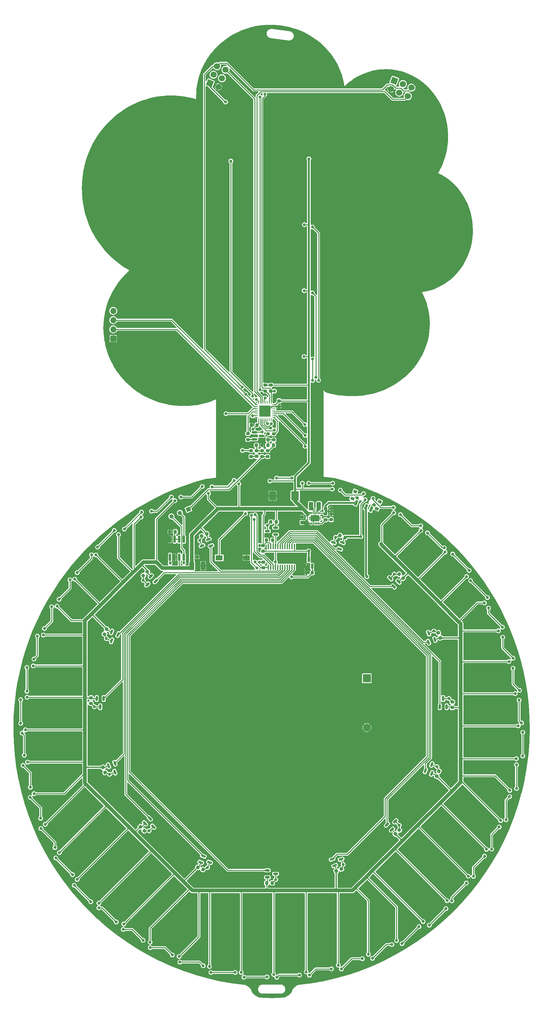
<source format=gbl>
G04 #@! TF.GenerationSoftware,KiCad,Pcbnew,7.0.2*
G04 #@! TF.CreationDate,2023-05-29T12:29:06-07:00*
G04 #@! TF.ProjectId,plumbus-bfb,706c756d-6275-4732-9d62-66622e6b6963,rev?*
G04 #@! TF.SameCoordinates,Original*
G04 #@! TF.FileFunction,Copper,L2,Bot*
G04 #@! TF.FilePolarity,Positive*
%FSLAX46Y46*%
G04 Gerber Fmt 4.6, Leading zero omitted, Abs format (unit mm)*
G04 Created by KiCad (PCBNEW 7.0.2) date 2023-05-29 12:29:06*
%MOMM*%
%LPD*%
G01*
G04 APERTURE LIST*
G04 Aperture macros list*
%AMRoundRect*
0 Rectangle with rounded corners*
0 $1 Rounding radius*
0 $2 $3 $4 $5 $6 $7 $8 $9 X,Y pos of 4 corners*
0 Add a 4 corners polygon primitive as box body*
4,1,4,$2,$3,$4,$5,$6,$7,$8,$9,$2,$3,0*
0 Add four circle primitives for the rounded corners*
1,1,$1+$1,$2,$3*
1,1,$1+$1,$4,$5*
1,1,$1+$1,$6,$7*
1,1,$1+$1,$8,$9*
0 Add four rect primitives between the rounded corners*
20,1,$1+$1,$2,$3,$4,$5,0*
20,1,$1+$1,$4,$5,$6,$7,0*
20,1,$1+$1,$6,$7,$8,$9,0*
20,1,$1+$1,$8,$9,$2,$3,0*%
%AMHorizOval*
0 Thick line with rounded ends*
0 $1 width*
0 $2 $3 position (X,Y) of the first rounded end (center of the circle)*
0 $4 $5 position (X,Y) of the second rounded end (center of the circle)*
0 Add line between two ends*
20,1,$1,$2,$3,$4,$5,0*
0 Add two circle primitives to create the rounded ends*
1,1,$1,$2,$3*
1,1,$1,$4,$5*%
%AMRotRect*
0 Rectangle, with rotation*
0 The origin of the aperture is its center*
0 $1 length*
0 $2 width*
0 $3 Rotation angle, in degrees counterclockwise*
0 Add horizontal line*
21,1,$1,$2,0,0,$3*%
%AMFreePoly0*
4,1,45,-0.121464,1.703536,-0.120000,1.700000,-0.120000,1.205000,0.120000,1.205000,0.120000,1.700000,0.121464,1.703536,0.125000,1.705000,0.375000,1.705000,0.378536,1.703536,0.380000,1.700000,0.380000,1.205000,0.825000,1.205000,0.828536,1.203536,0.830000,1.200000,0.830000,-1.200000,0.828536,-1.203536,0.825000,-1.205000,0.380000,-1.205000,0.380000,-1.700000,0.378536,-1.703536,
0.375000,-1.705000,0.125000,-1.705000,0.121464,-1.703536,0.120000,-1.700000,0.120000,-1.205000,-0.120000,-1.205000,-0.120000,-1.700000,-0.121464,-1.703536,-0.125000,-1.705000,-0.375000,-1.705000,-0.378536,-1.703536,-0.380000,-1.700000,-0.380000,-1.205000,-0.825000,-1.205000,-0.828536,-1.203536,-0.830000,-1.200000,-0.830000,1.200000,-0.828536,1.203536,-0.825000,1.205000,-0.380000,1.205000,
-0.380000,1.700000,-0.378536,1.703536,-0.375000,1.705000,-0.125000,1.705000,-0.121464,1.703536,-0.121464,1.703536,$1*%
G04 Aperture macros list end*
G04 #@! TA.AperFunction,ComponentPad*
%ADD10R,1.700000X1.700000*%
G04 #@! TD*
G04 #@! TA.AperFunction,ComponentPad*
%ADD11O,1.700000X1.700000*%
G04 #@! TD*
G04 #@! TA.AperFunction,ComponentPad*
%ADD12C,2.170000*%
G04 #@! TD*
G04 #@! TA.AperFunction,ComponentPad*
%ADD13R,2.170000X2.170000*%
G04 #@! TD*
G04 #@! TA.AperFunction,SMDPad,CuDef*
%ADD14RotRect,0.800000X1.000000X247.500000*%
G04 #@! TD*
G04 #@! TA.AperFunction,SMDPad,CuDef*
%ADD15RotRect,0.700000X1.500000X337.500000*%
G04 #@! TD*
G04 #@! TA.AperFunction,SMDPad,CuDef*
%ADD16FreePoly0,270.000000*%
G04 #@! TD*
G04 #@! TA.AperFunction,SMDPad,CuDef*
%ADD17RoundRect,0.007200X-0.112800X0.292800X-0.112800X-0.292800X0.112800X-0.292800X0.112800X0.292800X0*%
G04 #@! TD*
G04 #@! TA.AperFunction,ComponentPad*
%ADD18RotRect,1.700000X1.700000X157.500000*%
G04 #@! TD*
G04 #@! TA.AperFunction,ComponentPad*
%ADD19HorizOval,1.700000X0.000000X0.000000X0.000000X0.000000X0*%
G04 #@! TD*
G04 #@! TA.AperFunction,ComponentPad*
%ADD20RotRect,1.700000X1.700000X67.500000*%
G04 #@! TD*
G04 #@! TA.AperFunction,ComponentPad*
%ADD21HorizOval,1.700000X0.000000X0.000000X0.000000X0.000000X0*%
G04 #@! TD*
G04 #@! TA.AperFunction,SMDPad,CuDef*
%ADD22RoundRect,0.225000X0.250000X-0.225000X0.250000X0.225000X-0.250000X0.225000X-0.250000X-0.225000X0*%
G04 #@! TD*
G04 #@! TA.AperFunction,SMDPad,CuDef*
%ADD23RoundRect,0.200000X0.275000X-0.200000X0.275000X0.200000X-0.275000X0.200000X-0.275000X-0.200000X0*%
G04 #@! TD*
G04 #@! TA.AperFunction,SMDPad,CuDef*
%ADD24RoundRect,0.150000X-0.416086X-0.334707X0.530891X0.057543X0.416086X0.334707X-0.530891X-0.057543X0*%
G04 #@! TD*
G04 #@! TA.AperFunction,SMDPad,CuDef*
%ADD25RoundRect,0.225000X-0.225000X-0.250000X0.225000X-0.250000X0.225000X0.250000X-0.225000X0.250000X0*%
G04 #@! TD*
G04 #@! TA.AperFunction,SMDPad,CuDef*
%ADD26RoundRect,0.150000X-0.587500X-0.150000X0.587500X-0.150000X0.587500X0.150000X-0.587500X0.150000X0*%
G04 #@! TD*
G04 #@! TA.AperFunction,SMDPad,CuDef*
%ADD27RoundRect,0.225000X-0.250000X0.225000X-0.250000X-0.225000X0.250000X-0.225000X0.250000X0.225000X0*%
G04 #@! TD*
G04 #@! TA.AperFunction,SMDPad,CuDef*
%ADD28R,1.900000X1.400000*%
G04 #@! TD*
G04 #@! TA.AperFunction,SMDPad,CuDef*
%ADD29RoundRect,0.225000X0.017678X-0.335876X0.335876X-0.017678X-0.017678X0.335876X-0.335876X0.017678X0*%
G04 #@! TD*
G04 #@! TA.AperFunction,SMDPad,CuDef*
%ADD30RoundRect,0.225000X0.225000X0.250000X-0.225000X0.250000X-0.225000X-0.250000X0.225000X-0.250000X0*%
G04 #@! TD*
G04 #@! TA.AperFunction,SMDPad,CuDef*
%ADD31RoundRect,0.150000X0.057543X0.530891X-0.334707X-0.416086X-0.057543X-0.530891X0.334707X0.416086X0*%
G04 #@! TD*
G04 #@! TA.AperFunction,SMDPad,CuDef*
%ADD32RoundRect,0.200000X-0.275000X0.200000X-0.275000X-0.200000X0.275000X-0.200000X0.275000X0.200000X0*%
G04 #@! TD*
G04 #@! TA.AperFunction,SMDPad,CuDef*
%ADD33RoundRect,0.150000X-0.057543X-0.530891X0.334707X0.416086X0.057543X0.530891X-0.334707X-0.416086X0*%
G04 #@! TD*
G04 #@! TA.AperFunction,SMDPad,CuDef*
%ADD34RoundRect,0.225000X-0.303544X-0.144866X0.112202X-0.317074X0.303544X0.144866X-0.112202X0.317074X0*%
G04 #@! TD*
G04 #@! TA.AperFunction,SMDPad,CuDef*
%ADD35RoundRect,0.150000X-0.256326X-0.468458X0.468458X0.256326X0.256326X0.468458X-0.468458X-0.256326X0*%
G04 #@! TD*
G04 #@! TA.AperFunction,SMDPad,CuDef*
%ADD36RoundRect,0.200000X-0.200000X-0.275000X0.200000X-0.275000X0.200000X0.275000X-0.200000X0.275000X0*%
G04 #@! TD*
G04 #@! TA.AperFunction,SMDPad,CuDef*
%ADD37RoundRect,0.150000X0.150000X-0.587500X0.150000X0.587500X-0.150000X0.587500X-0.150000X-0.587500X0*%
G04 #@! TD*
G04 #@! TA.AperFunction,SMDPad,CuDef*
%ADD38RoundRect,0.250000X0.787500X1.025000X-0.787500X1.025000X-0.787500X-1.025000X0.787500X-1.025000X0*%
G04 #@! TD*
G04 #@! TA.AperFunction,SMDPad,CuDef*
%ADD39RoundRect,0.150000X-0.468458X0.256326X0.256326X-0.468458X0.468458X-0.256326X-0.256326X0.468458X0*%
G04 #@! TD*
G04 #@! TA.AperFunction,SMDPad,CuDef*
%ADD40RoundRect,0.150000X0.334707X-0.416086X-0.057543X0.530891X-0.334707X0.416086X0.057543X-0.530891X0*%
G04 #@! TD*
G04 #@! TA.AperFunction,SMDPad,CuDef*
%ADD41RoundRect,0.225000X0.112202X0.317074X-0.303544X0.144866X-0.112202X-0.317074X0.303544X-0.144866X0*%
G04 #@! TD*
G04 #@! TA.AperFunction,SMDPad,CuDef*
%ADD42RoundRect,0.150000X-0.334707X0.416086X0.057543X-0.530891X0.334707X-0.416086X-0.057543X0.530891X0*%
G04 #@! TD*
G04 #@! TA.AperFunction,ComponentPad*
%ADD43RotRect,1.160000X1.160000X202.500000*%
G04 #@! TD*
G04 #@! TA.AperFunction,ComponentPad*
%ADD44C,1.160000*%
G04 #@! TD*
G04 #@! TA.AperFunction,SMDPad,CuDef*
%ADD45RoundRect,0.150000X0.416086X0.334707X-0.530891X-0.057543X-0.416086X-0.334707X0.530891X0.057543X0*%
G04 #@! TD*
G04 #@! TA.AperFunction,SMDPad,CuDef*
%ADD46RoundRect,0.225000X-0.112202X-0.317074X0.303544X-0.144866X0.112202X0.317074X-0.303544X0.144866X0*%
G04 #@! TD*
G04 #@! TA.AperFunction,SMDPad,CuDef*
%ADD47RoundRect,0.100000X-0.100000X0.637500X-0.100000X-0.637500X0.100000X-0.637500X0.100000X0.637500X0*%
G04 #@! TD*
G04 #@! TA.AperFunction,SMDPad,CuDef*
%ADD48RoundRect,0.150000X0.468458X-0.256326X-0.256326X0.468458X-0.468458X0.256326X0.256326X-0.468458X0*%
G04 #@! TD*
G04 #@! TA.AperFunction,SMDPad,CuDef*
%ADD49RoundRect,0.150000X-0.150000X0.825000X-0.150000X-0.825000X0.150000X-0.825000X0.150000X0.825000X0*%
G04 #@! TD*
G04 #@! TA.AperFunction,SMDPad,CuDef*
%ADD50RoundRect,0.062500X-0.375000X-0.062500X0.375000X-0.062500X0.375000X0.062500X-0.375000X0.062500X0*%
G04 #@! TD*
G04 #@! TA.AperFunction,SMDPad,CuDef*
%ADD51RoundRect,0.062500X-0.062500X-0.375000X0.062500X-0.375000X0.062500X0.375000X-0.062500X0.375000X0*%
G04 #@! TD*
G04 #@! TA.AperFunction,SMDPad,CuDef*
%ADD52R,3.100000X3.100000*%
G04 #@! TD*
G04 #@! TA.AperFunction,SMDPad,CuDef*
%ADD53RoundRect,0.225000X-0.335876X-0.017678X-0.017678X-0.335876X0.335876X0.017678X0.017678X0.335876X0*%
G04 #@! TD*
G04 #@! TA.AperFunction,SMDPad,CuDef*
%ADD54RoundRect,0.150000X-0.150000X0.512500X-0.150000X-0.512500X0.150000X-0.512500X0.150000X0.512500X0*%
G04 #@! TD*
G04 #@! TA.AperFunction,SMDPad,CuDef*
%ADD55RoundRect,0.225000X-0.144866X0.303544X-0.317074X-0.112202X0.144866X-0.303544X0.317074X0.112202X0*%
G04 #@! TD*
G04 #@! TA.AperFunction,SMDPad,CuDef*
%ADD56RoundRect,0.225000X-0.317074X0.112202X-0.144866X-0.303544X0.317074X-0.112202X0.144866X0.303544X0*%
G04 #@! TD*
G04 #@! TA.AperFunction,SMDPad,CuDef*
%ADD57RoundRect,0.225000X0.144866X-0.303544X0.317074X0.112202X-0.144866X0.303544X-0.317074X-0.112202X0*%
G04 #@! TD*
G04 #@! TA.AperFunction,SMDPad,CuDef*
%ADD58RoundRect,0.150000X-0.512500X-0.150000X0.512500X-0.150000X0.512500X0.150000X-0.512500X0.150000X0*%
G04 #@! TD*
G04 #@! TA.AperFunction,SMDPad,CuDef*
%ADD59RoundRect,0.250000X-0.375000X-0.850000X0.375000X-0.850000X0.375000X0.850000X-0.375000X0.850000X0*%
G04 #@! TD*
G04 #@! TA.AperFunction,SMDPad,CuDef*
%ADD60RoundRect,0.225000X-0.017678X0.335876X-0.335876X0.017678X0.017678X-0.335876X0.335876X-0.017678X0*%
G04 #@! TD*
G04 #@! TA.AperFunction,SMDPad,CuDef*
%ADD61RoundRect,0.225000X0.303544X0.144866X-0.112202X0.317074X-0.303544X-0.144866X0.112202X-0.317074X0*%
G04 #@! TD*
G04 #@! TA.AperFunction,SMDPad,CuDef*
%ADD62RoundRect,0.225000X0.317074X-0.112202X0.144866X0.303544X-0.317074X0.112202X-0.144866X-0.303544X0*%
G04 #@! TD*
G04 #@! TA.AperFunction,SMDPad,CuDef*
%ADD63RoundRect,0.150000X0.530891X-0.057543X-0.416086X0.334707X-0.530891X0.057543X0.416086X-0.334707X0*%
G04 #@! TD*
G04 #@! TA.AperFunction,SMDPad,CuDef*
%ADD64RoundRect,0.150000X-0.530891X0.057543X0.416086X-0.334707X0.530891X-0.057543X-0.416086X0.334707X0*%
G04 #@! TD*
G04 #@! TA.AperFunction,SMDPad,CuDef*
%ADD65RoundRect,0.225000X0.335876X0.017678X0.017678X0.335876X-0.335876X-0.017678X-0.017678X-0.335876X0*%
G04 #@! TD*
G04 #@! TA.AperFunction,SMDPad,CuDef*
%ADD66RoundRect,0.150000X0.256326X0.468458X-0.468458X-0.256326X-0.256326X-0.468458X0.468458X0.256326X0*%
G04 #@! TD*
G04 #@! TA.AperFunction,SMDPad,CuDef*
%ADD67RoundRect,0.250000X-0.412500X-0.925000X0.412500X-0.925000X0.412500X0.925000X-0.412500X0.925000X0*%
G04 #@! TD*
G04 #@! TA.AperFunction,SMDPad,CuDef*
%ADD68RoundRect,0.150000X0.512500X0.150000X-0.512500X0.150000X-0.512500X-0.150000X0.512500X-0.150000X0*%
G04 #@! TD*
G04 #@! TA.AperFunction,SMDPad,CuDef*
%ADD69RoundRect,0.150000X0.150000X-0.512500X0.150000X0.512500X-0.150000X0.512500X-0.150000X-0.512500X0*%
G04 #@! TD*
G04 #@! TA.AperFunction,ViaPad*
%ADD70C,0.800000*%
G04 #@! TD*
G04 #@! TA.AperFunction,Conductor*
%ADD71C,0.250000*%
G04 #@! TD*
G04 #@! TA.AperFunction,Conductor*
%ADD72C,0.500000*%
G04 #@! TD*
G04 #@! TA.AperFunction,Conductor*
%ADD73C,0.325000*%
G04 #@! TD*
G04 #@! TA.AperFunction,Conductor*
%ADD74C,1.000000*%
G04 #@! TD*
G04 APERTURE END LIST*
D10*
X273100000Y-331890000D03*
D11*
X273100000Y-329350000D03*
X273100000Y-326810000D03*
X273100000Y-324270000D03*
D12*
X342960000Y-439160000D03*
D13*
X342960000Y-425570000D03*
D14*
X345712940Y-378805450D03*
X346516575Y-376865303D03*
X339772255Y-374071714D03*
X338968620Y-376011861D03*
D15*
X344151630Y-378916409D03*
X342765811Y-378342384D03*
X339994173Y-377194334D03*
D16*
X328650000Y-381450000D03*
D17*
X327650000Y-382850000D03*
X328150000Y-382850000D03*
X328650000Y-382850000D03*
X329150000Y-382850000D03*
X329650000Y-382850000D03*
X329650000Y-380050000D03*
X329150000Y-380050000D03*
X328650000Y-380050000D03*
X328150000Y-380050000D03*
X327650000Y-380050000D03*
D18*
X299731920Y-261489135D03*
D19*
X302078574Y-262461151D03*
X300703936Y-259142481D03*
X303050590Y-260114497D03*
X301675952Y-256795827D03*
X304022606Y-257767843D03*
D20*
X350533346Y-260757984D03*
D21*
X349561330Y-263104638D03*
X352880000Y-261730000D03*
X351907984Y-264076654D03*
X355226654Y-262702016D03*
X354254638Y-265048670D03*
D22*
X314450000Y-395075000D03*
X314450000Y-393525000D03*
D23*
X311070000Y-364432500D03*
X311070000Y-362782500D03*
D24*
X334112636Y-477212988D03*
X333385538Y-475457617D03*
X335850913Y-475464698D03*
D25*
X315695000Y-361282500D03*
X317245000Y-361282500D03*
D23*
X314070000Y-364432500D03*
X314070000Y-362782500D03*
D26*
X312032500Y-359682500D03*
X312032500Y-357782500D03*
X313907500Y-358732500D03*
D27*
X266980316Y-430955000D03*
X266980316Y-432505000D03*
D28*
X309800000Y-392350000D03*
X302300000Y-392350000D03*
D29*
X350819450Y-468521568D03*
X351915466Y-467425552D03*
D30*
X318045000Y-382480316D03*
X316495000Y-382480316D03*
D31*
X272657617Y-412785538D03*
X274412988Y-413512636D03*
X272664698Y-415250913D03*
D32*
X316450000Y-344725000D03*
X316450000Y-346375000D03*
D25*
X296275000Y-392100000D03*
X294725000Y-392100000D03*
D33*
X360842383Y-451814462D03*
X359087012Y-451087364D03*
X360835302Y-449349087D03*
D23*
X315620000Y-364432500D03*
X315620000Y-362782500D03*
D34*
X297825155Y-478306335D03*
X296393141Y-477713175D03*
D35*
X349867417Y-467276085D03*
X348523915Y-465932583D03*
X350804334Y-464995666D03*
D27*
X318800000Y-349075000D03*
X318800000Y-350625000D03*
D36*
X326262500Y-396450000D03*
X327912500Y-396450000D03*
D37*
X327900000Y-394687500D03*
X326000000Y-394687500D03*
X326950000Y-392812500D03*
D30*
X288625000Y-385150000D03*
X290175000Y-385150000D03*
D38*
X323212500Y-375250000D03*
X316987500Y-375250000D03*
D39*
X284104334Y-466504334D03*
X283167417Y-464223915D03*
X281823915Y-465567417D03*
D40*
X361712988Y-414887364D03*
X359957617Y-415614462D03*
X359964698Y-413149087D03*
D41*
X297446363Y-386350566D03*
X298878377Y-385757406D03*
D42*
X273535302Y-451450913D03*
X273542383Y-448985538D03*
X271787012Y-449712636D03*
D22*
X312570000Y-364382500D03*
X312570000Y-362832500D03*
D23*
X310220000Y-359757500D03*
X310220000Y-358107500D03*
D43*
X293800000Y-379000000D03*
D44*
X291453346Y-379972016D03*
X289106692Y-380944032D03*
D45*
X297549087Y-389035302D03*
X300014462Y-389042383D03*
X299287364Y-387287012D03*
D46*
X334521623Y-478742593D03*
X335953637Y-478149433D03*
D47*
X315825000Y-389237500D03*
X316475000Y-389237500D03*
X317125000Y-389237500D03*
X317775000Y-389237500D03*
X318425000Y-389237500D03*
X319075000Y-389237500D03*
X319725000Y-389237500D03*
X320375000Y-389237500D03*
X321025000Y-389237500D03*
X321675000Y-389237500D03*
X322325000Y-389237500D03*
X322975000Y-389237500D03*
X322975000Y-394962500D03*
X322325000Y-394962500D03*
X321675000Y-394962500D03*
X321025000Y-394962500D03*
X320375000Y-394962500D03*
X319725000Y-394962500D03*
X319075000Y-394962500D03*
X318425000Y-394962500D03*
X317775000Y-394962500D03*
X317125000Y-394962500D03*
X316475000Y-394962500D03*
X315825000Y-394962500D03*
D48*
X351676085Y-398932583D03*
X350332583Y-400276085D03*
X349395666Y-397995666D03*
D49*
X288745000Y-387225000D03*
X290015000Y-387225000D03*
X291285000Y-387225000D03*
X292555000Y-387225000D03*
X292555000Y-392175000D03*
X291285000Y-392175000D03*
X290015000Y-392175000D03*
X288745000Y-392175000D03*
D50*
X312462500Y-353612500D03*
X312462500Y-353112500D03*
X312462500Y-352612500D03*
X312462500Y-352112500D03*
X312462500Y-351612500D03*
X312462500Y-351112500D03*
X312462500Y-350612500D03*
X312462500Y-350112500D03*
D51*
X313150000Y-349425000D03*
X313650000Y-349425000D03*
X314150000Y-349425000D03*
X314650000Y-349425000D03*
X315150000Y-349425000D03*
X315650000Y-349425000D03*
X316150000Y-349425000D03*
X316650000Y-349425000D03*
D50*
X317337500Y-350112500D03*
X317337500Y-350612500D03*
X317337500Y-351112500D03*
X317337500Y-351612500D03*
X317337500Y-352112500D03*
X317337500Y-352612500D03*
X317337500Y-353112500D03*
X317337500Y-353612500D03*
D51*
X316650000Y-354300000D03*
X316150000Y-354300000D03*
X315650000Y-354300000D03*
X315150000Y-354300000D03*
X314650000Y-354300000D03*
X314150000Y-354300000D03*
X313650000Y-354300000D03*
X313150000Y-354300000D03*
D52*
X314900000Y-351862500D03*
D53*
X281663272Y-467626643D03*
X280567256Y-466530627D03*
D22*
X325150000Y-381075000D03*
X325150000Y-382625000D03*
D54*
X268550000Y-431162500D03*
X270450000Y-431162500D03*
X269500000Y-433437500D03*
D55*
X271286825Y-411993140D03*
X270693665Y-413425154D03*
D56*
X270850567Y-451553638D03*
X270257407Y-450121624D03*
D57*
X362213175Y-452606859D03*
X362806335Y-451174845D03*
D58*
X317837500Y-479500000D03*
X315562500Y-478550000D03*
X315562500Y-480450000D03*
D59*
X329725000Y-378050000D03*
X327575000Y-378050000D03*
D60*
X282469373Y-396167255D03*
X281373357Y-397263271D03*
D23*
X314950000Y-344725000D03*
X314950000Y-346375000D03*
D32*
X331550000Y-381875000D03*
X331550000Y-380225000D03*
D25*
X333125000Y-378750000D03*
X331575000Y-378750000D03*
D61*
X337006859Y-386786825D03*
X335574845Y-386193665D03*
D62*
X362649433Y-413046363D03*
X363242593Y-414478377D03*
D25*
X312545000Y-361332500D03*
X314095000Y-361332500D03*
D23*
X317307500Y-359807500D03*
X317307500Y-358157500D03*
D63*
X336214462Y-388157617D03*
X335487364Y-389912988D03*
X333749087Y-388164698D03*
D30*
X312675000Y-355762500D03*
X311125000Y-355762500D03*
D22*
X366519684Y-432095000D03*
X366519684Y-433645000D03*
X333150000Y-380275000D03*
X333150000Y-381825000D03*
D64*
X299650913Y-476335302D03*
X297912636Y-474587012D03*
X297185538Y-476342383D03*
D65*
X351836728Y-396873357D03*
X352932744Y-397969373D03*
D36*
X315300000Y-387500000D03*
X316950000Y-387500000D03*
D66*
X283432583Y-397423915D03*
X284776085Y-398767417D03*
X282495666Y-399704334D03*
D67*
X297837500Y-394550000D03*
X294762500Y-394550000D03*
D68*
X315562500Y-385000000D03*
X317837500Y-385950000D03*
X317837500Y-384050000D03*
D23*
X315737500Y-359807500D03*
X315737500Y-358157500D03*
D69*
X364950000Y-433437500D03*
X363050000Y-433437500D03*
X364000000Y-431162500D03*
D25*
X316905000Y-482019684D03*
X315355000Y-482019684D03*
D27*
X314350000Y-388975000D03*
X314350000Y-390525000D03*
D70*
X302550000Y-378800000D03*
X309600000Y-347250000D03*
X309550000Y-380150000D03*
X308300000Y-392400000D03*
X311450000Y-347750000D03*
X305500000Y-282950000D03*
X328000000Y-337550000D03*
X327970000Y-301130000D03*
X327955000Y-319295000D03*
X328000000Y-343450000D03*
X328900000Y-342600000D03*
X329650000Y-343400000D03*
X308637701Y-345262299D03*
X304050000Y-266650000D03*
X322350000Y-370350000D03*
X318100000Y-370350000D03*
X333550000Y-371800000D03*
X326950000Y-371800000D03*
X335657628Y-373692372D03*
X342050000Y-374666121D03*
X344672685Y-375972683D03*
X350300000Y-378470000D03*
X352221987Y-380428013D03*
X357800000Y-383500000D03*
X359675000Y-385475000D03*
X364300000Y-389612893D03*
X366626677Y-391323323D03*
X371151677Y-395848323D03*
X371547704Y-398650000D03*
X376188013Y-403311987D03*
X376486987Y-406200000D03*
X380311940Y-411488060D03*
X380399402Y-414250000D03*
X383247962Y-420052038D03*
X383226447Y-422800000D03*
X385025000Y-428925000D03*
X384909541Y-431600000D03*
X385600000Y-437900000D03*
X385911445Y-440500000D03*
X385911445Y-447000000D03*
X384202372Y-449450000D03*
X384202372Y-455950000D03*
X382295590Y-458195590D03*
X381322683Y-464600000D03*
X379431719Y-466581719D03*
X377353013Y-472700000D03*
X375380000Y-474630000D03*
X372341057Y-480200000D03*
X370375620Y-482025620D03*
X366377107Y-486950000D03*
X364750000Y-489100000D03*
X360175000Y-493675000D03*
X357318013Y-494068013D03*
X352643013Y-498743013D03*
X349850000Y-498986987D03*
X344511939Y-502811939D03*
X341750000Y-502899402D03*
X335952963Y-505752963D03*
X333200000Y-505700000D03*
X327125000Y-507475000D03*
X324400000Y-507419541D03*
X318145000Y-508045000D03*
X315450000Y-507940000D03*
X309075000Y-508025000D03*
X306700000Y-506700000D03*
X300000000Y-506700000D03*
X297883819Y-504866181D03*
X291450000Y-503826562D03*
X289365000Y-501885000D03*
X283300000Y-499850000D03*
X281320000Y-497830000D03*
X275850000Y-494838761D03*
X273906057Y-492793943D03*
X269150000Y-488887107D03*
X266900000Y-487200000D03*
X262350000Y-482650000D03*
X261866987Y-479733013D03*
X257266987Y-475133013D03*
X257023013Y-472250000D03*
X253155000Y-466995000D03*
X253091196Y-464200000D03*
X250220000Y-458430000D03*
X250267106Y-455650000D03*
X248245807Y-449604193D03*
X248580459Y-446800000D03*
X248005000Y-440695000D03*
X247600000Y-438000000D03*
X247600000Y-431500000D03*
X249300000Y-429150000D03*
X249300000Y-422600000D03*
X251239409Y-420289409D03*
X252173438Y-413950000D03*
X254140000Y-411840000D03*
X256136987Y-405850000D03*
X258165000Y-403815000D03*
X261167886Y-398400000D03*
X263155000Y-396455000D03*
X267112893Y-391550000D03*
X268768323Y-389418323D03*
X273368324Y-384818324D03*
X276150000Y-384442296D03*
X280886987Y-379736987D03*
X283650000Y-379513013D03*
X289093061Y-375593061D03*
X291750000Y-375610598D03*
X297622038Y-372672038D03*
X300300000Y-372773553D03*
X306394278Y-370994278D03*
X290050000Y-376600000D03*
X332550000Y-476750000D03*
X327700000Y-478100000D03*
X325200000Y-478600000D03*
X329000000Y-477800000D03*
X330200000Y-477400000D03*
X319250000Y-479250000D03*
X322850000Y-478950000D03*
X320450000Y-479200000D03*
X321700000Y-479100000D03*
X324050000Y-478800000D03*
X326400000Y-478350000D03*
X331400000Y-477100000D03*
X319650000Y-482450000D03*
X320850000Y-482400000D03*
X322100000Y-482300000D03*
X323250000Y-482150000D03*
X324450000Y-482000000D03*
X325600000Y-481800000D03*
X326800000Y-481550000D03*
X328100000Y-481300000D03*
X329400000Y-481000000D03*
X330600000Y-480600000D03*
X331800000Y-480300000D03*
X332950000Y-479950000D03*
X299050000Y-394550000D03*
X297350000Y-392100000D03*
X289450000Y-389800000D03*
X287850000Y-387250000D03*
X288760125Y-393850000D03*
X292550000Y-393750000D03*
X313400000Y-388950000D03*
X312150000Y-393500000D03*
X325200000Y-394800000D03*
X313375001Y-393525001D03*
X317775000Y-393500000D03*
X312650000Y-395200000D03*
X311925500Y-381750000D03*
X311190131Y-380643231D03*
X312175451Y-380475451D03*
X341300000Y-386500000D03*
X346878483Y-388578482D03*
X304150000Y-352600000D03*
X325900000Y-355610000D03*
X325950000Y-358610000D03*
X325950000Y-361610000D03*
X379200000Y-412500000D03*
X382150000Y-420950000D03*
X383850000Y-429800000D03*
X384650000Y-438700000D03*
X384150000Y-447750000D03*
X382350000Y-456500000D03*
X379800000Y-464800000D03*
X375900000Y-472750000D03*
X370900000Y-480150000D03*
X365050000Y-486900000D03*
X358450000Y-492650000D03*
X351150000Y-497900000D03*
X343400000Y-501700000D03*
X335100000Y-504700000D03*
X326250000Y-506550000D03*
X317300000Y-507250000D03*
X308350000Y-506700000D03*
X299600000Y-505050000D03*
X291250000Y-502300000D03*
X283250000Y-498350000D03*
X276000000Y-493350000D03*
X269150000Y-487600000D03*
X263150000Y-481050000D03*
X258250000Y-473650000D03*
X254350000Y-465850000D03*
X251250000Y-457400000D03*
X249500000Y-448700000D03*
X248900000Y-439800000D03*
X249350000Y-430800000D03*
X251050000Y-422150000D03*
X253850000Y-413650000D03*
X257600000Y-405700000D03*
X325400000Y-396450000D03*
X324050000Y-381050000D03*
X334150000Y-378750000D03*
X334150000Y-380300000D03*
X315400000Y-375300000D03*
X318600000Y-375250000D03*
X315562500Y-383412816D03*
X326950001Y-390450001D03*
X296941698Y-387568935D03*
X281373357Y-398582025D03*
X271198331Y-414643524D03*
X267912816Y-433437500D03*
X272068935Y-452058302D03*
X282982025Y-467626643D03*
X299043524Y-477801670D03*
X317837500Y-481087184D03*
X336458301Y-476931064D03*
X351915466Y-466106798D03*
X362301669Y-449956476D03*
X365587184Y-431162500D03*
X361431065Y-412541698D03*
X350517975Y-396873357D03*
X334356476Y-386698330D03*
X314850000Y-264500000D03*
X318800000Y-351350000D03*
X315650000Y-351150000D03*
X325750000Y-300500000D03*
X325700000Y-318700000D03*
X325650000Y-336850000D03*
X327000000Y-282350000D03*
X262500000Y-398250000D03*
X268300000Y-391550000D03*
X274550000Y-385950000D03*
X280775000Y-381125000D03*
X299300000Y-374600000D03*
X307700000Y-372000000D03*
X375350000Y-404800000D03*
X370450000Y-397500000D03*
X364500000Y-390800000D03*
X357850000Y-384800000D03*
X350350000Y-379950000D03*
X342500000Y-376350000D03*
X333450000Y-373400000D03*
X316250000Y-371150000D03*
X325200000Y-371800000D03*
X311650000Y-378800000D03*
X311600000Y-356883000D03*
X311100000Y-354900000D03*
X342960001Y-397550000D03*
X308700000Y-362750000D03*
X314123502Y-357700000D03*
X314950000Y-348300000D03*
X315636896Y-355374700D03*
X322200000Y-397650000D03*
X312500000Y-348650000D03*
X313550000Y-265278351D03*
X313500000Y-346050000D03*
X317500000Y-346400000D03*
X311450000Y-353200000D03*
X317519886Y-357157264D03*
X316500000Y-356600000D03*
X316635719Y-355337858D03*
X315674500Y-352791559D03*
X314740549Y-360365951D03*
X329350000Y-381050000D03*
X327950000Y-381050000D03*
X327950000Y-381850000D03*
X329350000Y-381850000D03*
D71*
X341676564Y-375039557D02*
X342050000Y-374666121D01*
X337004813Y-375039557D02*
X341676564Y-375039557D01*
X335657628Y-373692372D02*
X337004813Y-375039557D01*
X329650000Y-302810000D02*
X329650000Y-343400000D01*
X327970000Y-301130000D02*
X329650000Y-302810000D01*
X326925000Y-349075000D02*
X327000000Y-349150000D01*
X318800000Y-349075000D02*
X326925000Y-349075000D01*
D72*
X327000000Y-349150000D02*
X327000000Y-366100000D01*
X327000000Y-347100000D02*
X327000000Y-349150000D01*
D73*
X326925000Y-344725000D02*
X327000000Y-344800000D01*
D72*
X327000000Y-344800000D02*
X327000000Y-347100000D01*
X327000000Y-336800000D02*
X327000000Y-344800000D01*
D71*
X316450000Y-344725000D02*
X326925000Y-344725000D01*
X328900000Y-320240000D02*
X327955000Y-319295000D01*
X328900000Y-342600000D02*
X328900000Y-320240000D01*
D72*
X326950000Y-392812500D02*
X326950000Y-390450002D01*
X326262500Y-394950000D02*
X326000000Y-394687500D01*
X326262500Y-396450000D02*
X326262500Y-394950000D01*
X325300000Y-394800000D02*
X325200000Y-394800000D01*
X325412500Y-394687500D02*
X325300000Y-394800000D01*
X326000000Y-394687500D02*
X325412500Y-394687500D01*
D71*
X327912500Y-396450000D02*
X327912500Y-394700000D01*
X327912500Y-394700000D02*
X327900000Y-394687500D01*
D74*
X302550000Y-378800000D02*
X301900000Y-378800000D01*
X302900000Y-378800000D02*
X302550000Y-378800000D01*
D71*
X288745000Y-393834875D02*
X288760125Y-393850000D01*
X288745000Y-392175000D02*
X288745000Y-393834875D01*
X310200000Y-358087500D02*
X310220000Y-358107500D01*
X310200000Y-353402500D02*
X310200000Y-358087500D01*
X311490000Y-352112500D02*
X310200000Y-353402500D01*
X312462500Y-352112500D02*
X311490000Y-352112500D01*
X302300000Y-387400000D02*
X309550000Y-380150000D01*
X302300000Y-392350000D02*
X302300000Y-387400000D01*
X309600000Y-347250000D02*
X312462500Y-350112500D01*
X289160000Y-326810000D02*
X309600000Y-347250000D01*
X308350000Y-392350000D02*
X308300000Y-392400000D01*
X309800000Y-392350000D02*
X308350000Y-392350000D01*
X311450000Y-347050000D02*
X311450000Y-347750000D01*
X305500000Y-341100000D02*
X311450000Y-347050000D01*
X305500000Y-282950000D02*
X305500000Y-341100000D01*
X298200000Y-334824598D02*
X308637701Y-345262299D01*
X298200000Y-259069698D02*
X298200000Y-334824598D01*
X300473871Y-256795827D02*
X298200000Y-259069698D01*
X301675952Y-256795827D02*
X300473871Y-256795827D01*
X328000000Y-343450000D02*
X328000000Y-337550000D01*
X346769214Y-378470000D02*
X350300000Y-378470000D01*
X344672683Y-376373469D02*
X346769214Y-378470000D01*
X344672683Y-375972683D02*
X344672683Y-376373469D01*
X318100000Y-370350000D02*
X322350000Y-370350000D01*
X326950000Y-371800000D02*
X333550000Y-371800000D01*
X357800000Y-383500000D02*
X355293974Y-383500000D01*
X359675000Y-385475000D02*
X363812893Y-389612893D01*
X366626677Y-391323324D02*
X371151676Y-395848323D01*
X376486987Y-406200000D02*
X376486987Y-407663108D01*
X380399402Y-414250000D02*
X380399402Y-417203477D01*
X383226447Y-422800000D02*
X383226447Y-427126447D01*
X385600000Y-437900000D02*
X384909541Y-437209541D01*
X385911445Y-447000000D02*
X385911445Y-440500000D01*
X384202372Y-455950000D02*
X384202372Y-449450000D01*
X381322683Y-464600000D02*
X381322683Y-459168498D01*
X377353013Y-472700000D02*
X377353013Y-468660425D01*
X372341057Y-480200000D02*
X372341057Y-477668943D01*
X366377107Y-486950000D02*
X366377107Y-486024132D01*
X360175000Y-493675000D02*
X364750000Y-489100000D01*
X352643013Y-498743013D02*
X357318013Y-494068013D01*
X344511940Y-502811939D02*
X348336892Y-498986987D01*
X335952963Y-505752962D02*
X338806523Y-502899402D01*
X327125000Y-507475000D02*
X328900000Y-505700000D01*
X318145000Y-508045000D02*
X318770459Y-507419541D01*
X315450000Y-507940000D02*
X309160000Y-507940000D01*
X300000000Y-506700000D02*
X306700000Y-506700000D01*
X291450000Y-503826562D02*
X296844200Y-503826562D01*
X283300000Y-499850000D02*
X287330000Y-499850000D01*
X275850000Y-494838761D02*
X278328761Y-494838761D01*
X269150000Y-488887107D02*
X269999221Y-488887107D01*
X266900000Y-487200000D02*
X262350000Y-482650000D01*
X257266987Y-475133013D02*
X261866987Y-479733013D01*
X253155000Y-466995000D02*
X257023013Y-470863013D01*
X250220000Y-458430000D02*
X253091196Y-461301196D01*
X248245807Y-449604193D02*
X250267106Y-451625492D01*
X248580459Y-446800000D02*
X248580459Y-441270459D01*
X247600000Y-438000000D02*
X247600000Y-431500000D01*
X249300000Y-429150000D02*
X249300000Y-422600000D01*
X252173438Y-413950000D02*
X252173438Y-419355381D01*
X256136987Y-405850000D02*
X256136987Y-409843013D01*
X261167886Y-398400000D02*
X261167886Y-400812114D01*
X267112893Y-391550000D02*
X267112893Y-392497107D01*
X268768324Y-389418323D02*
X273368323Y-384818324D01*
X278800000Y-395150000D02*
X278800000Y-383100000D01*
X279300000Y-395650000D02*
X278800000Y-395150000D01*
X278800000Y-383100000D02*
X280775000Y-381125000D01*
X283650000Y-379513013D02*
X285173108Y-379513013D01*
X291750000Y-375610598D02*
X294683477Y-375610598D01*
X300300000Y-372773553D02*
X304615002Y-372773553D01*
X299250000Y-373550000D02*
X293800000Y-379000000D01*
X304952500Y-373550000D02*
X299250000Y-373550000D01*
X314070000Y-364432500D02*
X304952500Y-373550000D01*
X284950000Y-381700000D02*
X284950000Y-393550000D01*
X290050000Y-376600000D02*
X284950000Y-381700000D01*
X290015000Y-390365000D02*
X289450000Y-389800000D01*
X290015000Y-392175000D02*
X290015000Y-390365000D01*
X313375002Y-393525000D02*
X313375001Y-393525001D01*
X314450000Y-393525000D02*
X313375002Y-393525000D01*
X297837500Y-394550000D02*
X299050000Y-394550000D01*
X296275000Y-392100000D02*
X297350000Y-392100000D01*
X287875000Y-387225000D02*
X287850000Y-387250000D01*
X288745000Y-387225000D02*
X287875000Y-387225000D01*
X288745000Y-385270000D02*
X288625000Y-385150000D01*
X288745000Y-387225000D02*
X288745000Y-385270000D01*
X290015000Y-387225000D02*
X290015000Y-385310000D01*
X290015000Y-385310000D02*
X290175000Y-385150000D01*
X291285000Y-387225000D02*
X290015000Y-387225000D01*
X292555000Y-390355000D02*
X292555000Y-392175000D01*
X291930000Y-383780000D02*
X291930000Y-389730000D01*
X291930000Y-389730000D02*
X292555000Y-390355000D01*
X292555000Y-381073670D02*
X292555000Y-387225000D01*
X289106692Y-380944032D02*
X289106692Y-380956692D01*
X291453346Y-379972016D02*
X292555000Y-381073670D01*
X289106692Y-380956692D02*
X291930000Y-383780000D01*
D74*
X284950000Y-393550000D02*
X286600000Y-395200000D01*
X282350000Y-393550000D02*
X284950000Y-393550000D01*
X286600000Y-395200000D02*
X291350000Y-395200000D01*
D71*
X291285000Y-392175000D02*
X291285000Y-395135000D01*
X291285000Y-395135000D02*
X291350000Y-395200000D01*
D74*
X291350000Y-395200000D02*
X294112500Y-395200000D01*
X294112500Y-395200000D02*
X294762500Y-394550000D01*
X295200000Y-385500000D02*
X294700000Y-386000000D01*
X294700000Y-386000000D02*
X294700000Y-394487500D01*
X294700000Y-394487500D02*
X294762500Y-394550000D01*
D71*
X292555000Y-393745000D02*
X292550000Y-393750000D01*
X292555000Y-392175000D02*
X292555000Y-393745000D01*
X314350000Y-388975000D02*
X314325000Y-388950000D01*
X314325000Y-388950000D02*
X313400000Y-388950000D01*
X313725000Y-395075000D02*
X312150000Y-393500000D01*
X314450000Y-395075000D02*
X313725000Y-395075000D01*
X312650000Y-380950000D02*
X312175451Y-380475451D01*
X312650000Y-390600000D02*
X312650000Y-380950000D01*
X313650000Y-391600000D02*
X312650000Y-390600000D01*
X314500000Y-391600000D02*
X313650000Y-391600000D01*
X311950000Y-381774500D02*
X311925500Y-381750000D01*
X317125000Y-394962500D02*
X317125000Y-394225000D01*
X311950000Y-390535690D02*
X311950000Y-381774500D01*
X313463811Y-392049501D02*
X311950000Y-390535690D01*
X317125000Y-394225000D02*
X314500000Y-391600000D01*
X314264145Y-392049501D02*
X313463811Y-392049501D01*
X316475000Y-394962500D02*
X316475000Y-394260356D01*
X316475000Y-394260356D02*
X314264145Y-392049501D01*
X312650000Y-395200000D02*
X311190131Y-393740131D01*
X311190131Y-393740131D02*
X311190131Y-380643231D01*
D72*
X326262500Y-396450000D02*
X325400000Y-396450000D01*
D71*
X314350000Y-380674598D02*
X314779644Y-380244954D01*
X314779644Y-379179644D02*
X314400000Y-378800000D01*
X314350000Y-388975000D02*
X314350000Y-380674598D01*
X314779644Y-380244954D02*
X314779644Y-379179644D01*
D73*
X326950000Y-390450002D02*
X326950001Y-390450001D01*
D71*
X326875002Y-390525000D02*
X326950001Y-390450001D01*
X322975000Y-390525000D02*
X326875002Y-390525000D01*
X317800000Y-390525000D02*
X322975000Y-390525000D01*
X322975000Y-389237500D02*
X322975000Y-390525000D01*
X317775000Y-390550000D02*
X317800000Y-390525000D01*
X317775000Y-394962500D02*
X317775000Y-390550000D01*
X314350000Y-390525000D02*
X317800000Y-390525000D01*
D72*
X337293684Y-386500000D02*
X341300000Y-386500000D01*
D71*
X341250000Y-386450000D02*
X341300000Y-386500000D01*
X342500000Y-376350000D02*
X341250000Y-377600000D01*
D72*
X337006859Y-386786825D02*
X337293684Y-386500000D01*
D71*
X341250000Y-377600000D02*
X341250000Y-386450000D01*
D72*
X346878482Y-388578481D02*
X346878483Y-388578482D01*
X346878481Y-388578481D02*
X346878482Y-388578481D01*
X342765811Y-397355810D02*
X342960001Y-397550000D01*
X342765811Y-378342384D02*
X342765811Y-397355810D01*
D71*
X327912500Y-396450000D02*
X326712500Y-397650000D01*
X326712500Y-397650000D02*
X322200000Y-397650000D01*
X310212500Y-352600000D02*
X304150000Y-352600000D01*
X311700000Y-351112500D02*
X310212500Y-352600000D01*
X312462500Y-351112500D02*
X311700000Y-351112500D01*
X317823008Y-353112500D02*
X325950000Y-361239492D01*
X325950000Y-361239492D02*
X325950000Y-361610000D01*
X317337500Y-353112500D02*
X317823008Y-353112500D01*
X319952500Y-352612500D02*
X325950000Y-358610000D01*
X317337500Y-352612500D02*
X319952500Y-352612500D01*
X322402500Y-352112500D02*
X325900000Y-355610000D01*
X317337500Y-352112500D02*
X322402500Y-352112500D01*
X283250000Y-498350000D02*
X283250000Y-494550000D01*
X283250000Y-494550000D02*
X294300000Y-483500000D01*
X350350000Y-379950000D02*
X347075000Y-383225000D01*
X347075000Y-383225000D02*
X347075000Y-388775000D01*
X379200000Y-412500000D02*
X368800000Y-412500000D01*
D74*
X368800000Y-414500000D02*
X368800000Y-412500000D01*
X368800000Y-412500000D02*
X368800000Y-410500000D01*
D71*
X368900000Y-420950000D02*
X368800000Y-421050000D01*
X382150000Y-420950000D02*
X368900000Y-420950000D01*
D74*
X368800000Y-421050000D02*
X368800000Y-414500000D01*
X368800000Y-429950000D02*
X368800000Y-421050000D01*
D71*
X368950000Y-429800000D02*
X368800000Y-429950000D01*
X383850000Y-429800000D02*
X368950000Y-429800000D01*
D74*
X368800000Y-433600000D02*
X368800000Y-429950000D01*
X368800000Y-438700000D02*
X368800000Y-433600000D01*
X368800000Y-448000000D02*
X368800000Y-438700000D01*
D71*
X384650000Y-438700000D02*
X368800000Y-438700000D01*
X369050000Y-447750000D02*
X368800000Y-448000000D01*
D74*
X368800000Y-452450000D02*
X368800000Y-448000000D01*
D71*
X384150000Y-447750000D02*
X369050000Y-447750000D01*
X378300000Y-452450000D02*
X368800000Y-452450000D01*
D74*
X368800000Y-454300000D02*
X368800000Y-452450000D01*
D71*
X382350000Y-456500000D02*
X378300000Y-452450000D01*
X379800000Y-464800000D02*
X369300000Y-454300000D01*
X369300000Y-454300000D02*
X368800000Y-454300000D01*
X375900000Y-472750000D02*
X375900000Y-472600000D01*
D74*
X363200000Y-459900000D02*
X366400000Y-456700000D01*
X356900000Y-466200000D02*
X363200000Y-459900000D01*
D71*
X375900000Y-472600000D02*
X363200000Y-459900000D01*
D74*
X352700000Y-470400000D02*
X356900000Y-466200000D01*
D71*
X370900000Y-480150000D02*
X356950000Y-466200000D01*
X356950000Y-466200000D02*
X356900000Y-466200000D01*
X350675000Y-472525000D02*
X350675000Y-472425000D01*
D74*
X350675000Y-472425000D02*
X352700000Y-470400000D01*
X344800000Y-478300000D02*
X350675000Y-472425000D01*
D71*
X365050000Y-486900000D02*
X350675000Y-472525000D01*
X344800000Y-479000000D02*
X344800000Y-478300000D01*
X358450000Y-492650000D02*
X344800000Y-479000000D01*
D74*
X342800000Y-480300000D02*
X344800000Y-478300000D01*
D71*
X351150000Y-488650000D02*
X342800000Y-480300000D01*
D74*
X339800000Y-483300000D02*
X342800000Y-480300000D01*
D71*
X351150000Y-497900000D02*
X351150000Y-488650000D01*
X343400000Y-501700000D02*
X343400000Y-486900000D01*
X343400000Y-486900000D02*
X339800000Y-483300000D01*
D74*
X339000000Y-484100000D02*
X339800000Y-483300000D01*
X334500000Y-484100000D02*
X335300000Y-484100000D01*
X335300000Y-484100000D02*
X339000000Y-484100000D01*
D71*
X335100000Y-504700000D02*
X335100000Y-484300000D01*
X335100000Y-484300000D02*
X335300000Y-484100000D01*
D74*
X317250000Y-484100000D02*
X326250000Y-484100000D01*
D71*
X326250000Y-506550000D02*
X326250000Y-484100000D01*
D74*
X326250000Y-484100000D02*
X334500000Y-484100000D01*
D71*
X317300000Y-507250000D02*
X317300000Y-484150000D01*
D74*
X315350000Y-484100000D02*
X317250000Y-484100000D01*
D71*
X317300000Y-484150000D02*
X317250000Y-484100000D01*
D74*
X308350000Y-484100000D02*
X315350000Y-484100000D01*
X299650000Y-484100000D02*
X308350000Y-484100000D01*
D71*
X308350000Y-506700000D02*
X308350000Y-484100000D01*
D74*
X296700000Y-484100000D02*
X299650000Y-484100000D01*
D71*
X299650000Y-505000000D02*
X299650000Y-484100000D01*
X299600000Y-505050000D02*
X299650000Y-505000000D01*
X296700000Y-496850000D02*
X296700000Y-484100000D01*
D74*
X294900000Y-484100000D02*
X296700000Y-484100000D01*
D71*
X291250000Y-502300000D02*
X296700000Y-496850000D01*
D74*
X294300000Y-483500000D02*
X294900000Y-484100000D01*
X292450000Y-481650000D02*
X294300000Y-483500000D01*
D71*
X276000000Y-493350000D02*
X289925000Y-479425000D01*
D74*
X283850000Y-473050000D02*
X290225000Y-479425000D01*
D71*
X289925000Y-479425000D02*
X290225000Y-479425000D01*
D74*
X290225000Y-479425000D02*
X292450000Y-481650000D01*
D71*
X269150000Y-487600000D02*
X283700000Y-473050000D01*
D74*
X278975000Y-468175000D02*
X283850000Y-473050000D01*
D71*
X283700000Y-473050000D02*
X283850000Y-473050000D01*
X263150000Y-481050000D02*
X277375000Y-466825000D01*
D74*
X277375000Y-466575000D02*
X278975000Y-468175000D01*
D71*
X277375000Y-466825000D02*
X277375000Y-466575000D01*
D74*
X271325000Y-460525000D02*
X277375000Y-466575000D01*
D71*
X271325000Y-460575000D02*
X271325000Y-460525000D01*
D74*
X266400000Y-455600000D02*
X271325000Y-460525000D01*
D71*
X258250000Y-473650000D02*
X271325000Y-460575000D01*
X265300000Y-454900000D02*
X265300000Y-454500000D01*
X254350000Y-465850000D02*
X265300000Y-454900000D01*
X251250000Y-457400000D02*
X259550000Y-457400000D01*
D74*
X265300000Y-451650000D02*
X265300000Y-454500000D01*
X265300000Y-450050000D02*
X265300000Y-451650000D01*
D71*
X259550000Y-457400000D02*
X265300000Y-451650000D01*
D74*
X265300000Y-454500000D02*
X266400000Y-455600000D01*
D71*
X265100000Y-448700000D02*
X265300000Y-448500000D01*
D74*
X265300000Y-439850000D02*
X265300000Y-448500000D01*
X265300000Y-448500000D02*
X265300000Y-450050000D01*
D71*
X249500000Y-448700000D02*
X265100000Y-448700000D01*
X265250000Y-439800000D02*
X265300000Y-439850000D01*
D74*
X265300000Y-430950000D02*
X265300000Y-439850000D01*
D71*
X248900000Y-439800000D02*
X265250000Y-439800000D01*
X265150000Y-430800000D02*
X265300000Y-430950000D01*
X249350000Y-430800000D02*
X265150000Y-430800000D01*
X251050000Y-422150000D02*
X265200000Y-422150000D01*
X265200000Y-422150000D02*
X265300000Y-422050000D01*
D74*
X265300000Y-413500000D02*
X265300000Y-422050000D01*
X265300000Y-422050000D02*
X265300000Y-430950000D01*
D71*
X265150000Y-413650000D02*
X265300000Y-413500000D01*
X253850000Y-413650000D02*
X265150000Y-413650000D01*
D74*
X265300000Y-409650000D02*
X265300000Y-413500000D01*
D71*
X257600000Y-405700000D02*
X261550000Y-409650000D01*
X261550000Y-409650000D02*
X265300000Y-409650000D01*
D74*
X267175000Y-407775000D02*
X265300000Y-409650000D01*
D72*
X333125000Y-378750000D02*
X334150000Y-378750000D01*
X333175000Y-380300000D02*
X334150000Y-380300000D01*
X333150000Y-380275000D02*
X333175000Y-380300000D01*
X325150000Y-381075000D02*
X324075000Y-381075000D01*
X324075000Y-381075000D02*
X324050000Y-381050000D01*
X315450000Y-375250000D02*
X315400000Y-375300000D01*
X316987500Y-375250000D02*
X315450000Y-375250000D01*
X316987500Y-375250000D02*
X318600000Y-375250000D01*
X327000000Y-300600000D02*
X327000000Y-282350000D01*
D73*
X299731920Y-262409169D02*
X303972751Y-266650000D01*
X299731920Y-261489135D02*
X299731920Y-262409169D01*
D71*
X302525952Y-255945827D02*
X301675952Y-256795827D01*
X311725999Y-263325999D02*
X304345827Y-255945827D01*
X347224001Y-263325999D02*
X311725999Y-263325999D01*
X348620362Y-261929638D02*
X347224001Y-263325999D01*
X352293031Y-262800000D02*
X350918393Y-262800000D01*
X350048031Y-261929638D02*
X348620362Y-261929638D01*
X353045047Y-263552016D02*
X352293031Y-262800000D01*
X354376654Y-263552016D02*
X353045047Y-263552016D01*
X350918393Y-262800000D02*
X350048031Y-261929638D01*
X304345827Y-255945827D02*
X302525952Y-255945827D01*
X355226654Y-262702016D02*
X354376654Y-263552016D01*
X313757304Y-263775500D02*
X347925500Y-263775500D01*
X312700000Y-264832804D02*
X313757304Y-263775500D01*
X347925500Y-263775500D02*
X350048670Y-265898670D01*
X312700000Y-346500000D02*
X312700000Y-264832804D01*
X353404638Y-265898670D02*
X354254638Y-265048670D01*
X314150000Y-347950000D02*
X312700000Y-346500000D01*
X314150000Y-349425000D02*
X314150000Y-347950000D01*
X350048670Y-265898670D02*
X353404638Y-265898670D01*
X314850000Y-265002949D02*
X314850000Y-264500000D01*
X314000000Y-265852949D02*
X314850000Y-265002949D01*
X314000000Y-345200000D02*
X314000000Y-265852949D01*
X314350000Y-345550000D02*
X314000000Y-345200000D01*
X316150000Y-345550000D02*
X314350000Y-345550000D01*
X316450000Y-345850000D02*
X316150000Y-345550000D01*
X316450000Y-346375000D02*
X316450000Y-345850000D01*
X313500000Y-346050000D02*
X313500000Y-265328351D01*
X313500000Y-265328351D02*
X313550000Y-265278351D01*
X314625000Y-346050000D02*
X313500000Y-346050000D01*
X314950000Y-346375000D02*
X314625000Y-346050000D01*
X317762500Y-350112500D02*
X318800000Y-349075000D01*
X317337500Y-350112500D02*
X317762500Y-350112500D01*
X318800000Y-350625000D02*
X318800000Y-351350000D01*
X317337500Y-350612500D02*
X318787500Y-350612500D01*
X318787500Y-350612500D02*
X318800000Y-350625000D01*
X314937500Y-351862500D02*
X315650000Y-351150000D01*
X314900000Y-351862500D02*
X314937500Y-351862500D01*
X326900000Y-300500000D02*
X327000000Y-300600000D01*
X325750000Y-300500000D02*
X326900000Y-300500000D01*
D72*
X327000000Y-300600000D02*
X327000000Y-318600000D01*
D71*
X325700000Y-318700000D02*
X326900000Y-318700000D01*
D72*
X327000000Y-318600000D02*
X327000000Y-336800000D01*
D71*
X326900000Y-318700000D02*
X327000000Y-318600000D01*
X326950000Y-336850000D02*
X327000000Y-336800000D01*
X325650000Y-336850000D02*
X326950000Y-336850000D01*
X316250000Y-371150000D02*
X323212500Y-371150000D01*
X325200000Y-371800000D02*
X325200000Y-373400000D01*
X333450000Y-373400000D02*
X323212500Y-373400000D01*
D72*
X323212500Y-369887500D02*
X323212500Y-375250000D01*
X327000000Y-366100000D02*
X323212500Y-369887500D01*
D71*
X269550000Y-405300000D02*
X269550000Y-405400000D01*
D74*
X275850000Y-399100000D02*
X269550000Y-405400000D01*
D71*
X262500000Y-398250000D02*
X269550000Y-405300000D01*
D74*
X269550000Y-405400000D02*
X267175000Y-407775000D01*
D71*
X268300000Y-391550000D02*
X275850000Y-399100000D01*
D74*
X278575000Y-396375000D02*
X275850000Y-399100000D01*
D71*
X274550000Y-392350000D02*
X278575000Y-396375000D01*
X274550000Y-385950000D02*
X274550000Y-392350000D01*
D74*
X279300000Y-395650000D02*
X278575000Y-396375000D01*
X280800000Y-394150000D02*
X279300000Y-395650000D01*
X296925000Y-383775000D02*
X295200000Y-385500000D01*
D71*
X299300000Y-376200000D02*
X301900000Y-378800000D01*
X299300000Y-374600000D02*
X299300000Y-376200000D01*
D74*
X307650000Y-378800000D02*
X302900000Y-378800000D01*
X311650000Y-378800000D02*
X307650000Y-378800000D01*
D71*
X307700000Y-372000000D02*
X307700000Y-378750000D01*
X307700000Y-378750000D02*
X307650000Y-378800000D01*
D74*
X347075000Y-388775000D02*
X346878481Y-388578481D01*
X350050000Y-391750000D02*
X347075000Y-388775000D01*
D71*
X375350000Y-404800000D02*
X373400000Y-404800000D01*
D74*
X368250000Y-409950000D02*
X363075000Y-404775000D01*
D71*
X373400000Y-404800000D02*
X368250000Y-409950000D01*
D74*
X368800000Y-410500000D02*
X368250000Y-409950000D01*
X363075000Y-404775000D02*
X356850000Y-398550000D01*
D71*
X363175000Y-404775000D02*
X363075000Y-404775000D01*
X370450000Y-397500000D02*
X363175000Y-404775000D01*
X356850000Y-398450000D02*
X356850000Y-398550000D01*
X364500000Y-390800000D02*
X356850000Y-398450000D01*
D74*
X356850000Y-398550000D02*
X354675000Y-396375000D01*
D71*
X357850000Y-384800000D02*
X350525000Y-392125000D01*
X350525000Y-392125000D02*
X350525000Y-392225000D01*
D74*
X354675000Y-396375000D02*
X350525000Y-392225000D01*
X350525000Y-392225000D02*
X350050000Y-391750000D01*
D71*
X355293974Y-383500000D02*
X352221987Y-380428013D01*
X363812893Y-389612893D02*
X364300000Y-389612893D01*
X371547704Y-398671678D02*
X376188013Y-403311987D01*
X376486987Y-407663108D02*
X380311939Y-411488060D01*
X380399402Y-417203477D02*
X383247962Y-420052037D01*
X383226447Y-427126447D02*
X385025000Y-428925000D01*
X384909541Y-437209541D02*
X384909541Y-431600000D01*
X381322683Y-459168498D02*
X382295590Y-458195591D01*
X377353013Y-468660425D02*
X379431719Y-466581719D01*
X372341057Y-477668943D02*
X375380000Y-474630000D01*
X366377107Y-486024132D02*
X370375619Y-482025620D01*
X348336892Y-498986987D02*
X349850000Y-498986987D01*
X338806523Y-502899402D02*
X341750000Y-502899402D01*
X328900000Y-505700000D02*
X333200000Y-505700000D01*
X318770459Y-507419541D02*
X324400000Y-507419541D01*
X296844200Y-503826562D02*
X297883819Y-504866181D01*
X287330000Y-499850000D02*
X289365000Y-501885000D01*
X278328761Y-494838761D02*
X281320000Y-497830000D01*
X269999221Y-488887107D02*
X273906057Y-492793943D01*
X257023013Y-470863013D02*
X257023013Y-472250000D01*
X253091196Y-461301196D02*
X253091196Y-464200000D01*
X250267106Y-451625492D02*
X250267106Y-455650000D01*
X248580459Y-441270459D02*
X248005000Y-440695000D01*
X252173438Y-419355381D02*
X251239410Y-420289409D01*
X256136987Y-409843013D02*
X254140000Y-411840000D01*
X261167886Y-400812114D02*
X258165000Y-403815000D01*
X304615002Y-372773553D02*
X306394277Y-370994278D01*
X267112893Y-392497107D02*
X263155000Y-396455000D01*
X276181678Y-384442296D02*
X280886987Y-379736987D01*
X285173108Y-379513013D02*
X289093060Y-375593061D01*
X294683477Y-375610598D02*
X297622037Y-372672038D01*
X315700000Y-344725000D02*
X316450000Y-344725000D01*
X314950000Y-344725000D02*
X315700000Y-344725000D01*
X312675000Y-355808000D02*
X311600000Y-356883000D01*
X312675000Y-355762500D02*
X312675000Y-355808000D01*
D74*
X314400000Y-378800000D02*
X311650000Y-378800000D01*
D71*
X311125000Y-354925000D02*
X311100000Y-354900000D01*
X311125000Y-355762500D02*
X311125000Y-354925000D01*
D73*
X282469373Y-395819375D02*
X280799998Y-394150000D01*
X282469373Y-396167255D02*
X282469373Y-395819375D01*
X267175000Y-407881315D02*
X267175000Y-407775000D01*
X271286825Y-411993140D02*
X267175000Y-407881315D01*
D71*
X266975316Y-430950000D02*
X265300000Y-430950000D01*
X266980316Y-430955000D02*
X266975316Y-430950000D01*
D73*
X265371624Y-450121624D02*
X265300000Y-450050000D01*
X270257407Y-450121624D02*
X265371624Y-450121624D01*
X278975000Y-468122883D02*
X278975000Y-468175000D01*
X280567256Y-466530627D02*
X278975000Y-468122883D01*
X296393141Y-477713175D02*
X296386825Y-477713175D01*
X296386825Y-477713175D02*
X292450000Y-481650000D01*
D71*
X315350000Y-482024684D02*
X315350000Y-484100000D01*
X315355000Y-482019684D02*
X315350000Y-482024684D01*
D73*
X334521623Y-484078377D02*
X334500000Y-484100000D01*
X334521623Y-478742593D02*
X334521623Y-484078377D01*
X350821568Y-468521568D02*
X352700000Y-470400000D01*
X350819450Y-468521568D02*
X350821568Y-468521568D01*
D71*
X362213175Y-452606859D02*
X362306859Y-452606859D01*
D74*
X366400000Y-456700000D02*
X368800000Y-454300000D01*
D71*
X362306859Y-452606859D02*
X366400000Y-456700000D01*
X368755000Y-433645000D02*
X368800000Y-433600000D01*
X366519684Y-433645000D02*
X368755000Y-433645000D01*
D73*
X363242593Y-414478377D02*
X368778377Y-414478377D01*
X368778377Y-414478377D02*
X368800000Y-414500000D01*
X354527117Y-396375000D02*
X354675000Y-396375000D01*
X352932744Y-397969373D02*
X354527117Y-396375000D01*
D71*
X314450000Y-395075000D02*
X314450000Y-395050000D01*
X318045000Y-382480316D02*
X318045000Y-378955000D01*
D74*
X318200000Y-378800000D02*
X314400000Y-378800000D01*
X325250000Y-378800000D02*
X318200000Y-378800000D01*
D71*
X318045000Y-378955000D02*
X318200000Y-378800000D01*
D73*
X296925000Y-383804029D02*
X296925000Y-383775000D01*
X298878377Y-385757406D02*
X296925000Y-383804029D01*
D74*
X301900000Y-378800000D02*
X296925000Y-383775000D01*
X282350000Y-393550000D02*
X281399998Y-393550000D01*
X281399998Y-393550000D02*
X280799998Y-394150000D01*
D72*
X280800000Y-394150000D02*
X280799998Y-394150000D01*
X325275000Y-378775000D02*
X325250000Y-378800000D01*
D74*
X325275000Y-378775000D02*
X326750000Y-380250000D01*
X323212500Y-376712500D02*
X325275000Y-378775000D01*
X323212500Y-375250000D02*
X323212500Y-376712500D01*
D71*
X326750000Y-380250000D02*
X326550000Y-380450000D01*
X326950000Y-380050000D02*
X326750000Y-380250000D01*
X321699294Y-385100000D02*
X329200000Y-385100000D01*
X334743155Y-474100000D02*
X333385538Y-475457617D01*
X337600000Y-474100000D02*
X334743155Y-474100000D01*
X348000000Y-463700000D02*
X337600000Y-474100000D01*
X359600000Y-419314140D02*
X359600000Y-447227914D01*
X328285860Y-388000000D02*
X359600000Y-419314140D01*
X322325000Y-388375000D02*
X322700000Y-388000000D01*
X322325000Y-389237500D02*
X322325000Y-388375000D01*
X348523915Y-458939689D02*
X348523915Y-465932583D01*
X333096183Y-392160493D02*
X360049501Y-419113811D01*
X333082043Y-392160493D02*
X333096183Y-392160493D01*
X359087012Y-449112988D02*
X359087012Y-451087364D01*
X359100000Y-449100000D02*
X359087012Y-449112988D01*
X360529295Y-447570705D02*
X359100000Y-449000000D01*
X360529295Y-418993605D02*
X360529295Y-447570705D01*
X318425000Y-389237500D02*
X318425000Y-388374294D01*
X359600000Y-447227914D02*
X348000000Y-458827914D01*
X360499002Y-418963312D02*
X360529295Y-418993605D01*
X360499002Y-418927622D02*
X360499002Y-418963312D01*
X333282372Y-391710992D02*
X360499002Y-418927622D01*
X333268232Y-391710992D02*
X333282372Y-391710992D01*
X322241762Y-387100998D02*
X328658238Y-387100998D01*
X321025000Y-389237500D02*
X321025000Y-388317760D01*
X363050000Y-420857070D02*
X363050000Y-433437500D01*
X334012988Y-389912988D02*
X335487364Y-389912988D01*
X360948503Y-418755573D02*
X363050000Y-420857070D01*
X333454421Y-391261491D02*
X333468561Y-391261491D01*
X328792930Y-386600000D02*
X333454421Y-391261491D01*
X322107070Y-386600000D02*
X328792930Y-386600000D01*
X320375000Y-389237500D02*
X320375000Y-388332070D01*
X319725000Y-388346380D02*
X321971380Y-386100000D01*
X343754535Y-400276085D02*
X350332583Y-400276085D01*
X333840939Y-390362489D02*
X343754535Y-400276085D01*
X328472049Y-387550499D02*
X333082043Y-392160493D01*
X329064310Y-385600000D02*
X333826799Y-390362489D01*
X333654750Y-390811990D02*
X358457222Y-415614462D01*
X360049501Y-419113811D02*
X360049501Y-447414103D01*
X321675000Y-388303450D02*
X322427951Y-387550499D01*
X319075000Y-389237500D02*
X319075000Y-388360690D01*
X358457222Y-415614462D02*
X359957617Y-415614462D01*
X333826799Y-390362489D02*
X333840939Y-390362489D01*
X321971380Y-386100000D02*
X328928620Y-386100000D01*
X321835690Y-385600000D02*
X329064310Y-385600000D01*
X360948503Y-418741433D02*
X360948503Y-418755573D01*
X359100000Y-449000000D02*
X359100000Y-449100000D01*
X320375000Y-388332070D02*
X322107070Y-386600000D01*
X360049501Y-447414103D02*
X348523915Y-458939689D01*
X328658238Y-387100998D02*
X333268232Y-391710992D01*
X329200000Y-385100000D02*
X334012988Y-389912988D01*
X322427951Y-387550499D02*
X328472049Y-387550499D01*
X321675000Y-389237500D02*
X321675000Y-388303450D01*
X321025000Y-388317760D02*
X322241762Y-387100998D01*
X322700000Y-388000000D02*
X328285860Y-388000000D01*
X333468561Y-391261491D02*
X360948503Y-418741433D01*
X319075000Y-388360690D02*
X321835690Y-385600000D01*
X348000000Y-458827914D02*
X348000000Y-463700000D01*
X318425000Y-388374294D02*
X321699294Y-385100000D01*
X333640610Y-390811990D02*
X333654750Y-390811990D01*
X319725000Y-389237500D02*
X319725000Y-388346380D01*
X328928620Y-386100000D02*
X333640610Y-390811990D01*
D72*
X332455666Y-377194334D02*
X331575000Y-378075000D01*
X339994173Y-377194334D02*
X332455666Y-377194334D01*
X331575000Y-378075000D02*
X331575000Y-378750000D01*
D71*
X300014462Y-393464462D02*
X300014462Y-389042383D01*
X302575000Y-396025000D02*
X300014462Y-393464462D01*
X318051041Y-396025000D02*
X302575000Y-396025000D01*
X318425000Y-395651041D02*
X318051041Y-396025000D01*
X318425000Y-394962500D02*
X318425000Y-395651041D01*
X315300000Y-387500000D02*
X315300000Y-388175000D01*
X315300000Y-388175000D02*
X315150000Y-388175000D01*
X316101041Y-388175000D02*
X315300000Y-388175000D01*
X315150000Y-388175000D02*
X314350000Y-388975000D01*
X316475000Y-388548959D02*
X316101041Y-388175000D01*
X316475000Y-389237500D02*
X316475000Y-388548959D01*
X312050000Y-265795237D02*
X304022606Y-257767843D01*
X313650000Y-348100000D02*
X312050000Y-346500000D01*
X313650000Y-349425000D02*
X313650000Y-348100000D01*
X312050000Y-346500000D02*
X312050000Y-265795237D01*
X311037500Y-362750000D02*
X311070000Y-362782500D01*
X308700000Y-362750000D02*
X311037500Y-362750000D01*
X312115000Y-357700000D02*
X314123502Y-357700000D01*
X312032500Y-357782500D02*
X312115000Y-357700000D01*
X313650000Y-354300000D02*
X313650000Y-355750000D01*
X313650000Y-355750000D02*
X315224500Y-357324500D01*
X314150000Y-355614310D02*
X315135690Y-356600000D01*
X315135690Y-356600000D02*
X316500000Y-356600000D01*
X315224500Y-357324500D02*
X317352650Y-357324500D01*
X314150000Y-354300000D02*
X314150000Y-355614310D01*
X317352650Y-357324500D02*
X317519886Y-357157264D01*
X315162500Y-358732500D02*
X313907500Y-358732500D01*
X315737500Y-358157500D02*
X315162500Y-358732500D01*
X315936994Y-356099200D02*
X316635719Y-355400475D01*
X315331545Y-356099200D02*
X315936994Y-356099200D01*
X314650000Y-355417655D02*
X315331545Y-356099200D01*
X314650000Y-354300000D02*
X314650000Y-355417655D01*
X315150000Y-354887804D02*
X315636896Y-355374700D01*
X316635719Y-355400475D02*
X316635719Y-355337858D01*
X315150000Y-354300000D02*
X315150000Y-354887804D01*
X316851992Y-350612500D02*
X315674500Y-351789992D01*
X317337500Y-350612500D02*
X316851992Y-350612500D01*
X315674500Y-351789992D02*
X315674500Y-352791559D01*
X314650000Y-348600000D02*
X314950000Y-348300000D01*
X314650000Y-349425000D02*
X314650000Y-348600000D01*
X316650000Y-346575000D02*
X316650000Y-349425000D01*
X316450000Y-346375000D02*
X316650000Y-346575000D01*
X316475000Y-346400000D02*
X316450000Y-346375000D01*
X317500000Y-346400000D02*
X316475000Y-346400000D01*
X316150000Y-347500000D02*
X316150000Y-349425000D01*
X315025000Y-346375000D02*
X316150000Y-347500000D01*
X314950000Y-346375000D02*
X315025000Y-346375000D01*
X318274500Y-357427248D02*
X317544248Y-358157500D01*
X317337500Y-353612500D02*
X318274500Y-354549500D01*
X317544248Y-358157500D02*
X317307500Y-358157500D01*
X318274500Y-354549500D02*
X318274500Y-357427248D01*
X314095000Y-361011500D02*
X314740549Y-360365951D01*
X314095000Y-361332500D02*
X314095000Y-361011500D01*
X314562500Y-394962500D02*
X314450000Y-395075000D01*
X315825000Y-394962500D02*
X314562500Y-394962500D01*
X317125000Y-387675000D02*
X316950000Y-387500000D01*
X317125000Y-389237500D02*
X317125000Y-387675000D01*
X313150000Y-349425000D02*
X313150000Y-349300000D01*
X313150000Y-349300000D02*
X312500000Y-348650000D01*
X273100000Y-326810000D02*
X289160000Y-326810000D01*
X311876992Y-350612500D02*
X312462500Y-350612500D01*
X290614492Y-329350000D02*
X311876992Y-350612500D01*
X273100000Y-329350000D02*
X290614492Y-329350000D01*
X311450000Y-353200000D02*
X311537500Y-353112500D01*
X311537500Y-353112500D02*
X312462500Y-353112500D01*
X313150000Y-355287500D02*
X312675000Y-355762500D01*
X313150000Y-354300000D02*
X313150000Y-355287500D01*
X315920000Y-362782500D02*
X315620000Y-362782500D01*
X317245000Y-361457500D02*
X315920000Y-362782500D01*
X317245000Y-361282500D02*
X317245000Y-361457500D01*
X310295000Y-359682500D02*
X310220000Y-359757500D01*
X312032500Y-359682500D02*
X310295000Y-359682500D01*
X312570000Y-361357500D02*
X312545000Y-361332500D01*
X312570000Y-362832500D02*
X312570000Y-361357500D01*
X312620000Y-362782500D02*
X312570000Y-362832500D01*
X314070000Y-362782500D02*
X312620000Y-362782500D01*
X311120000Y-364382500D02*
X311070000Y-364432500D01*
X312570000Y-364382500D02*
X311120000Y-364382500D01*
X317270000Y-361307500D02*
X317245000Y-361282500D01*
X315695000Y-359850000D02*
X315737500Y-359807500D01*
X315695000Y-361282500D02*
X315695000Y-359850000D01*
X315620000Y-364432500D02*
X314120000Y-364432500D01*
X317307500Y-359807500D02*
X315737500Y-359807500D01*
X325475000Y-382300000D02*
X325150000Y-382625000D01*
X326550000Y-382300000D02*
X325475000Y-382300000D01*
X326550000Y-382300000D02*
X327100000Y-382850000D01*
X326550000Y-380450000D02*
X326550000Y-382300000D01*
X327650000Y-380050000D02*
X326950000Y-380050000D01*
X327100000Y-382850000D02*
X327650000Y-382850000D01*
X333100000Y-381875000D02*
X333150000Y-381825000D01*
X331550000Y-381875000D02*
X333100000Y-381875000D01*
X330575000Y-382850000D02*
X331550000Y-381875000D01*
X329650000Y-382850000D02*
X330575000Y-382850000D01*
X329150000Y-382850000D02*
X329650000Y-382850000D01*
X328650000Y-382850000D02*
X329150000Y-382850000D01*
X331375000Y-380050000D02*
X331550000Y-380225000D01*
X329650000Y-380050000D02*
X331375000Y-380050000D01*
X328150000Y-378625000D02*
X327575000Y-378050000D01*
X328150000Y-380050000D02*
X328150000Y-378625000D01*
X329150000Y-380050000D02*
X329150000Y-378625000D01*
X329150000Y-378625000D02*
X329725000Y-378050000D01*
D73*
X331575000Y-380200000D02*
X331550000Y-380225000D01*
X331575000Y-378750000D02*
X331575000Y-380200000D01*
D71*
X328150000Y-382050000D02*
X327950000Y-381850000D01*
X328150000Y-382850000D02*
X328150000Y-382050000D01*
X328950000Y-381450000D02*
X329350000Y-381050000D01*
X328350000Y-381450000D02*
X327950000Y-381050000D01*
X328350000Y-381450000D02*
X327950000Y-381850000D01*
X328650000Y-381450000D02*
X328350000Y-381450000D01*
X328950000Y-381450000D02*
X329350000Y-381850000D01*
X328650000Y-381450000D02*
X328950000Y-381450000D01*
X328650000Y-380050000D02*
X328650000Y-381450000D01*
X304650000Y-478550000D02*
X315562500Y-478550000D01*
X277500000Y-451400000D02*
X304650000Y-478550000D01*
X277500000Y-413736396D02*
X277500000Y-451400000D01*
X322975000Y-395651041D02*
X319452039Y-399174002D01*
X322975000Y-394962500D02*
X322975000Y-395651041D01*
X319452039Y-399174002D02*
X292062394Y-399174002D01*
X292062394Y-399174002D02*
X277500000Y-413736396D01*
X276550499Y-457606997D02*
X283167417Y-464223915D01*
X291633068Y-398274002D02*
X276550499Y-413356571D01*
X319052039Y-398274002D02*
X291633068Y-398274002D01*
X276550499Y-413356571D02*
X276550499Y-457606997D01*
X321675000Y-394962500D02*
X321675000Y-395651041D01*
X321675000Y-395651041D02*
X319052039Y-398274002D01*
X276100998Y-413170382D02*
X276100998Y-446426923D01*
X291475499Y-397824501D02*
X291446879Y-397824501D01*
X291475998Y-397824002D02*
X291475499Y-397824501D01*
X291446879Y-397824501D02*
X276100998Y-413170382D01*
X318852039Y-397824002D02*
X291475998Y-397824002D01*
X321025000Y-395651041D02*
X318852039Y-397824002D01*
X321025000Y-394962500D02*
X321025000Y-395651041D01*
X276100998Y-446426923D02*
X273542383Y-448985538D01*
X275651497Y-425961003D02*
X270450000Y-431162500D01*
X275651497Y-412984193D02*
X275651497Y-425961003D01*
X291261189Y-397374501D02*
X275651497Y-412984193D01*
X319523833Y-396475000D02*
X318624332Y-397374501D01*
X319537437Y-396475000D02*
X319523833Y-396475000D01*
X319987437Y-396025000D02*
X319537437Y-396475000D01*
X320001041Y-396025000D02*
X319987437Y-396025000D01*
X320375000Y-395651041D02*
X320001041Y-396025000D01*
X318624332Y-397374501D02*
X291261189Y-397374501D01*
X320375000Y-394962500D02*
X320375000Y-395651041D01*
X277000000Y-453674376D02*
X297912636Y-474587012D01*
X319252039Y-398724002D02*
X291875998Y-398724002D01*
X322325000Y-394962500D02*
X322325000Y-395651041D01*
X277000000Y-413600000D02*
X277000000Y-453674376D01*
X291875998Y-398724002D02*
X277000000Y-413600000D01*
X322325000Y-395651041D02*
X319252039Y-398724002D01*
X274487364Y-413512636D02*
X274412988Y-413512636D01*
X291075499Y-396924501D02*
X274487364Y-413512636D01*
X318437936Y-396924501D02*
X291075499Y-396924501D01*
X319337437Y-396025000D02*
X318437936Y-396924501D01*
X319351041Y-396025000D02*
X319337437Y-396025000D01*
X319725000Y-395651041D02*
X319351041Y-396025000D01*
X319725000Y-394962500D02*
X319725000Y-395651041D01*
X318251540Y-396474501D02*
X287069001Y-396474501D01*
X319075000Y-395651041D02*
X318251540Y-396474501D01*
X319075000Y-394962500D02*
X319075000Y-395651041D01*
X287069001Y-396474501D02*
X284776085Y-398767417D01*
X317837500Y-389175000D02*
X317775000Y-389237500D01*
X317837500Y-385950000D02*
X317837500Y-389175000D01*
X298766078Y-386028518D02*
X298878376Y-385757407D01*
X299287363Y-387287012D02*
X298766078Y-386028518D01*
X296941698Y-387568935D02*
X297446364Y-386350566D01*
X297549087Y-389035303D02*
X296941698Y-387568935D01*
X283432582Y-397423914D02*
X282469373Y-396460705D01*
X282469373Y-396460705D02*
X282469373Y-396167256D01*
X281373357Y-398582025D02*
X281373358Y-397263271D01*
X282495666Y-399704334D02*
X281373357Y-398582025D01*
X272657617Y-412785538D02*
X271399123Y-412264253D01*
X271399123Y-412264253D02*
X271286825Y-411993141D01*
X271198331Y-414643524D02*
X270693666Y-413425154D01*
X272664698Y-415250913D02*
X271198331Y-414643524D01*
X267187816Y-431162500D02*
X266980316Y-430955000D01*
X268550000Y-431162500D02*
X267187816Y-431162500D01*
X267912816Y-433437500D02*
X266980316Y-432505000D01*
X269500000Y-433437500D02*
X267912816Y-433437500D01*
X270528518Y-450233922D02*
X270257406Y-450121624D01*
X271787012Y-449712636D02*
X270528518Y-450233922D01*
X273535302Y-451450913D02*
X272068935Y-452058302D01*
X272068935Y-452058302D02*
X270850566Y-451553637D01*
X280860705Y-466530627D02*
X280567255Y-466530628D01*
X281823914Y-465567417D02*
X280860705Y-466530627D01*
X282982025Y-467626643D02*
X281663271Y-467626643D01*
X284104333Y-466504334D02*
X282982025Y-467626643D01*
X296664253Y-477600877D02*
X296393141Y-477713176D01*
X297185538Y-476342383D02*
X296664253Y-477600877D01*
X299043524Y-477801670D02*
X297825154Y-478306335D01*
X299650913Y-476335303D02*
X299043524Y-477801670D01*
X315562500Y-481812184D02*
X315355000Y-482019684D01*
X315562500Y-480450000D02*
X315562500Y-481812184D01*
X317837500Y-479500000D02*
X317837500Y-481087184D01*
X317837500Y-481087184D02*
X316905000Y-482019684D01*
X334633921Y-478471482D02*
X334521622Y-478742593D01*
X334112636Y-477212987D02*
X334633921Y-478471482D01*
X336458301Y-476931064D02*
X335953636Y-478149434D01*
X335850912Y-475464697D02*
X336458301Y-476931064D01*
X350819451Y-468228119D02*
X350819451Y-468521568D01*
X349867418Y-467276085D02*
X350819451Y-468228119D01*
X351915466Y-466106798D02*
X351915466Y-467425552D01*
X350804334Y-464995666D02*
X351915466Y-466106798D01*
X360842383Y-451814462D02*
X362100877Y-452335747D01*
X362100877Y-452335747D02*
X362213175Y-452606859D01*
X362301669Y-449956476D02*
X362806335Y-451174846D01*
X360835302Y-449349087D02*
X362301669Y-449956476D01*
X366312184Y-433437500D02*
X366519684Y-433645000D01*
X364950000Y-433437500D02*
X366312184Y-433437500D01*
X365587184Y-431162500D02*
X366519684Y-432095000D01*
X364000000Y-431162500D02*
X365587184Y-431162500D01*
X362971482Y-414366079D02*
X363242594Y-414478376D01*
X361712988Y-414887365D02*
X362971482Y-414366079D01*
X361431065Y-412541698D02*
X362649434Y-413046363D01*
X359964698Y-413149088D02*
X361431065Y-412541698D01*
X352639295Y-397969373D02*
X352932745Y-397969372D01*
X351676086Y-398932583D02*
X352639295Y-397969373D01*
X350517975Y-396873357D02*
X351836729Y-396873357D01*
X349395667Y-397995666D02*
X350517975Y-396873357D01*
X336735747Y-386899123D02*
X337006859Y-386786824D01*
X336214462Y-388157617D02*
X336735747Y-386899123D01*
X334356476Y-386698330D02*
X335574846Y-386193665D01*
X333749087Y-388164697D02*
X334356476Y-386698330D01*
X317837500Y-382687816D02*
X318045000Y-382480316D01*
X317837500Y-384050000D02*
X317837500Y-382687816D01*
X315562500Y-383412816D02*
X316495000Y-382480316D01*
X315562500Y-385000000D02*
X315562500Y-383412816D01*
G04 #@! TA.AperFunction,Conductor*
G36*
X330099710Y-378919685D02*
G01*
X330145465Y-378972489D01*
X330155409Y-379041647D01*
X330126384Y-379105203D01*
X330067606Y-379142977D01*
X330046477Y-379147229D01*
X330013286Y-379150947D01*
X330013277Y-379150948D01*
X330009845Y-379151333D01*
X330006475Y-379152097D01*
X330006467Y-379152099D01*
X329958098Y-379163074D01*
X329958078Y-379163079D01*
X329956329Y-379163476D01*
X329954605Y-379163973D01*
X329954585Y-379163979D01*
X329927869Y-379171694D01*
X329842131Y-379222563D01*
X329792205Y-379267408D01*
X329792195Y-379267417D01*
X329790153Y-379269252D01*
X329788286Y-379271256D01*
X329788274Y-379271269D01*
X329759115Y-379302588D01*
X329709025Y-379402655D01*
X329706758Y-379401520D01*
X329679111Y-379446268D01*
X329670067Y-379453651D01*
X329571804Y-379526440D01*
X329522187Y-379548417D01*
X329456160Y-379561550D01*
X329387456Y-379607457D01*
X329329035Y-379694891D01*
X329275423Y-379739696D01*
X329225933Y-379750000D01*
X329165324Y-379750000D01*
X329098285Y-379730315D01*
X329052530Y-379677511D01*
X329041796Y-379615191D01*
X329094471Y-379013191D01*
X329119924Y-378948123D01*
X329176516Y-378907145D01*
X329217999Y-378900000D01*
X330032671Y-378900000D01*
X330099710Y-378919685D01*
G37*
G04 #@! TD.AperFunction*
G04 #@! TA.AperFunction,Conductor*
G36*
X327950817Y-378879667D02*
G01*
X327998645Y-378930601D01*
X328012000Y-378986579D01*
X328012000Y-379126796D01*
X327992315Y-379193835D01*
X327939511Y-379239590D01*
X327873216Y-379249912D01*
X327824827Y-379244101D01*
X327803169Y-379241500D01*
X327799468Y-379241500D01*
X327500539Y-379241500D01*
X327500522Y-379241500D01*
X327496832Y-379241501D01*
X327493156Y-379241942D01*
X327493144Y-379241943D01*
X327475168Y-379244101D01*
X327442745Y-379243723D01*
X327392502Y-379236500D01*
X327392500Y-379236500D01*
X327280510Y-379236500D01*
X327213471Y-379216815D01*
X327167716Y-379164011D01*
X327157772Y-379094853D01*
X327167717Y-379060986D01*
X327172514Y-379050483D01*
X327192199Y-378983444D01*
X327192200Y-378983440D01*
X327192230Y-378983230D01*
X327192835Y-378981006D01*
X327192199Y-378983444D01*
X327191775Y-378985345D01*
X327223811Y-378923703D01*
X327284434Y-378888968D01*
X327308312Y-378885667D01*
X327883044Y-378862678D01*
X327950817Y-378879667D01*
G37*
G04 #@! TD.AperFunction*
G04 #@! TA.AperFunction,Conductor*
G36*
X331815677Y-378269685D02*
G01*
X331836319Y-378286319D01*
X332013681Y-378463681D01*
X332047166Y-378525004D01*
X332050000Y-378551362D01*
X332050000Y-379341126D01*
X332033755Y-379402485D01*
X332023774Y-379420013D01*
X331998885Y-379450900D01*
X331987592Y-379461044D01*
X331983236Y-379470582D01*
X331986045Y-379501363D01*
X331976087Y-379551883D01*
X331976307Y-379553482D01*
X331982843Y-379567793D01*
X331990215Y-379575065D01*
X332016577Y-379613273D01*
X332025255Y-379632936D01*
X332027607Y-379634817D01*
X332032501Y-379649351D01*
X332035665Y-379656519D01*
X332035012Y-379656807D01*
X332049905Y-379701033D01*
X332050000Y-379705895D01*
X332050000Y-380348638D01*
X332030315Y-380415677D01*
X332013681Y-380436319D01*
X331836319Y-380613681D01*
X331774996Y-380647166D01*
X331748638Y-380650000D01*
X331341333Y-380650000D01*
X331274294Y-380630315D01*
X331266933Y-380625200D01*
X331251575Y-380613681D01*
X330968936Y-380401702D01*
X330927116Y-380345732D01*
X330922195Y-380276036D01*
X330955735Y-380214743D01*
X331017088Y-380181313D01*
X331017802Y-380181161D01*
X331101660Y-380163513D01*
X331134645Y-380156572D01*
X331200271Y-380132601D01*
X331329008Y-380063439D01*
X331342171Y-380053723D01*
X331349808Y-380048518D01*
X331360953Y-380041515D01*
X331384295Y-380026848D01*
X331474192Y-379955155D01*
X331561779Y-379838148D01*
X331595263Y-379776824D01*
X331646336Y-379639886D01*
X331654709Y-379522794D01*
X331656761Y-379494103D01*
X331655291Y-379473548D01*
X331651776Y-379424410D01*
X331620711Y-379281604D01*
X331550667Y-379153323D01*
X331508798Y-379097391D01*
X331508792Y-379097383D01*
X331487063Y-379075654D01*
X331424319Y-379012910D01*
X331390834Y-378951587D01*
X331388000Y-378925229D01*
X331388000Y-378561731D01*
X331407685Y-378494692D01*
X331421245Y-378477236D01*
X331428751Y-378469173D01*
X331428752Y-378469171D01*
X331430651Y-378467132D01*
X331486797Y-378394854D01*
X331519846Y-378322487D01*
X331565601Y-378269684D01*
X331632640Y-378250000D01*
X331748638Y-378250000D01*
X331815677Y-378269685D01*
G37*
G04 #@! TD.AperFunction*
G04 #@! TA.AperFunction,Conductor*
G36*
X326388477Y-381765962D02*
G01*
X326426249Y-381824741D01*
X326429793Y-381849398D01*
X326430958Y-381851530D01*
X326433331Y-381878055D01*
X326433800Y-381879892D01*
X326433800Y-381879893D01*
X326469956Y-382021575D01*
X326471541Y-382025402D01*
X326473132Y-382028316D01*
X326473136Y-382028324D01*
X326524189Y-382121824D01*
X326539714Y-382138499D01*
X326623830Y-382228843D01*
X326749585Y-382303454D01*
X326752417Y-382304627D01*
X326752419Y-382304627D01*
X326754943Y-382305673D01*
X326757931Y-382306572D01*
X326804271Y-382322919D01*
X326815152Y-382324483D01*
X326832453Y-382328248D01*
X326858724Y-382335967D01*
X326858725Y-382335967D01*
X326866948Y-382338383D01*
X326919673Y-382369673D01*
X326928213Y-382378213D01*
X326960681Y-382435231D01*
X326969956Y-382471574D01*
X326969956Y-382471575D01*
X326971541Y-382475402D01*
X326973132Y-382478316D01*
X326973136Y-382478324D01*
X327024189Y-382571824D01*
X327057794Y-382607917D01*
X327123830Y-382678843D01*
X327249585Y-382753454D01*
X327252417Y-382754627D01*
X327252419Y-382754627D01*
X327254943Y-382755673D01*
X327257931Y-382756572D01*
X327304271Y-382772919D01*
X327315152Y-382774483D01*
X327332450Y-382778247D01*
X327358724Y-382785967D01*
X327397626Y-382787360D01*
X327463916Y-382809432D01*
X327480866Y-382823600D01*
X327482052Y-382824786D01*
X327515537Y-382886109D01*
X327517393Y-382896926D01*
X327520522Y-382921695D01*
X327521500Y-382937236D01*
X327521500Y-383026000D01*
X327501815Y-383093039D01*
X327449011Y-383138794D01*
X327397500Y-383150000D01*
X326502276Y-383150000D01*
X326435237Y-383130315D01*
X326389482Y-383077511D01*
X326379580Y-383008649D01*
X326379970Y-383007002D01*
X326386058Y-382950373D01*
X326389000Y-382895485D01*
X326389000Y-382799500D01*
X326389000Y-382785007D01*
X326394023Y-382750071D01*
X326399194Y-382732461D01*
X326410140Y-382695185D01*
X326410137Y-382695187D01*
X326410139Y-382695184D01*
X326409625Y-382694915D01*
X326395665Y-382681444D01*
X326372336Y-382673910D01*
X326347501Y-382676133D01*
X326343101Y-382675500D01*
X326332842Y-382710437D01*
X326295068Y-382769214D01*
X326231512Y-382798238D01*
X326213866Y-382799500D01*
X326141322Y-382799500D01*
X326106387Y-382794477D01*
X326090443Y-382789795D01*
X326031667Y-382752020D01*
X326004216Y-382697179D01*
X325999500Y-382675500D01*
X325999500Y-382675505D01*
X325998945Y-382672955D01*
X325981360Y-382669783D01*
X325948598Y-382679402D01*
X325931000Y-382695210D01*
X325914477Y-382703480D01*
X325913721Y-382703616D01*
X325888708Y-382742539D01*
X325878509Y-382751376D01*
X325878509Y-382778570D01*
X325875499Y-382799499D01*
X325875502Y-382799500D01*
X325875500Y-382799500D01*
X325908556Y-382809206D01*
X325967334Y-382846981D01*
X325994783Y-382901810D01*
X325996663Y-382910447D01*
X325999500Y-382936820D01*
X325999500Y-383026000D01*
X325979815Y-383093039D01*
X325927011Y-383138794D01*
X325875500Y-383150000D01*
X325045871Y-383150000D01*
X324978832Y-383130315D01*
X324965173Y-383120148D01*
X324693302Y-382887116D01*
X324655212Y-382828542D01*
X324650000Y-382792968D01*
X324650000Y-382451361D01*
X324669685Y-382384322D01*
X324686314Y-382363685D01*
X324863680Y-382186319D01*
X324925004Y-382152834D01*
X324951362Y-382150000D01*
X325950000Y-382150000D01*
X326100000Y-382000000D01*
X326100000Y-381990898D01*
X326119685Y-381923860D01*
X326124609Y-381919436D01*
X326135699Y-381897284D01*
X326161294Y-381857459D01*
X326174341Y-381846153D01*
X326182340Y-381824709D01*
X326202958Y-381792629D01*
X326255763Y-381746876D01*
X326324922Y-381736935D01*
X326388477Y-381765962D01*
G37*
G04 #@! TD.AperFunction*
G04 #@! TA.AperFunction,Conductor*
G36*
X327459539Y-379769685D02*
G01*
X327505294Y-379822489D01*
X327516500Y-379874000D01*
X327516500Y-379984650D01*
X327496815Y-380051689D01*
X327444011Y-380097444D01*
X327412080Y-380103800D01*
X327412234Y-380104403D01*
X327253299Y-380145008D01*
X327252634Y-380145283D01*
X327252628Y-380145285D01*
X327252420Y-380145372D01*
X327252417Y-380145373D01*
X327249585Y-380146546D01*
X327193241Y-380177313D01*
X327153161Y-380199199D01*
X327046145Y-380298842D01*
X327041999Y-380305832D01*
X327015440Y-380330559D01*
X327017441Y-380332560D01*
X327000001Y-380350000D01*
X327000000Y-380350000D01*
X326916751Y-380433249D01*
X326770711Y-380579288D01*
X326742458Y-380600437D01*
X326653164Y-380649196D01*
X326546149Y-380748839D01*
X326469134Y-380878655D01*
X326417998Y-380926267D01*
X326349239Y-380938676D01*
X326284687Y-380911941D01*
X326244836Y-380854550D01*
X326238505Y-380817387D01*
X326238499Y-380817015D01*
X326238499Y-380815975D01*
X326238465Y-380814964D01*
X326238449Y-380813917D01*
X326237398Y-380782361D01*
X326237282Y-380780348D01*
X326236868Y-380774282D01*
X326236685Y-380772254D01*
X326233578Y-380740884D01*
X326233330Y-380738869D01*
X326227877Y-380697572D01*
X326226446Y-380687477D01*
X326220555Y-380667989D01*
X326184157Y-380547570D01*
X326163057Y-380502321D01*
X326152566Y-380433249D01*
X326181085Y-380369464D01*
X326187734Y-380362265D01*
X326763680Y-379786319D01*
X326825004Y-379752834D01*
X326851362Y-379750000D01*
X327392500Y-379750000D01*
X327459539Y-379769685D01*
G37*
G04 #@! TD.AperFunction*
G04 #@! TA.AperFunction,Conductor*
G36*
X309004164Y-379570185D02*
G01*
X309049919Y-379622989D01*
X309059863Y-379692147D01*
X309039175Y-379744940D01*
X308969780Y-379845476D01*
X308913763Y-379993181D01*
X308894722Y-380149999D01*
X308900896Y-380200852D01*
X308889435Y-380269776D01*
X308865481Y-380303479D01*
X302071108Y-387097852D01*
X302051254Y-387113976D01*
X302042165Y-387119914D01*
X302022722Y-387144894D01*
X302012563Y-387156398D01*
X302012484Y-387156476D01*
X302012479Y-387156482D01*
X302012480Y-387156482D01*
X302000390Y-387173414D01*
X301997341Y-387177504D01*
X301960354Y-387225024D01*
X301960237Y-387225253D01*
X301943057Y-387282955D01*
X301941495Y-387287831D01*
X301921941Y-387344792D01*
X301921906Y-387345034D01*
X301924394Y-387405191D01*
X301924500Y-387410315D01*
X301924500Y-391275500D01*
X301904815Y-391342539D01*
X301852011Y-391388294D01*
X301800500Y-391399500D01*
X301325325Y-391399500D01*
X301252261Y-391414033D01*
X301169399Y-391469399D01*
X301114033Y-391552261D01*
X301099500Y-391625325D01*
X301099500Y-393074674D01*
X301114033Y-393147738D01*
X301114033Y-393147739D01*
X301114034Y-393147740D01*
X301169399Y-393230601D01*
X301252260Y-393285966D01*
X301288094Y-393293094D01*
X301325325Y-393300500D01*
X301325326Y-393300500D01*
X303274675Y-393300500D01*
X303299029Y-393295655D01*
X303347740Y-393285966D01*
X303430601Y-393230601D01*
X303485966Y-393147740D01*
X303500500Y-393074674D01*
X303500500Y-392475000D01*
X308750001Y-392475000D01*
X308750001Y-393059849D01*
X308755801Y-393089017D01*
X308777904Y-393122096D01*
X308810981Y-393144197D01*
X308840152Y-393149999D01*
X309674999Y-393149999D01*
X309675000Y-393149998D01*
X309675000Y-392475000D01*
X308750001Y-392475000D01*
X303500500Y-392475000D01*
X303500500Y-392225000D01*
X308750000Y-392225000D01*
X309675000Y-392225000D01*
X309675000Y-391550000D01*
X308840150Y-391550000D01*
X308810982Y-391555801D01*
X308777903Y-391577904D01*
X308755802Y-391610981D01*
X308750000Y-391640152D01*
X308750000Y-392225000D01*
X303500500Y-392225000D01*
X303500500Y-391625326D01*
X303485966Y-391552260D01*
X303430601Y-391469399D01*
X303347740Y-391414034D01*
X303347739Y-391414033D01*
X303347738Y-391414033D01*
X303274675Y-391399500D01*
X303274674Y-391399500D01*
X302799500Y-391399500D01*
X302732461Y-391379815D01*
X302686706Y-391327011D01*
X302675500Y-391275500D01*
X302675500Y-387606898D01*
X302695185Y-387539859D01*
X302711814Y-387519222D01*
X309394217Y-380836818D01*
X309455540Y-380803334D01*
X309481898Y-380800500D01*
X309628985Y-380800500D01*
X309782365Y-380762696D01*
X309922240Y-380689283D01*
X310040483Y-380584530D01*
X310130220Y-380454523D01*
X310186237Y-380306818D01*
X310205278Y-380150000D01*
X310204748Y-380145639D01*
X310197187Y-380083366D01*
X310186237Y-379993182D01*
X310130220Y-379845477D01*
X310060825Y-379744940D01*
X310038942Y-379678585D01*
X310056408Y-379610934D01*
X310107676Y-379563464D01*
X310162875Y-379550500D01*
X311562279Y-379550500D01*
X314280144Y-379550500D01*
X314347183Y-379570185D01*
X314392938Y-379622989D01*
X314404144Y-379674500D01*
X314404144Y-380038053D01*
X314384459Y-380105092D01*
X314367825Y-380125734D01*
X314121108Y-380372450D01*
X314101254Y-380388574D01*
X314092165Y-380394512D01*
X314072722Y-380419492D01*
X314062563Y-380430996D01*
X314062484Y-380431074D01*
X314062479Y-380431080D01*
X314062480Y-380431080D01*
X314050390Y-380448012D01*
X314047341Y-380452102D01*
X314010354Y-380499622D01*
X314010237Y-380499851D01*
X313993057Y-380557553D01*
X313991495Y-380562429D01*
X313971941Y-380619390D01*
X313971906Y-380619632D01*
X313974394Y-380679789D01*
X313974500Y-380684913D01*
X313974500Y-388203216D01*
X313954815Y-388270255D01*
X313902011Y-388316010D01*
X313893836Y-388319397D01*
X313869773Y-388328372D01*
X313827554Y-388359976D01*
X313762089Y-388384391D01*
X313695620Y-388370503D01*
X313632365Y-388337304D01*
X313632364Y-388337303D01*
X313632363Y-388337303D01*
X313478985Y-388299500D01*
X313321015Y-388299500D01*
X313321014Y-388299500D01*
X313179174Y-388334459D01*
X313109372Y-388331389D01*
X313052310Y-388291069D01*
X313026105Y-388226300D01*
X313025500Y-388214062D01*
X313025500Y-381001803D01*
X313028139Y-380976356D01*
X313030367Y-380965732D01*
X313026452Y-380934322D01*
X313025500Y-380918985D01*
X313025500Y-380918888D01*
X313025500Y-380918886D01*
X313022074Y-380898357D01*
X313021342Y-380893334D01*
X313014866Y-380841375D01*
X313014864Y-380841371D01*
X313013889Y-380833547D01*
X313013819Y-380833327D01*
X313009312Y-380824999D01*
X312985159Y-380780369D01*
X312982822Y-380775829D01*
X312978125Y-380766221D01*
X312959826Y-380728789D01*
X312959825Y-380728788D01*
X312956360Y-380721700D01*
X312956225Y-380721519D01*
X312950419Y-380716174D01*
X312911892Y-380680707D01*
X312908219Y-380677182D01*
X312859969Y-380628932D01*
X312826484Y-380567609D01*
X312824554Y-380526303D01*
X312825126Y-380521590D01*
X312830729Y-380475451D01*
X312811688Y-380318633D01*
X312755671Y-380170928D01*
X312709438Y-380103947D01*
X312665935Y-380040922D01*
X312637775Y-380015975D01*
X312547691Y-379936168D01*
X312475129Y-379898084D01*
X312407815Y-379862754D01*
X312254436Y-379824951D01*
X312096466Y-379824951D01*
X311943086Y-379862754D01*
X311803209Y-379936169D01*
X311684966Y-380040921D01*
X311682830Y-380044016D01*
X311628545Y-380088003D01*
X311559096Y-380095659D01*
X311523158Y-380083366D01*
X311422497Y-380030534D01*
X311269116Y-379992731D01*
X311111146Y-379992731D01*
X310957766Y-380030534D01*
X310817892Y-380103947D01*
X310699646Y-380208702D01*
X310609911Y-380338707D01*
X310553894Y-380486412D01*
X310534852Y-380643230D01*
X310553894Y-380800049D01*
X310609911Y-380947754D01*
X310699646Y-381077759D01*
X310699647Y-381077760D01*
X310699648Y-381077761D01*
X310772858Y-381142618D01*
X310809984Y-381201805D01*
X310814631Y-381235433D01*
X310814631Y-391426000D01*
X310794946Y-391493039D01*
X310742142Y-391538794D01*
X310690631Y-391550000D01*
X309925000Y-391550000D01*
X309925000Y-393149999D01*
X310690631Y-393149999D01*
X310757670Y-393169684D01*
X310803425Y-393222488D01*
X310814631Y-393273999D01*
X310814631Y-393688327D01*
X310811992Y-393713773D01*
X310809764Y-393724398D01*
X310813679Y-393755807D01*
X310814631Y-393771144D01*
X310814631Y-393771247D01*
X310818049Y-393791733D01*
X310818788Y-393796801D01*
X310826238Y-393856569D01*
X310826316Y-393856813D01*
X310854958Y-393909739D01*
X310857302Y-393914293D01*
X310883765Y-393968423D01*
X310883908Y-393968613D01*
X310889710Y-393973955D01*
X310889712Y-393973957D01*
X310928239Y-394009424D01*
X310931911Y-394012948D01*
X311965481Y-395046518D01*
X311998966Y-395107841D01*
X312000896Y-395149144D01*
X311994721Y-395199998D01*
X312013763Y-395356817D01*
X312013763Y-395356818D01*
X312054028Y-395462989D01*
X312061060Y-395481529D01*
X312066427Y-395551192D01*
X312033280Y-395612698D01*
X311972141Y-395646520D01*
X311945118Y-395649500D01*
X302781899Y-395649500D01*
X302714860Y-395629815D01*
X302694218Y-395613181D01*
X300426281Y-393345243D01*
X300392796Y-393283920D01*
X300389962Y-393257562D01*
X300389962Y-389565556D01*
X300409647Y-389498517D01*
X300462451Y-389452762D01*
X300466509Y-389450995D01*
X300599527Y-389395897D01*
X300727736Y-389342791D01*
X300808699Y-389293178D01*
X300891091Y-389196709D01*
X300939641Y-389079500D01*
X300949595Y-388953025D01*
X300927428Y-388860695D01*
X300788499Y-388525293D01*
X300738886Y-388444330D01*
X300733502Y-388439732D01*
X300724809Y-388432307D01*
X300642417Y-388361937D01*
X300525208Y-388313388D01*
X300525207Y-388313387D01*
X300398732Y-388303433D01*
X300306403Y-388325599D01*
X299301188Y-388741974D01*
X299220225Y-388791587D01*
X299137833Y-388888057D01*
X299089283Y-389005265D01*
X299079328Y-389131740D01*
X299101496Y-389224072D01*
X299240424Y-389559472D01*
X299272968Y-389612580D01*
X299290038Y-389640436D01*
X299386507Y-389722829D01*
X299503716Y-389771378D01*
X299524691Y-389773028D01*
X299589978Y-389797911D01*
X299631450Y-389854141D01*
X299638962Y-389896646D01*
X299638962Y-393412658D01*
X299636323Y-393438104D01*
X299634095Y-393448729D01*
X299638010Y-393480138D01*
X299638962Y-393495475D01*
X299638962Y-393495578D01*
X299642380Y-393516064D01*
X299643119Y-393521132D01*
X299650569Y-393580900D01*
X299650647Y-393581144D01*
X299679289Y-393634070D01*
X299681633Y-393638624D01*
X299708096Y-393692754D01*
X299708239Y-393692944D01*
X299714041Y-393698286D01*
X299714043Y-393698288D01*
X299752570Y-393733755D01*
X299756242Y-393737279D01*
X301906283Y-395887320D01*
X301939768Y-395948643D01*
X301934784Y-396018335D01*
X301892912Y-396074268D01*
X301827448Y-396098685D01*
X301818602Y-396099001D01*
X295549165Y-396099001D01*
X295482126Y-396079316D01*
X295436371Y-396026512D01*
X295426427Y-395957354D01*
X295455452Y-395893798D01*
X295474854Y-395875734D01*
X295532546Y-395832546D01*
X295618796Y-395717331D01*
X295669091Y-395582483D01*
X295675500Y-395522873D01*
X295675499Y-394675000D01*
X297075001Y-394675000D01*
X297075001Y-395508215D01*
X297084912Y-395576248D01*
X297136214Y-395681190D01*
X297218809Y-395763785D01*
X297323753Y-395815088D01*
X297391777Y-395824999D01*
X297712499Y-395824999D01*
X297712500Y-395824998D01*
X297712500Y-394675000D01*
X297962500Y-394675000D01*
X297962500Y-395824999D01*
X298283216Y-395824999D01*
X298351248Y-395815087D01*
X298456190Y-395763785D01*
X298538785Y-395681190D01*
X298590088Y-395576246D01*
X298600000Y-395508222D01*
X298600000Y-394675000D01*
X297962500Y-394675000D01*
X297712500Y-394675000D01*
X297075001Y-394675000D01*
X295675499Y-394675000D01*
X295675499Y-394425000D01*
X297075000Y-394425000D01*
X297712500Y-394425000D01*
X297712500Y-393275000D01*
X297962500Y-393275000D01*
X297962500Y-394425000D01*
X298599999Y-394425000D01*
X298599999Y-393591784D01*
X298590087Y-393523751D01*
X298538785Y-393418809D01*
X298456190Y-393336214D01*
X298351246Y-393284911D01*
X298283222Y-393275000D01*
X297962500Y-393275000D01*
X297712500Y-393275000D01*
X297391784Y-393275000D01*
X297323751Y-393284912D01*
X297218809Y-393336214D01*
X297136214Y-393418809D01*
X297084911Y-393523753D01*
X297075000Y-393591777D01*
X297075000Y-394425000D01*
X295675499Y-394425000D01*
X295675499Y-393577128D01*
X295669091Y-393517517D01*
X295618796Y-393382669D01*
X295545615Y-393284912D01*
X295532545Y-393267452D01*
X295500188Y-393243230D01*
X295458318Y-393187296D01*
X295450500Y-393143964D01*
X295450500Y-392225000D01*
X295725001Y-392225000D01*
X295725001Y-392384024D01*
X295725530Y-392392103D01*
X295731231Y-392435415D01*
X295779668Y-392539289D01*
X295860711Y-392620332D01*
X295964585Y-392668768D01*
X296007894Y-392674470D01*
X296015968Y-392674999D01*
X296149999Y-392674999D01*
X296150000Y-392674998D01*
X296150000Y-392225000D01*
X296400000Y-392225000D01*
X296400000Y-392674999D01*
X296534025Y-392674999D01*
X296542103Y-392674469D01*
X296585415Y-392668768D01*
X296689289Y-392620331D01*
X296770332Y-392539288D01*
X296818768Y-392435414D01*
X296824470Y-392392105D01*
X296825000Y-392384031D01*
X296825000Y-392225000D01*
X296400000Y-392225000D01*
X296150000Y-392225000D01*
X295725001Y-392225000D01*
X295450500Y-392225000D01*
X295450500Y-391975000D01*
X295725000Y-391975000D01*
X296150000Y-391975000D01*
X296150000Y-391525000D01*
X296400000Y-391525000D01*
X296400000Y-391975000D01*
X296824999Y-391975000D01*
X296824999Y-391815975D01*
X296824469Y-391807896D01*
X296818768Y-391764584D01*
X296770331Y-391660710D01*
X296689288Y-391579667D01*
X296585414Y-391531231D01*
X296542105Y-391525529D01*
X296534032Y-391525000D01*
X296400000Y-391525000D01*
X296150000Y-391525000D01*
X296015976Y-391525000D01*
X296007895Y-391525530D01*
X295964584Y-391531231D01*
X295860710Y-391579668D01*
X295779667Y-391660711D01*
X295731231Y-391764585D01*
X295725529Y-391807894D01*
X295725000Y-391815968D01*
X295725000Y-391975000D01*
X295450500Y-391975000D01*
X295450500Y-386362230D01*
X295470185Y-386295191D01*
X295486819Y-386274549D01*
X295629854Y-386131514D01*
X295761591Y-385999777D01*
X295761591Y-385999776D01*
X297061452Y-384699914D01*
X297122776Y-384666429D01*
X297192468Y-384671413D01*
X297236815Y-384699914D01*
X297988989Y-385452088D01*
X298022474Y-385513411D01*
X298017490Y-385583103D01*
X297975618Y-385639036D01*
X297910154Y-385663453D01*
X297841881Y-385648601D01*
X297838035Y-385646411D01*
X297742402Y-385589669D01*
X297609916Y-385555855D01*
X297473269Y-385560735D01*
X297421808Y-385575845D01*
X297421799Y-385575848D01*
X297418622Y-385576781D01*
X297415567Y-385578046D01*
X297415554Y-385578051D01*
X296921895Y-385782533D01*
X296921891Y-385782534D01*
X296918832Y-385783802D01*
X296915928Y-385785387D01*
X296915923Y-385785390D01*
X296868841Y-385811097D01*
X296768767Y-385904270D01*
X296698996Y-386021862D01*
X296666292Y-386150000D01*
X296665182Y-386154349D01*
X296666945Y-386203702D01*
X296670062Y-386290995D01*
X296683964Y-386338343D01*
X296686108Y-386345643D01*
X296687375Y-386348703D01*
X296687378Y-386348710D01*
X296769953Y-386548062D01*
X296834543Y-386703997D01*
X296844380Y-386727744D01*
X296851849Y-386797213D01*
X296844380Y-386822650D01*
X296822107Y-386876421D01*
X296778265Y-386930825D01*
X296737223Y-386949364D01*
X296709335Y-386956238D01*
X296709333Y-386956238D01*
X296709333Y-386956239D01*
X296569458Y-387029652D01*
X296517591Y-387075602D01*
X296451213Y-387134406D01*
X296361478Y-387264411D01*
X296305461Y-387412116D01*
X296286419Y-387568934D01*
X296305461Y-387725753D01*
X296361478Y-387873458D01*
X296451213Y-388003463D01*
X296451214Y-388003464D01*
X296451215Y-388003465D01*
X296569458Y-388108218D01*
X296642117Y-388146353D01*
X296709334Y-388181632D01*
X296737218Y-388188504D01*
X296797600Y-388223658D01*
X296822107Y-388261448D01*
X296944050Y-388555843D01*
X296951519Y-388625312D01*
X296920244Y-388687792D01*
X296876942Y-388717857D01*
X296835813Y-388734893D01*
X296754850Y-388784506D01*
X296672458Y-388880976D01*
X296623908Y-388998184D01*
X296613953Y-389124659D01*
X296636121Y-389216991D01*
X296775049Y-389552391D01*
X296787766Y-389573143D01*
X296824663Y-389633355D01*
X296921132Y-389715748D01*
X297038341Y-389764297D01*
X297164816Y-389774251D01*
X297257146Y-389752085D01*
X298262361Y-389335710D01*
X298343324Y-389286097D01*
X298425716Y-389189628D01*
X298474266Y-389072419D01*
X298484220Y-388945944D01*
X298462053Y-388853614D01*
X298323124Y-388518212D01*
X298273511Y-388437249D01*
X298177042Y-388354856D01*
X298059833Y-388306307D01*
X298059832Y-388306307D01*
X297933357Y-388296352D01*
X297841028Y-388318518D01*
X297799895Y-388335556D01*
X297730425Y-388343023D01*
X297667947Y-388311748D01*
X297637883Y-388268447D01*
X297634984Y-388261448D01*
X297517965Y-387978940D01*
X297510497Y-387909472D01*
X297516585Y-387887518D01*
X297521916Y-387873460D01*
X297521918Y-387873458D01*
X297577935Y-387725753D01*
X297596976Y-387568935D01*
X297577935Y-387412117D01*
X297521918Y-387264412D01*
X297521917Y-387264410D01*
X297516585Y-387250351D01*
X297511218Y-387180688D01*
X297517965Y-387158931D01*
X297524686Y-387142705D01*
X297568529Y-387088304D01*
X297591787Y-387075604D01*
X297973894Y-386917330D01*
X298023884Y-386890035D01*
X298123958Y-386796862D01*
X298193729Y-386679269D01*
X298227544Y-386546783D01*
X298226298Y-386511919D01*
X298243577Y-386444224D01*
X298294713Y-386396613D01*
X298363473Y-386384206D01*
X298428024Y-386410944D01*
X298440973Y-386422999D01*
X298464745Y-386448532D01*
X298520559Y-386481647D01*
X298568170Y-386532783D01*
X298571848Y-386540836D01*
X298682326Y-386807553D01*
X298689795Y-386877023D01*
X298658520Y-386939502D01*
X298615220Y-386969566D01*
X298574092Y-386986602D01*
X298493127Y-387036216D01*
X298410735Y-387132686D01*
X298362185Y-387249894D01*
X298352230Y-387376369D01*
X298374398Y-387468701D01*
X298513326Y-387804101D01*
X298555827Y-387873458D01*
X298562940Y-387885065D01*
X298659409Y-387967458D01*
X298776618Y-388016007D01*
X298903093Y-388025961D01*
X298995423Y-388003795D01*
X300000638Y-387587420D01*
X300081601Y-387537807D01*
X300163993Y-387441338D01*
X300212543Y-387324129D01*
X300222497Y-387197654D01*
X300200330Y-387105324D01*
X300061401Y-386769922D01*
X300011788Y-386688959D01*
X299915319Y-386606566D01*
X299798110Y-386558017D01*
X299791033Y-386557460D01*
X299671634Y-386548062D01*
X299579302Y-386570229D01*
X299538172Y-386587266D01*
X299468703Y-386594735D01*
X299406224Y-386563459D01*
X299376160Y-386520160D01*
X299358063Y-386476470D01*
X299350596Y-386407003D01*
X299381872Y-386344524D01*
X299413200Y-386320188D01*
X299455898Y-386296875D01*
X299555972Y-386203702D01*
X299625743Y-386086109D01*
X299659558Y-385953623D01*
X299654678Y-385816977D01*
X299638632Y-385762329D01*
X299412477Y-385216345D01*
X299385182Y-385166355D01*
X299292009Y-385066281D01*
X299292008Y-385066280D01*
X299174416Y-384996509D01*
X299041930Y-384962695D01*
X298905283Y-384967575D01*
X298853822Y-384982685D01*
X298853813Y-384982688D01*
X298850636Y-384983621D01*
X298847572Y-384984889D01*
X298847561Y-384984894D01*
X298812649Y-384999355D01*
X298743180Y-385006824D01*
X298680701Y-384975548D01*
X298677516Y-384972475D01*
X298265353Y-384560312D01*
X297820882Y-384115841D01*
X297787399Y-384054521D01*
X297792383Y-383984830D01*
X297820882Y-383940484D01*
X302174547Y-379586818D01*
X302235871Y-379553334D01*
X302262229Y-379550500D01*
X302462279Y-379550500D01*
X302812279Y-379550500D01*
X307562279Y-379550500D01*
X308937125Y-379550500D01*
X309004164Y-379570185D01*
G37*
G04 #@! TD.AperFunction*
G04 #@! TA.AperFunction,Conductor*
G36*
X328146000Y-388395185D02*
G01*
X328166642Y-388411819D01*
X359188182Y-419433359D01*
X359221666Y-419494680D01*
X359224500Y-419521038D01*
X359224500Y-447021013D01*
X359204815Y-447088052D01*
X359188181Y-447108694D01*
X347771108Y-458525766D01*
X347751254Y-458541890D01*
X347742165Y-458547828D01*
X347722722Y-458572808D01*
X347712563Y-458584312D01*
X347712484Y-458584390D01*
X347712479Y-458584396D01*
X347712480Y-458584396D01*
X347700390Y-458601328D01*
X347697341Y-458605418D01*
X347660354Y-458652938D01*
X347660237Y-458653167D01*
X347643057Y-458710869D01*
X347641495Y-458715745D01*
X347621941Y-458772706D01*
X347621906Y-458772948D01*
X347624394Y-458833105D01*
X347624500Y-458838229D01*
X347624500Y-463493100D01*
X347604815Y-463560139D01*
X347588181Y-463580781D01*
X337480781Y-473688181D01*
X337419458Y-473721666D01*
X337393100Y-473724500D01*
X334794958Y-473724500D01*
X334769512Y-473721861D01*
X334758886Y-473719633D01*
X334727479Y-473723548D01*
X334712142Y-473724500D01*
X334712041Y-473724500D01*
X334691514Y-473727924D01*
X334686455Y-473728661D01*
X334626711Y-473736109D01*
X334626471Y-473736186D01*
X334573514Y-473764844D01*
X334568960Y-473767188D01*
X334514876Y-473793628D01*
X334514661Y-473793788D01*
X334473884Y-473838082D01*
X334470338Y-473841777D01*
X333513631Y-474798484D01*
X333473403Y-474825364D01*
X332672264Y-475157208D01*
X332591301Y-475206821D01*
X332508909Y-475303291D01*
X332460359Y-475420499D01*
X332450404Y-475546974D01*
X332472572Y-475639306D01*
X332611500Y-475974706D01*
X332615840Y-475981788D01*
X332661114Y-476055670D01*
X332757583Y-476138063D01*
X332874792Y-476186612D01*
X333001267Y-476196566D01*
X333093597Y-476174400D01*
X334098812Y-475758025D01*
X334179775Y-475708412D01*
X334262167Y-475611943D01*
X334310717Y-475494734D01*
X334320671Y-475368259D01*
X334298504Y-475275929D01*
X334271559Y-475210879D01*
X334264091Y-475141416D01*
X334295365Y-475078936D01*
X334298409Y-475075781D01*
X334862372Y-474511819D01*
X334923696Y-474478334D01*
X334950054Y-474475500D01*
X337548195Y-474475500D01*
X337573641Y-474478139D01*
X337577440Y-474478935D01*
X337584268Y-474480367D01*
X337614138Y-474476643D01*
X337615677Y-474476452D01*
X337631014Y-474475500D01*
X337631111Y-474475500D01*
X337631114Y-474475500D01*
X337651643Y-474472073D01*
X337656659Y-474471342D01*
X337708626Y-474464866D01*
X337708628Y-474464864D01*
X337716457Y-474463889D01*
X337716666Y-474463822D01*
X337723607Y-474460065D01*
X337723610Y-474460065D01*
X337769666Y-474435140D01*
X337774144Y-474432835D01*
X337821211Y-474409826D01*
X337821212Y-474409824D01*
X337828308Y-474406356D01*
X337828476Y-474406230D01*
X337833824Y-474400419D01*
X337833826Y-474400419D01*
X337869294Y-474361889D01*
X337872795Y-474358240D01*
X347936736Y-464294300D01*
X347998057Y-464260817D01*
X348067749Y-464265801D01*
X348123682Y-464307673D01*
X348148099Y-464373137D01*
X348148415Y-464381983D01*
X348148415Y-465478196D01*
X348128730Y-465545235D01*
X348112096Y-465565877D01*
X347749977Y-465927996D01*
X347694160Y-466004821D01*
X347654957Y-466125475D01*
X347654957Y-466252342D01*
X347674159Y-466311441D01*
X347694161Y-466372999D01*
X347749973Y-466449818D01*
X348006680Y-466706523D01*
X348083499Y-466762337D01*
X348204156Y-466801541D01*
X348331021Y-466801541D01*
X348331022Y-466801541D01*
X348451678Y-466762337D01*
X348528498Y-466706525D01*
X349297855Y-465937166D01*
X349353669Y-465860346D01*
X349392873Y-465739690D01*
X349392873Y-465612824D01*
X349379609Y-465572003D01*
X349354647Y-465495178D01*
X349353669Y-465492167D01*
X349297857Y-465415348D01*
X349041150Y-465158643D01*
X348964331Y-465102829D01*
X348950528Y-465092800D01*
X348907863Y-465037469D01*
X348899415Y-464992483D01*
X348899415Y-459146587D01*
X348919100Y-459079548D01*
X348935734Y-459058906D01*
X353769189Y-454225451D01*
X358499832Y-449494808D01*
X358561153Y-449461325D01*
X358630845Y-449466309D01*
X358686778Y-449508181D01*
X358711195Y-449573645D01*
X358711511Y-449582491D01*
X358711511Y-450530710D01*
X358702072Y-450578162D01*
X358370230Y-451379304D01*
X358348062Y-451471633D01*
X358357731Y-451594478D01*
X358358017Y-451598110D01*
X358406566Y-451715319D01*
X358488959Y-451811788D01*
X358569920Y-451861402D01*
X358817597Y-451963992D01*
X358905323Y-452000329D01*
X358997652Y-452022497D01*
X358997653Y-452022496D01*
X358997654Y-452022497D01*
X359124129Y-452012543D01*
X359241338Y-451963993D01*
X359337807Y-451881601D01*
X359387421Y-451800639D01*
X359803793Y-450795424D01*
X359825961Y-450703093D01*
X359816007Y-450576618D01*
X359767458Y-450459409D01*
X359685065Y-450362940D01*
X359604104Y-450313326D01*
X359550233Y-450291012D01*
X359539058Y-450286383D01*
X359484655Y-450242541D01*
X359462591Y-450176247D01*
X359462512Y-450171822D01*
X359462512Y-449221183D01*
X359469217Y-449180960D01*
X359469898Y-449178976D01*
X359499506Y-449131530D01*
X360758184Y-447872851D01*
X360778036Y-447856730D01*
X360787131Y-447850789D01*
X360806568Y-447825815D01*
X360816748Y-447814288D01*
X360816814Y-447814223D01*
X360828919Y-447797266D01*
X360831922Y-447793239D01*
X360864104Y-447751894D01*
X360864105Y-447751890D01*
X360868961Y-447745652D01*
X360869048Y-447745484D01*
X360871305Y-447737904D01*
X360886250Y-447687702D01*
X360887781Y-447682923D01*
X360904795Y-447633365D01*
X360904795Y-447633361D01*
X360907355Y-447625905D01*
X360907388Y-447625675D01*
X360907062Y-447617796D01*
X360907063Y-447617794D01*
X360904901Y-447565512D01*
X360904795Y-447560389D01*
X360904795Y-419542263D01*
X360924480Y-419475224D01*
X360977284Y-419429469D01*
X361046442Y-419419525D01*
X361109998Y-419448550D01*
X361116474Y-419454580D01*
X362638181Y-420976288D01*
X362671665Y-421037609D01*
X362674499Y-421063967D01*
X362674499Y-432532745D01*
X362654814Y-432599784D01*
X362638181Y-432620426D01*
X362571949Y-432686657D01*
X362514353Y-432799697D01*
X362499500Y-432893478D01*
X362499500Y-433981514D01*
X362499501Y-433981518D01*
X362514354Y-434075304D01*
X362514354Y-434075305D01*
X362514355Y-434075306D01*
X362571949Y-434188342D01*
X362661656Y-434278049D01*
X362661658Y-434278050D01*
X362774696Y-434335646D01*
X362868481Y-434350500D01*
X363231518Y-434350499D01*
X363325304Y-434335646D01*
X363438342Y-434278050D01*
X363528050Y-434188342D01*
X363585646Y-434075304D01*
X363600500Y-433981519D01*
X363600499Y-432893482D01*
X363585646Y-432799696D01*
X363534574Y-432699462D01*
X363528050Y-432686657D01*
X363461819Y-432620426D01*
X363428334Y-432559103D01*
X363425500Y-432532745D01*
X363425500Y-432110547D01*
X363445185Y-432043508D01*
X363497989Y-431997753D01*
X363567147Y-431987809D01*
X363605795Y-432000062D01*
X363611656Y-432003048D01*
X363611658Y-432003050D01*
X363724696Y-432060646D01*
X363818481Y-432075500D01*
X364181518Y-432075499D01*
X364275304Y-432060646D01*
X364388342Y-432003050D01*
X364478050Y-431913342D01*
X364535646Y-431800304D01*
X364550500Y-431706519D01*
X364550500Y-431661999D01*
X364570185Y-431594961D01*
X364622989Y-431549206D01*
X364674500Y-431538000D01*
X364990876Y-431538000D01*
X365057915Y-431557685D01*
X365092927Y-431591562D01*
X365096699Y-431597028D01*
X365096700Y-431597029D01*
X365096701Y-431597030D01*
X365214944Y-431701783D01*
X365319803Y-431756818D01*
X365354819Y-431775196D01*
X365508199Y-431813000D01*
X365655285Y-431813000D01*
X365722324Y-431832685D01*
X365742966Y-431849319D01*
X365757865Y-431864218D01*
X365791350Y-431925541D01*
X365794184Y-431951899D01*
X365794184Y-432362172D01*
X365794184Y-432362190D01*
X365794185Y-432365484D01*
X365794537Y-432368762D01*
X365794538Y-432368774D01*
X365800272Y-432422117D01*
X365848055Y-432550225D01*
X365929996Y-432659687D01*
X365966026Y-432686658D01*
X366039458Y-432741628D01*
X366061072Y-432749689D01*
X366072142Y-432753819D01*
X366128075Y-432795691D01*
X366152491Y-432861155D01*
X366137639Y-432929428D01*
X366088233Y-432978833D01*
X366072142Y-432986181D01*
X366039460Y-432998371D01*
X366039459Y-432998371D01*
X366039458Y-432998372D01*
X365987497Y-433037268D01*
X365922034Y-433061684D01*
X365913189Y-433062000D01*
X365624499Y-433062000D01*
X365557460Y-433042315D01*
X365511705Y-432989511D01*
X365500499Y-432938000D01*
X365500499Y-432893485D01*
X365500499Y-432893482D01*
X365485646Y-432799696D01*
X365434574Y-432699462D01*
X365428050Y-432686657D01*
X365338343Y-432596950D01*
X365225302Y-432539353D01*
X365131521Y-432524500D01*
X364768485Y-432524500D01*
X364721588Y-432531927D01*
X364674696Y-432539354D01*
X364674694Y-432539354D01*
X364674693Y-432539355D01*
X364561657Y-432596949D01*
X364471950Y-432686656D01*
X364414353Y-432799697D01*
X364399500Y-432893478D01*
X364399500Y-433981514D01*
X364399501Y-433981518D01*
X364414354Y-434075304D01*
X364414354Y-434075305D01*
X364414355Y-434075306D01*
X364471949Y-434188342D01*
X364561656Y-434278049D01*
X364561658Y-434278050D01*
X364674696Y-434335646D01*
X364768481Y-434350500D01*
X365131518Y-434350499D01*
X365225304Y-434335646D01*
X365338342Y-434278050D01*
X365428050Y-434188342D01*
X365485646Y-434075304D01*
X365500500Y-433981519D01*
X365500500Y-433937000D01*
X365520185Y-433869961D01*
X365572989Y-433824206D01*
X365624500Y-433813000D01*
X365671783Y-433813000D01*
X365738822Y-433832685D01*
X365784577Y-433885489D01*
X365795073Y-433923747D01*
X365800272Y-433972117D01*
X365848055Y-434100225D01*
X365929996Y-434209687D01*
X366011936Y-434271026D01*
X366039458Y-434291628D01*
X366167570Y-434339412D01*
X366224199Y-434345500D01*
X366815168Y-434345499D01*
X366871798Y-434339412D01*
X366999910Y-434291628D01*
X367109371Y-434209687D01*
X367191312Y-434100226D01*
X367191311Y-434100226D01*
X367201996Y-434085954D01*
X367202221Y-434086123D01*
X367232834Y-434045232D01*
X367298299Y-434020816D01*
X367307143Y-434020500D01*
X367925500Y-434020500D01*
X367992539Y-434040185D01*
X368038294Y-434092989D01*
X368049500Y-434144500D01*
X368049500Y-453937769D01*
X368029815Y-454004808D01*
X368013181Y-454025450D01*
X366222515Y-455816116D01*
X366161192Y-455849601D01*
X366091500Y-455844617D01*
X366047153Y-455816116D01*
X364539072Y-454308035D01*
X363010011Y-452778973D01*
X362976526Y-452717650D01*
X362981510Y-452647958D01*
X362983135Y-452643830D01*
X362985685Y-452637674D01*
X362986958Y-452634601D01*
X363003006Y-452579952D01*
X363007886Y-452443306D01*
X362975094Y-452314828D01*
X362974071Y-452310819D01*
X362904300Y-452193227D01*
X362878768Y-452169455D01*
X362843116Y-452109366D01*
X362845611Y-452039541D01*
X362885460Y-451982149D01*
X362950011Y-451955411D01*
X362967677Y-451954780D01*
X363002552Y-451956026D01*
X363135038Y-451922211D01*
X363252631Y-451852440D01*
X363345804Y-451752366D01*
X363373099Y-451702377D01*
X363580118Y-451202587D01*
X363596166Y-451147938D01*
X363601046Y-451011292D01*
X363569905Y-450889283D01*
X363567231Y-450878805D01*
X363497460Y-450761213D01*
X363397386Y-450668040D01*
X363380141Y-450658624D01*
X363347397Y-450640745D01*
X363344346Y-450639481D01*
X363344333Y-450639475D01*
X362965293Y-450482472D01*
X362910890Y-450438631D01*
X362898185Y-450415363D01*
X362877938Y-450366482D01*
X362870469Y-450297013D01*
X362876557Y-450275059D01*
X362896155Y-450223382D01*
X362937906Y-450113294D01*
X362956947Y-449956476D01*
X362937906Y-449799658D01*
X362881889Y-449651953D01*
X362807445Y-449544102D01*
X362792153Y-449521947D01*
X362729350Y-449466309D01*
X362673909Y-449417193D01*
X362660663Y-449410240D01*
X362534033Y-449343779D01*
X362380654Y-449305976D01*
X362222684Y-449305976D01*
X362069303Y-449343779D01*
X362003578Y-449378275D01*
X361935070Y-449391999D01*
X361898500Y-449383039D01*
X361602155Y-449260288D01*
X361547752Y-449216447D01*
X361525687Y-449150153D01*
X361535046Y-449098276D01*
X361552083Y-449057147D01*
X361567845Y-448991497D01*
X361574251Y-448964818D01*
X361574251Y-448964816D01*
X361564297Y-448838341D01*
X361515748Y-448721132D01*
X361433355Y-448624663D01*
X361352394Y-448575049D01*
X361352391Y-448575048D01*
X361352390Y-448575047D01*
X361016990Y-448436121D01*
X360924661Y-448413953D01*
X360798184Y-448423908D01*
X360680976Y-448472458D01*
X360584506Y-448554850D01*
X360534894Y-448635810D01*
X360534893Y-448635812D01*
X360120548Y-449636135D01*
X360118520Y-449641030D01*
X360096352Y-449733356D01*
X360098416Y-449759575D01*
X360106307Y-449859833D01*
X360154856Y-449977042D01*
X360237249Y-450073511D01*
X360318210Y-450123125D01*
X360595674Y-450238053D01*
X360653613Y-450262052D01*
X360745942Y-450284220D01*
X360745943Y-450284219D01*
X360745944Y-450284220D01*
X360872419Y-450274266D01*
X360989628Y-450225716D01*
X361086097Y-450143324D01*
X361135711Y-450062362D01*
X361152746Y-450021234D01*
X361196586Y-449966830D01*
X361262880Y-449944764D01*
X361314761Y-449954124D01*
X361609677Y-450076282D01*
X361664080Y-450120123D01*
X361678166Y-450146872D01*
X361721448Y-450260999D01*
X361811184Y-450391004D01*
X361811185Y-450391005D01*
X361811186Y-450391006D01*
X361929429Y-450495759D01*
X361986541Y-450525734D01*
X362069301Y-450569171D01*
X362069303Y-450569171D01*
X362069304Y-450569172D01*
X362097193Y-450576045D01*
X362157571Y-450611199D01*
X362182078Y-450648986D01*
X362189970Y-450668040D01*
X362190822Y-450670095D01*
X362198291Y-450739565D01*
X362190822Y-450765001D01*
X362033827Y-451144024D01*
X362032552Y-451147103D01*
X362031617Y-451150285D01*
X362031613Y-451150298D01*
X362016504Y-451201751D01*
X362011624Y-451338398D01*
X362045438Y-451470884D01*
X362115209Y-451588476D01*
X362140741Y-451612248D01*
X362176393Y-451672337D01*
X362173898Y-451742162D01*
X362134049Y-451799554D01*
X362069498Y-451826292D01*
X362051819Y-451826922D01*
X362016958Y-451825678D01*
X361954069Y-451841729D01*
X361884244Y-451839234D01*
X361875952Y-451836141D01*
X361609236Y-451725663D01*
X361554833Y-451681822D01*
X361532768Y-451615528D01*
X361542127Y-451563651D01*
X361559164Y-451522522D01*
X361577631Y-451445606D01*
X361581332Y-451430193D01*
X361581332Y-451430191D01*
X361571378Y-451303716D01*
X361522829Y-451186507D01*
X361440436Y-451090038D01*
X361359475Y-451040424D01*
X361359472Y-451040423D01*
X361359471Y-451040422D01*
X361024071Y-450901496D01*
X360931742Y-450879328D01*
X360805265Y-450889283D01*
X360688057Y-450937833D01*
X360591587Y-451020225D01*
X360541975Y-451101185D01*
X360541974Y-451101187D01*
X360125811Y-452105899D01*
X360125601Y-452106405D01*
X360103433Y-452198731D01*
X360112256Y-452310820D01*
X360113388Y-452325208D01*
X360161937Y-452442417D01*
X360244330Y-452538886D01*
X360325291Y-452588500D01*
X360428886Y-452631410D01*
X360660694Y-452727427D01*
X360753023Y-452749595D01*
X360753024Y-452749594D01*
X360753025Y-452749595D01*
X360879500Y-452739641D01*
X360996709Y-452691091D01*
X361093178Y-452608699D01*
X361142792Y-452527737D01*
X361159830Y-452486603D01*
X361203668Y-452432204D01*
X361269962Y-452410138D01*
X361321838Y-452419497D01*
X361365528Y-452437594D01*
X361419930Y-452481435D01*
X361441994Y-452547729D01*
X361437050Y-452587090D01*
X361423344Y-452633766D01*
X361418464Y-452770412D01*
X361452278Y-452902898D01*
X361522049Y-453020490D01*
X361522050Y-453020491D01*
X361622124Y-453113664D01*
X361672113Y-453140959D01*
X361675171Y-453142226D01*
X361675176Y-453142228D01*
X361838713Y-453209967D01*
X362218097Y-453367113D01*
X362272746Y-453383160D01*
X362409392Y-453388040D01*
X362458572Y-453375487D01*
X362528393Y-453377980D01*
X362576917Y-453407954D01*
X365516116Y-456347153D01*
X365549601Y-456408476D01*
X365544617Y-456478168D01*
X365516116Y-456522515D01*
X362638409Y-459400223D01*
X352549032Y-469489600D01*
X352487709Y-469523085D01*
X352418017Y-469518101D01*
X352373670Y-469489600D01*
X351652905Y-468768835D01*
X351619420Y-468707512D01*
X351617848Y-468663513D01*
X351635716Y-468539246D01*
X351616256Y-468403904D01*
X351616255Y-468403901D01*
X351601766Y-468372173D01*
X351591822Y-468303015D01*
X351620847Y-468239459D01*
X351679625Y-468201685D01*
X351749495Y-468201685D01*
X351766071Y-468207868D01*
X351797799Y-468222357D01*
X351797800Y-468222357D01*
X351797802Y-468222358D01*
X351933144Y-468241818D01*
X352068485Y-468222358D01*
X352192863Y-468165558D01*
X352237210Y-468129820D01*
X352619732Y-467747296D01*
X352655472Y-467702949D01*
X352665122Y-467681819D01*
X352712272Y-467578571D01*
X352717355Y-467543219D01*
X352731732Y-467443230D01*
X352712272Y-467307888D01*
X352655472Y-467183511D01*
X352619734Y-467139163D01*
X352456714Y-466976143D01*
X352327285Y-466846714D01*
X352293800Y-466785391D01*
X352290966Y-466759033D01*
X352290966Y-466699000D01*
X352310651Y-466631961D01*
X352332735Y-466606188D01*
X352405949Y-466541328D01*
X352495686Y-466411321D01*
X352551703Y-466263616D01*
X352570744Y-466106798D01*
X352551703Y-465949980D01*
X352495686Y-465802275D01*
X352405949Y-465672268D01*
X352287706Y-465567515D01*
X352215386Y-465529558D01*
X352147830Y-465494101D01*
X351994451Y-465456298D01*
X351847366Y-465456298D01*
X351780327Y-465436613D01*
X351759685Y-465419979D01*
X351546795Y-465207089D01*
X351513310Y-465145766D01*
X351518294Y-465076074D01*
X351546794Y-465031728D01*
X351578274Y-465000249D01*
X351634088Y-464923429D01*
X351673292Y-464802773D01*
X351673292Y-464675907D01*
X351669530Y-464664330D01*
X351634088Y-464555251D01*
X351634088Y-464555250D01*
X351578276Y-464478431D01*
X351321569Y-464221726D01*
X351244750Y-464165912D01*
X351244749Y-464165911D01*
X351124093Y-464126708D01*
X350997227Y-464126708D01*
X350958024Y-464139445D01*
X350876572Y-464165911D01*
X350799747Y-464221727D01*
X350030396Y-464991079D01*
X349974579Y-465067904D01*
X349935376Y-465188558D01*
X349935376Y-465315425D01*
X349969347Y-465419979D01*
X349974580Y-465436082D01*
X350030392Y-465512901D01*
X350287099Y-465769606D01*
X350363918Y-465825420D01*
X350484575Y-465864624D01*
X350611440Y-465864624D01*
X350611441Y-465864624D01*
X350732097Y-465825420D01*
X350808917Y-465769608D01*
X350840396Y-465738128D01*
X350901717Y-465704643D01*
X350971409Y-465709627D01*
X351015758Y-465738128D01*
X351230947Y-465953316D01*
X351264432Y-466014639D01*
X351266362Y-466055942D01*
X351260187Y-466106796D01*
X351279229Y-466263616D01*
X351335246Y-466411321D01*
X351424981Y-466541326D01*
X351424982Y-466541327D01*
X351424983Y-466541328D01*
X351498193Y-466606185D01*
X351535319Y-466665372D01*
X351539966Y-466699000D01*
X351539966Y-466723677D01*
X351520281Y-466790716D01*
X351503648Y-466811358D01*
X351213547Y-467101460D01*
X351213538Y-467101469D01*
X351211200Y-467103808D01*
X351209119Y-467106389D01*
X351209120Y-467106389D01*
X351175458Y-467148156D01*
X351118659Y-467272532D01*
X351099200Y-467407874D01*
X351118660Y-467543219D01*
X351133150Y-467574949D01*
X351143093Y-467644107D01*
X351114066Y-467707663D01*
X351055288Y-467745436D01*
X350985418Y-467745434D01*
X350968845Y-467739253D01*
X350937112Y-467724761D01*
X350872867Y-467715523D01*
X350809312Y-467686497D01*
X350802836Y-467680467D01*
X350609878Y-467487508D01*
X350576393Y-467426185D01*
X350581377Y-467356493D01*
X350609877Y-467312147D01*
X350641357Y-467280668D01*
X350697171Y-467203848D01*
X350736375Y-467083192D01*
X350736375Y-466956326D01*
X350732613Y-466944749D01*
X350703215Y-466854270D01*
X350697171Y-466835669D01*
X350641359Y-466758850D01*
X350384652Y-466502145D01*
X350330357Y-466462696D01*
X350307832Y-466446330D01*
X350187176Y-466407127D01*
X350060310Y-466407127D01*
X350042349Y-466412963D01*
X349939655Y-466446330D01*
X349939653Y-466446331D01*
X349939654Y-466446331D01*
X349865096Y-466500500D01*
X349862830Y-466502146D01*
X349093479Y-467271498D01*
X349037662Y-467348323D01*
X348998459Y-467468977D01*
X348998459Y-467595844D01*
X349033259Y-467702949D01*
X349037663Y-467716501D01*
X349093475Y-467793320D01*
X349350182Y-468050025D01*
X349427001Y-468105839D01*
X349547658Y-468145043D01*
X349674523Y-468145043D01*
X349674524Y-468145043D01*
X349795180Y-468105839D01*
X349872000Y-468050027D01*
X349900199Y-468021828D01*
X349903479Y-468018548D01*
X349964801Y-467985062D01*
X350034493Y-467990046D01*
X350078842Y-468018547D01*
X350101100Y-468040805D01*
X350134585Y-468102128D01*
X350129601Y-468171820D01*
X350109968Y-468206296D01*
X350079442Y-468244172D01*
X350022643Y-468368548D01*
X350003184Y-468503890D01*
X350022643Y-468639231D01*
X350053826Y-468707512D01*
X350079444Y-468763609D01*
X350115182Y-468807957D01*
X350533061Y-469225834D01*
X350553172Y-469242042D01*
X350577407Y-469261573D01*
X350577408Y-469261573D01*
X350577409Y-469261574D01*
X350701786Y-469318374D01*
X350837128Y-469337834D01*
X350965094Y-469319434D01*
X351034251Y-469329377D01*
X351070421Y-469354491D01*
X351789600Y-470073670D01*
X351823085Y-470134993D01*
X351818101Y-470204685D01*
X351789600Y-470249032D01*
X350113405Y-471925227D01*
X344313903Y-477724728D01*
X344313902Y-477724729D01*
X342238409Y-479800223D01*
X338725451Y-483313181D01*
X338664128Y-483346666D01*
X338637770Y-483349500D01*
X335058623Y-483349500D01*
X334991584Y-483329815D01*
X334945829Y-483277011D01*
X334934623Y-483225500D01*
X334934623Y-479439650D01*
X334954308Y-479372611D01*
X335007112Y-479326856D01*
X335011118Y-479325111D01*
X335049154Y-479309357D01*
X335099144Y-479282062D01*
X335199218Y-479188889D01*
X335268989Y-479071296D01*
X335302804Y-478938810D01*
X335301558Y-478903946D01*
X335318837Y-478836251D01*
X335369973Y-478788640D01*
X335438733Y-478776233D01*
X335503284Y-478802971D01*
X335516233Y-478815026D01*
X335540005Y-478840558D01*
X335657597Y-478910329D01*
X335676541Y-478915164D01*
X335790084Y-478944144D01*
X335926730Y-478939264D01*
X335981378Y-478923218D01*
X336481168Y-478716197D01*
X336531158Y-478688902D01*
X336631232Y-478595729D01*
X336701003Y-478478136D01*
X336734818Y-478345650D01*
X336729938Y-478209004D01*
X336713892Y-478154356D01*
X336555617Y-477772250D01*
X336548149Y-477702783D01*
X336555615Y-477677355D01*
X336577892Y-477623574D01*
X336621731Y-477569174D01*
X336662774Y-477550634D01*
X336690666Y-477543760D01*
X336830541Y-477470347D01*
X336948784Y-477365594D01*
X337038521Y-477235587D01*
X337094538Y-477087882D01*
X337113579Y-476931064D01*
X337094538Y-476774246D01*
X337038521Y-476626541D01*
X336993652Y-476561537D01*
X336948785Y-476496535D01*
X336948413Y-476496205D01*
X336830541Y-476391781D01*
X336830539Y-476391780D01*
X336830538Y-476391779D01*
X336690664Y-476318367D01*
X336662775Y-476311493D01*
X336602394Y-476276337D01*
X336577890Y-476238550D01*
X336455947Y-475944154D01*
X336448479Y-475874686D01*
X336479754Y-475812207D01*
X336523056Y-475782142D01*
X336564187Y-475765106D01*
X336645150Y-475715493D01*
X336727542Y-475619024D01*
X336776092Y-475501815D01*
X336786046Y-475375340D01*
X336763879Y-475283010D01*
X336624950Y-474947608D01*
X336575337Y-474866645D01*
X336478868Y-474784252D01*
X336361659Y-474735703D01*
X336361658Y-474735702D01*
X336235183Y-474725748D01*
X336142854Y-474747914D01*
X335137639Y-475164289D01*
X335056676Y-475213902D01*
X334974284Y-475310372D01*
X334925734Y-475427580D01*
X334915779Y-475554055D01*
X334937947Y-475646387D01*
X335076875Y-475981787D01*
X335113757Y-476041974D01*
X335126489Y-476062751D01*
X335222958Y-476145144D01*
X335340167Y-476193693D01*
X335466642Y-476203647D01*
X335558972Y-476181481D01*
X335560191Y-476180976D01*
X335600100Y-476164444D01*
X335669568Y-476156975D01*
X335732048Y-476188248D01*
X335762114Y-476231550D01*
X335871874Y-476496534D01*
X335882032Y-476521058D01*
X335889501Y-476590528D01*
X335883413Y-476612482D01*
X335822064Y-476774245D01*
X335803022Y-476931064D01*
X335816508Y-477042127D01*
X335822064Y-477087882D01*
X335850764Y-477163559D01*
X335883413Y-477249646D01*
X335888780Y-477319309D01*
X335882031Y-477341071D01*
X335875313Y-477357289D01*
X335831471Y-477411692D01*
X335808206Y-477424396D01*
X335429169Y-477581400D01*
X335429165Y-477581401D01*
X335426106Y-477582669D01*
X335423202Y-477584254D01*
X335423197Y-477584257D01*
X335376115Y-477609964D01*
X335276041Y-477703137D01*
X335206270Y-477820729D01*
X335172456Y-477953215D01*
X335173701Y-477988077D01*
X335156421Y-478055776D01*
X335105284Y-478103386D01*
X335036524Y-478115791D01*
X334971973Y-478089053D01*
X334959026Y-478076999D01*
X334935254Y-478051467D01*
X334879436Y-478018349D01*
X334831825Y-477967212D01*
X334828148Y-477959160D01*
X334825686Y-477953216D01*
X334717670Y-477692443D01*
X334710202Y-477622977D01*
X334741477Y-477560497D01*
X334784779Y-477530432D01*
X334825910Y-477513396D01*
X334906873Y-477463783D01*
X334989265Y-477367314D01*
X335037815Y-477250105D01*
X335047769Y-477123630D01*
X335025602Y-477031300D01*
X334886673Y-476695898D01*
X334837060Y-476614935D01*
X334740591Y-476532542D01*
X334623382Y-476483993D01*
X334623381Y-476483992D01*
X334496906Y-476474038D01*
X334404577Y-476496204D01*
X333399362Y-476912579D01*
X333318399Y-476962192D01*
X333236007Y-477058662D01*
X333187457Y-477175870D01*
X333177502Y-477302345D01*
X333199670Y-477394677D01*
X333338598Y-477730077D01*
X333364745Y-477772746D01*
X333388212Y-477811041D01*
X333484681Y-477893434D01*
X333601890Y-477941983D01*
X333728365Y-477951937D01*
X333820695Y-477929771D01*
X333820694Y-477929770D01*
X333861823Y-477912734D01*
X333931291Y-477905265D01*
X333993771Y-477936538D01*
X334023837Y-477979840D01*
X334041932Y-478023523D01*
X334049402Y-478092992D01*
X334018128Y-478155472D01*
X333986797Y-478179811D01*
X333944103Y-478203122D01*
X333844027Y-478296297D01*
X333774256Y-478413889D01*
X333740442Y-478546375D01*
X333740442Y-478546376D01*
X333742205Y-478595729D01*
X333745322Y-478683022D01*
X333759562Y-478731521D01*
X333761368Y-478737670D01*
X333762635Y-478740730D01*
X333762638Y-478740737D01*
X333879121Y-479021949D01*
X333987523Y-479283654D01*
X334014818Y-479333644D01*
X334036374Y-479356797D01*
X334075377Y-479398688D01*
X334106653Y-479461167D01*
X334108623Y-479483185D01*
X334108623Y-483225500D01*
X334088938Y-483292539D01*
X334036134Y-483338294D01*
X333984623Y-483349500D01*
X315849500Y-483349500D01*
X315782461Y-483329815D01*
X315736706Y-483277011D01*
X315725500Y-483225500D01*
X315725500Y-482809007D01*
X315745185Y-482741968D01*
X315797989Y-482696213D01*
X315806140Y-482692835D01*
X315810226Y-482691312D01*
X315919687Y-482609371D01*
X316001628Y-482499910D01*
X316013819Y-482467224D01*
X316055690Y-482411293D01*
X316121154Y-482386876D01*
X316189427Y-482401728D01*
X316238832Y-482451134D01*
X316246178Y-482467217D01*
X316255863Y-482493182D01*
X316258373Y-482499912D01*
X316340312Y-482609371D01*
X316378979Y-482638316D01*
X316449774Y-482691312D01*
X316577886Y-482739096D01*
X316634515Y-482745184D01*
X317175484Y-482745183D01*
X317232114Y-482739096D01*
X317253925Y-482730961D01*
X317303583Y-482712439D01*
X317360226Y-482691312D01*
X317469687Y-482609371D01*
X317551628Y-482499910D01*
X317599412Y-482371798D01*
X317605500Y-482315169D01*
X317605499Y-481901581D01*
X317625183Y-481834543D01*
X317641814Y-481813905D01*
X317681718Y-481774002D01*
X317743041Y-481740517D01*
X317769398Y-481737684D01*
X317916485Y-481737684D01*
X318069865Y-481699880D01*
X318209740Y-481626467D01*
X318327983Y-481521714D01*
X318417720Y-481391707D01*
X318473737Y-481244002D01*
X318492778Y-481087184D01*
X318473737Y-480930366D01*
X318417720Y-480782661D01*
X318327983Y-480652654D01*
X318327982Y-480652652D01*
X318254773Y-480587795D01*
X318217646Y-480528606D01*
X318213000Y-480494980D01*
X318213000Y-480174499D01*
X318232685Y-480107460D01*
X318285489Y-480061705D01*
X318337000Y-480050499D01*
X318381514Y-480050499D01*
X318381518Y-480050499D01*
X318475304Y-480035646D01*
X318588342Y-479978050D01*
X318678050Y-479888342D01*
X318735646Y-479775304D01*
X318750500Y-479681519D01*
X318750499Y-479318482D01*
X318735646Y-479224696D01*
X318682462Y-479120317D01*
X318678050Y-479111657D01*
X318588343Y-479021950D01*
X318475302Y-478964353D01*
X318381521Y-478949500D01*
X317293485Y-478949500D01*
X317246589Y-478956927D01*
X317199696Y-478964354D01*
X317199694Y-478964354D01*
X317199693Y-478964355D01*
X317086657Y-479021949D01*
X316996950Y-479111656D01*
X316939353Y-479224697D01*
X316924500Y-479318478D01*
X316924500Y-479681514D01*
X316924501Y-479681518D01*
X316939354Y-479775304D01*
X316939354Y-479775305D01*
X316939355Y-479775306D01*
X316996949Y-479888342D01*
X317086656Y-479978049D01*
X317086658Y-479978050D01*
X317199696Y-480035646D01*
X317293481Y-480050500D01*
X317338000Y-480050499D01*
X317405038Y-480070182D01*
X317450793Y-480122985D01*
X317462000Y-480174499D01*
X317462000Y-480494980D01*
X317442315Y-480562019D01*
X317420227Y-480587795D01*
X317347017Y-480652652D01*
X317257280Y-480782660D01*
X317201263Y-480930365D01*
X317182221Y-481087184D01*
X317188396Y-481138037D01*
X317176935Y-481206961D01*
X317152981Y-481240664D01*
X317135780Y-481257865D01*
X317074457Y-481291350D01*
X317048099Y-481294184D01*
X316637827Y-481294184D01*
X316637808Y-481294184D01*
X316634516Y-481294185D01*
X316631238Y-481294537D01*
X316631225Y-481294538D01*
X316577882Y-481300272D01*
X316449774Y-481348055D01*
X316340312Y-481429996D01*
X316258372Y-481539456D01*
X316246180Y-481572144D01*
X316204307Y-481628076D01*
X316138842Y-481652491D01*
X316070569Y-481637638D01*
X316021165Y-481588231D01*
X316013819Y-481572144D01*
X316001628Y-481539458D01*
X315988344Y-481521712D01*
X315962732Y-481487497D01*
X315938316Y-481422032D01*
X315938000Y-481413188D01*
X315938000Y-481124499D01*
X315957685Y-481057460D01*
X316010489Y-481011705D01*
X316062000Y-481000499D01*
X316106514Y-481000499D01*
X316106518Y-481000499D01*
X316200304Y-480985646D01*
X316313342Y-480928050D01*
X316403050Y-480838342D01*
X316460646Y-480725304D01*
X316475500Y-480631519D01*
X316475499Y-480268482D01*
X316460646Y-480174696D01*
X316432965Y-480120370D01*
X316403050Y-480061657D01*
X316313343Y-479971950D01*
X316200302Y-479914353D01*
X316106521Y-479899500D01*
X315018485Y-479899500D01*
X314971588Y-479906927D01*
X314924696Y-479914354D01*
X314924694Y-479914354D01*
X314924693Y-479914355D01*
X314811657Y-479971949D01*
X314721950Y-480061656D01*
X314664353Y-480174697D01*
X314649500Y-480268478D01*
X314649500Y-480631514D01*
X314654686Y-480664260D01*
X314664354Y-480725304D01*
X314664354Y-480725305D01*
X314664355Y-480725306D01*
X314721949Y-480838342D01*
X314811656Y-480928049D01*
X314811658Y-480928050D01*
X314924696Y-480985646D01*
X315018481Y-481000500D01*
X315063000Y-481000499D01*
X315130038Y-481020182D01*
X315175793Y-481072985D01*
X315187000Y-481124499D01*
X315187000Y-481171783D01*
X315167315Y-481238822D01*
X315114511Y-481284577D01*
X315076253Y-481295073D01*
X315027882Y-481300272D01*
X314899774Y-481348055D01*
X314790312Y-481429996D01*
X314708372Y-481539457D01*
X314660588Y-481667567D01*
X314660588Y-481667570D01*
X314654500Y-481724199D01*
X314654500Y-481727508D01*
X314654500Y-481727509D01*
X314654500Y-482311856D01*
X314654500Y-482311874D01*
X314654501Y-482315168D01*
X314654853Y-482318446D01*
X314654854Y-482318458D01*
X314660588Y-482371801D01*
X314708371Y-482499909D01*
X314790312Y-482609371D01*
X314914046Y-482701997D01*
X314912975Y-482703427D01*
X314949762Y-482730961D01*
X314974184Y-482796424D01*
X314974500Y-482805278D01*
X314974500Y-483225500D01*
X314954815Y-483292539D01*
X314902011Y-483338294D01*
X314850500Y-483349500D01*
X295262230Y-483349500D01*
X295195191Y-483329815D01*
X295174549Y-483313181D01*
X293360399Y-481499031D01*
X293326914Y-481437708D01*
X293331898Y-481368016D01*
X293360395Y-481323674D01*
X296187816Y-478496252D01*
X296249137Y-478462769D01*
X296318829Y-478467753D01*
X296322946Y-478469373D01*
X296365399Y-478486958D01*
X296420048Y-478503006D01*
X296556694Y-478507886D01*
X296689180Y-478474071D01*
X296697096Y-478469374D01*
X296806772Y-478404301D01*
X296812466Y-478398185D01*
X296830543Y-478378768D01*
X296890632Y-478343117D01*
X296960457Y-478345610D01*
X297017849Y-478385459D01*
X297044587Y-478450010D01*
X297045219Y-478467690D01*
X297043974Y-478502552D01*
X297077788Y-478635038D01*
X297140503Y-478740737D01*
X297147560Y-478752631D01*
X297247634Y-478845804D01*
X297297623Y-478873099D01*
X297797413Y-479080118D01*
X297852062Y-479096166D01*
X297988708Y-479101046D01*
X298121194Y-479067231D01*
X298238787Y-478997460D01*
X298331960Y-478897386D01*
X298359255Y-478847397D01*
X298517526Y-478465292D01*
X298561367Y-478410890D01*
X298584627Y-478398188D01*
X298640357Y-478375104D01*
X298709824Y-478367636D01*
X298745430Y-478379868D01*
X298811159Y-478414366D01*
X298964539Y-478452170D01*
X299122509Y-478452170D01*
X299275889Y-478414366D01*
X299415764Y-478340953D01*
X299534007Y-478236200D01*
X299623744Y-478106193D01*
X299679761Y-477958488D01*
X299698802Y-477801670D01*
X299679761Y-477644852D01*
X299623744Y-477497147D01*
X299623743Y-477497145D01*
X299618411Y-477483086D01*
X299613044Y-477413423D01*
X299619789Y-477391670D01*
X299739711Y-477102151D01*
X299783551Y-477047751D01*
X299849845Y-477025686D01*
X299901720Y-477035045D01*
X299942853Y-477052083D01*
X299993721Y-477064296D01*
X300035182Y-477074251D01*
X300035183Y-477074250D01*
X300035184Y-477074251D01*
X300161659Y-477064297D01*
X300278868Y-477015748D01*
X300375337Y-476933355D01*
X300424951Y-476852394D01*
X300563878Y-476516991D01*
X300586046Y-476424660D01*
X300576092Y-476298185D01*
X300527542Y-476180976D01*
X300445150Y-476084507D01*
X300445149Y-476084506D01*
X300398093Y-476055670D01*
X300364188Y-476034893D01*
X299358973Y-475618521D01*
X299358969Y-475618520D01*
X299266643Y-475596352D01*
X299140166Y-475606307D01*
X299022958Y-475654856D01*
X298960253Y-475708412D01*
X298926489Y-475737249D01*
X298922150Y-475744330D01*
X298876873Y-475818213D01*
X298737947Y-476153613D01*
X298715779Y-476245942D01*
X298720939Y-476311493D01*
X298725734Y-476372419D01*
X298774284Y-476489628D01*
X298803702Y-476524072D01*
X298856676Y-476586097D01*
X298937636Y-476635710D01*
X298978767Y-476652747D01*
X299033170Y-476696588D01*
X299055235Y-476762883D01*
X299045875Y-476814761D01*
X298923932Y-477109156D01*
X298880091Y-477163559D01*
X298839049Y-477182099D01*
X298811160Y-477188973D01*
X298744698Y-477223855D01*
X298671284Y-477262387D01*
X298626179Y-477302346D01*
X298553039Y-477367141D01*
X298463304Y-477497146D01*
X298420021Y-477611273D01*
X298377842Y-477666975D01*
X298351534Y-477681861D01*
X298329904Y-477690821D01*
X298260435Y-477698291D01*
X298234996Y-477690822D01*
X297855969Y-477533824D01*
X297855961Y-477533821D01*
X297852897Y-477532552D01*
X297798248Y-477516504D01*
X297661602Y-477511624D01*
X297661601Y-477511624D01*
X297529115Y-477545438D01*
X297411522Y-477615210D01*
X297387750Y-477640742D01*
X297327660Y-477676393D01*
X297257835Y-477673898D01*
X297200444Y-477634048D01*
X297173707Y-477569496D01*
X297173076Y-477551832D01*
X297174322Y-477516958D01*
X297158270Y-477454067D01*
X297160763Y-477384246D01*
X297163847Y-477375975D01*
X297274336Y-477109233D01*
X297318176Y-477054832D01*
X297384470Y-477032767D01*
X297436345Y-477042126D01*
X297477478Y-477059164D01*
X297528346Y-477071377D01*
X297569807Y-477081332D01*
X297569808Y-477081331D01*
X297569809Y-477081332D01*
X297696284Y-477071378D01*
X297813493Y-477022829D01*
X297909962Y-476940436D01*
X297959576Y-476859475D01*
X298098503Y-476524072D01*
X298120671Y-476431741D01*
X298110717Y-476305266D01*
X298062167Y-476188057D01*
X297979775Y-476091588D01*
X297979774Y-476091587D01*
X297932718Y-476062751D01*
X297898813Y-476041974D01*
X296893598Y-475625602D01*
X296893594Y-475625601D01*
X296801268Y-475603433D01*
X296674791Y-475613388D01*
X296557583Y-475661937D01*
X296461115Y-475744329D01*
X296411498Y-475825294D01*
X296272572Y-476160694D01*
X296250404Y-476253023D01*
X296259802Y-476372419D01*
X296260359Y-476379500D01*
X296308909Y-476496709D01*
X296391301Y-476593178D01*
X296472263Y-476642792D01*
X296513392Y-476659828D01*
X296567795Y-476703669D01*
X296589860Y-476769964D01*
X296580500Y-476821843D01*
X296562405Y-476865527D01*
X296518563Y-476919930D01*
X296452269Y-476941994D01*
X296412907Y-476937049D01*
X296366235Y-476923344D01*
X296297911Y-476920904D01*
X296229588Y-476918464D01*
X296229587Y-476918464D01*
X296097101Y-476952278D01*
X295979509Y-477022049D01*
X295886336Y-477122123D01*
X295860628Y-477169206D01*
X295859041Y-477172113D01*
X295857780Y-477175156D01*
X295857771Y-477175176D01*
X295634157Y-477715030D01*
X295632887Y-477718097D01*
X295631954Y-477721274D01*
X295631952Y-477721280D01*
X295616839Y-477772746D01*
X295613901Y-477855013D01*
X295591836Y-477921307D01*
X295577661Y-477938267D01*
X292776329Y-480739599D01*
X292715006Y-480773084D01*
X292645314Y-480768100D01*
X292600967Y-480739599D01*
X290724786Y-478863418D01*
X290724777Y-478863409D01*
X290724772Y-478863405D01*
X284349777Y-472488409D01*
X279859341Y-467997973D01*
X279825856Y-467936650D01*
X279830840Y-467866958D01*
X279859341Y-467822611D01*
X280086108Y-467595844D01*
X280318137Y-467363814D01*
X280379458Y-467330331D01*
X280423460Y-467328759D01*
X280549578Y-467346893D01*
X280684920Y-467327433D01*
X280716649Y-467312942D01*
X280785807Y-467302999D01*
X280849363Y-467332024D01*
X280887138Y-467390801D01*
X280887138Y-467460671D01*
X280880956Y-467477246D01*
X280866466Y-467508975D01*
X280847006Y-467644320D01*
X280866465Y-467779661D01*
X280872703Y-467793320D01*
X280923266Y-467904040D01*
X280959004Y-467948387D01*
X281341528Y-468330909D01*
X281344118Y-468332996D01*
X281385876Y-468366650D01*
X281510252Y-468423449D01*
X281527265Y-468425895D01*
X281645594Y-468442909D01*
X281780936Y-468423449D01*
X281905313Y-468366649D01*
X281949661Y-468330911D01*
X282242108Y-468038461D01*
X282303431Y-468004977D01*
X282329790Y-468002143D01*
X282385717Y-468002143D01*
X282452756Y-468021828D01*
X282487768Y-468055705D01*
X282491540Y-468061171D01*
X282491541Y-468061172D01*
X282491542Y-468061173D01*
X282609785Y-468165926D01*
X282749660Y-468239339D01*
X282903040Y-468277143D01*
X283061010Y-468277143D01*
X283214390Y-468239339D01*
X283354265Y-468165926D01*
X283472508Y-468061173D01*
X283562245Y-467931166D01*
X283618262Y-467783461D01*
X283637303Y-467626643D01*
X283631127Y-467575786D01*
X283642586Y-467506866D01*
X283666539Y-467473163D01*
X283892910Y-467246792D01*
X283954231Y-467213309D01*
X284023923Y-467218293D01*
X284068270Y-467246794D01*
X284099747Y-467278271D01*
X284099750Y-467278273D01*
X284099751Y-467278274D01*
X284176571Y-467334088D01*
X284297227Y-467373292D01*
X284424093Y-467373292D01*
X284544750Y-467334088D01*
X284621569Y-467278276D01*
X284878274Y-467021569D01*
X284934088Y-466944750D01*
X284973292Y-466824093D01*
X284973292Y-466697227D01*
X284934088Y-466576571D01*
X284878276Y-466499751D01*
X284688402Y-466309877D01*
X284108920Y-465730396D01*
X284067391Y-465700223D01*
X284032097Y-465674580D01*
X284032095Y-465674579D01*
X283911441Y-465635376D01*
X283784575Y-465635376D01*
X283663919Y-465674579D01*
X283587098Y-465730392D01*
X283330393Y-465987100D01*
X283274579Y-466063918D01*
X283235376Y-466184574D01*
X283235376Y-466184575D01*
X283235376Y-466311441D01*
X283245097Y-466341358D01*
X283272241Y-466424900D01*
X283274580Y-466432097D01*
X283330392Y-466508917D01*
X283330395Y-466508920D01*
X283361871Y-466540396D01*
X283395356Y-466601719D01*
X283390372Y-466671411D01*
X283361871Y-466715758D01*
X283137805Y-466939824D01*
X283076482Y-466973309D01*
X283050124Y-466976143D01*
X282903040Y-466976143D01*
X282749660Y-467013946D01*
X282609786Y-467087359D01*
X282491540Y-467192114D01*
X282487768Y-467197581D01*
X282433487Y-467241572D01*
X282385717Y-467251143D01*
X282365147Y-467251143D01*
X282298108Y-467231458D01*
X282277466Y-467214825D01*
X281987363Y-466924724D01*
X281985016Y-466922377D01*
X281940669Y-466886637D01*
X281940670Y-466886637D01*
X281940667Y-466886635D01*
X281816291Y-466829836D01*
X281697962Y-466812823D01*
X281680950Y-466810377D01*
X281680949Y-466810377D01*
X281545604Y-466829837D01*
X281513875Y-466844327D01*
X281444717Y-466854270D01*
X281381161Y-466825243D01*
X281343388Y-466766465D01*
X281343390Y-466696595D01*
X281349572Y-466680020D01*
X281356262Y-466665372D01*
X281364062Y-466648291D01*
X281373299Y-466584044D01*
X281402324Y-466520490D01*
X281408343Y-466514024D01*
X281612491Y-466309875D01*
X281673812Y-466276392D01*
X281743503Y-466281376D01*
X281787851Y-466309877D01*
X281819328Y-466341354D01*
X281819331Y-466341356D01*
X281819332Y-466341357D01*
X281896152Y-466397171D01*
X282016808Y-466436375D01*
X282143674Y-466436375D01*
X282264331Y-466397171D01*
X282341150Y-466341359D01*
X282597855Y-466084652D01*
X282653669Y-466007833D01*
X282692873Y-465887176D01*
X282692873Y-465760310D01*
X282653669Y-465639654D01*
X282597857Y-465562834D01*
X282409546Y-465374523D01*
X281828501Y-464793479D01*
X281756477Y-464741150D01*
X281751678Y-464737663D01*
X281751676Y-464737662D01*
X281631022Y-464698459D01*
X281504156Y-464698459D01*
X281383500Y-464737662D01*
X281306679Y-464793475D01*
X281049974Y-465050183D01*
X280994160Y-465127001D01*
X280954957Y-465247657D01*
X280954957Y-465374523D01*
X280993810Y-465494102D01*
X280994161Y-465495180D01*
X281049973Y-465572000D01*
X281049976Y-465572003D01*
X281081452Y-465603479D01*
X281114937Y-465664802D01*
X281109953Y-465734494D01*
X281081452Y-465778840D01*
X281061145Y-465799148D01*
X281048015Y-465812278D01*
X280986691Y-465845762D01*
X280917000Y-465840776D01*
X280882526Y-465821144D01*
X280855852Y-465799646D01*
X280844651Y-465790619D01*
X280720275Y-465733820D01*
X280601946Y-465716807D01*
X280584934Y-465714361D01*
X280584933Y-465714361D01*
X280449592Y-465733820D01*
X280325214Y-465790621D01*
X280283454Y-465824274D01*
X280280867Y-465826359D01*
X280278522Y-465828703D01*
X280278513Y-465828712D01*
X279865338Y-466241889D01*
X279865329Y-466241898D01*
X279862990Y-466244238D01*
X279860912Y-466246815D01*
X279860907Y-466246822D01*
X279827250Y-466288584D01*
X279770449Y-466412963D01*
X279756653Y-466508917D01*
X279750990Y-466548305D01*
X279768691Y-466671411D01*
X279769123Y-466674416D01*
X279759180Y-466743575D01*
X279734066Y-466779745D01*
X279275271Y-467238541D01*
X279213948Y-467272026D01*
X279144257Y-467267042D01*
X279099909Y-467238541D01*
X271824786Y-459963418D01*
X271824777Y-459963409D01*
X271824772Y-459963405D01*
X266899777Y-455038409D01*
X266899772Y-455038405D01*
X266086819Y-454225451D01*
X266053334Y-454164128D01*
X266050500Y-454137770D01*
X266050500Y-450658624D01*
X266070185Y-450591585D01*
X266122989Y-450545830D01*
X266174500Y-450534624D01*
X269560348Y-450534624D01*
X269627387Y-450554309D01*
X269673142Y-450607113D01*
X269674906Y-450611163D01*
X269690643Y-450649155D01*
X269705778Y-450676875D01*
X269717938Y-450699145D01*
X269811111Y-450799219D01*
X269928703Y-450868990D01*
X269956333Y-450876042D01*
X270061190Y-450902805D01*
X270096052Y-450901559D01*
X270163748Y-450918837D01*
X270211359Y-450969974D01*
X270223766Y-451038734D01*
X270197028Y-451103285D01*
X270184974Y-451116233D01*
X270159442Y-451140005D01*
X270089670Y-451257598D01*
X270055856Y-451390084D01*
X270055856Y-451390085D01*
X270060736Y-451526731D01*
X270076782Y-451581379D01*
X270078049Y-451584439D01*
X270078052Y-451584446D01*
X270178229Y-451826292D01*
X270283803Y-452081169D01*
X270297582Y-452106405D01*
X270311098Y-452131159D01*
X270404271Y-452231233D01*
X270521863Y-452301004D01*
X270555678Y-452309634D01*
X270654350Y-452334819D01*
X270790996Y-452329939D01*
X270845644Y-452313893D01*
X271227748Y-452155618D01*
X271297215Y-452148150D01*
X271322653Y-452155620D01*
X271376944Y-452178109D01*
X271431347Y-452221950D01*
X271445432Y-452248698D01*
X271488714Y-452362825D01*
X271578450Y-452492830D01*
X271578451Y-452492831D01*
X271578452Y-452492832D01*
X271696695Y-452597585D01*
X271836570Y-452670998D01*
X271989950Y-452708802D01*
X272147920Y-452708802D01*
X272301300Y-452670998D01*
X272441175Y-452597585D01*
X272559418Y-452492832D01*
X272649155Y-452362825D01*
X272692438Y-452248696D01*
X272734614Y-452192995D01*
X272760920Y-452178109D01*
X273055845Y-452055947D01*
X273125312Y-452048479D01*
X273187792Y-452079754D01*
X273217857Y-452123057D01*
X273234892Y-452164184D01*
X273272128Y-452224950D01*
X273284507Y-452245150D01*
X273380976Y-452327542D01*
X273498185Y-452376092D01*
X273614705Y-452385262D01*
X273624659Y-452386046D01*
X273624659Y-452386045D01*
X273624660Y-452386046D01*
X273716990Y-452363879D01*
X274052392Y-452224950D01*
X274133355Y-452175337D01*
X274215748Y-452078868D01*
X274264297Y-451961659D01*
X274274251Y-451835184D01*
X274273580Y-451832391D01*
X274252085Y-451742854D01*
X273835710Y-450737639D01*
X273786097Y-450656676D01*
X273775668Y-450647769D01*
X273689628Y-450574284D01*
X273572419Y-450525734D01*
X273445944Y-450515779D01*
X273353612Y-450537947D01*
X273018212Y-450676875D01*
X272937248Y-450726489D01*
X272854856Y-450822958D01*
X272806307Y-450940166D01*
X272796352Y-451066642D01*
X272818519Y-451158974D01*
X272835555Y-451200102D01*
X272843024Y-451269571D01*
X272811749Y-451332050D01*
X272768447Y-451362115D01*
X272472102Y-451484865D01*
X272402632Y-451492334D01*
X272367023Y-451480100D01*
X272301301Y-451445605D01*
X272147920Y-451407802D01*
X271989950Y-451407802D01*
X271836569Y-451445605D01*
X271770843Y-451480101D01*
X271702334Y-451493825D01*
X271665768Y-451484866D01*
X271642708Y-451475314D01*
X271588306Y-451431473D01*
X271575602Y-451408207D01*
X271417331Y-451026107D01*
X271390036Y-450976117D01*
X271296863Y-450876043D01*
X271296862Y-450876042D01*
X271179270Y-450806271D01*
X271046784Y-450772457D01*
X271011921Y-450773702D01*
X270944222Y-450756422D01*
X270896612Y-450705285D01*
X270884207Y-450636525D01*
X270910945Y-450571974D01*
X270922990Y-450559036D01*
X270948532Y-450535256D01*
X270981651Y-450479434D01*
X271032786Y-450431826D01*
X271040814Y-450428159D01*
X271307555Y-450317671D01*
X271377022Y-450310203D01*
X271439501Y-450341478D01*
X271469565Y-450384779D01*
X271486601Y-450425906D01*
X271529406Y-450495759D01*
X271536217Y-450506873D01*
X271632686Y-450589265D01*
X271749895Y-450637815D01*
X271866415Y-450646985D01*
X271876369Y-450647769D01*
X271876369Y-450647768D01*
X271876370Y-450647769D01*
X271968700Y-450625602D01*
X272304102Y-450486673D01*
X272385065Y-450437060D01*
X272467458Y-450340591D01*
X272516007Y-450223382D01*
X272525961Y-450096907D01*
X272521009Y-450076282D01*
X272503795Y-450004577D01*
X272087420Y-448999362D01*
X272037807Y-448918399D01*
X271994154Y-448881116D01*
X271941338Y-448836007D01*
X271824129Y-448787457D01*
X271824129Y-448787456D01*
X271697654Y-448777502D01*
X271605322Y-448799670D01*
X271269922Y-448938598D01*
X271188958Y-448988212D01*
X271106566Y-449084681D01*
X271058017Y-449201889D01*
X271048062Y-449328365D01*
X271070229Y-449420697D01*
X271087265Y-449461825D01*
X271094734Y-449531294D01*
X271063459Y-449593773D01*
X271020156Y-449623839D01*
X270976472Y-449641933D01*
X270907002Y-449649401D01*
X270844523Y-449618125D01*
X270820186Y-449586795D01*
X270796875Y-449544102D01*
X270752355Y-449496284D01*
X270703703Y-449444029D01*
X270703702Y-449444028D01*
X270586110Y-449374257D01*
X270453624Y-449340443D01*
X270316977Y-449345323D01*
X270265516Y-449360433D01*
X270265507Y-449360436D01*
X270262330Y-449361369D01*
X270259275Y-449362634D01*
X270259262Y-449362639D01*
X269719409Y-449586255D01*
X269719404Y-449586256D01*
X269716346Y-449587524D01*
X269713442Y-449589109D01*
X269713437Y-449589112D01*
X269666355Y-449614819D01*
X269601310Y-449675379D01*
X269538831Y-449706654D01*
X269516814Y-449708624D01*
X266174500Y-449708624D01*
X266107461Y-449688939D01*
X266061706Y-449636135D01*
X266050500Y-449584624D01*
X266050500Y-432955283D01*
X266070185Y-432888244D01*
X266122989Y-432842489D01*
X266192147Y-432832545D01*
X266255703Y-432861570D01*
X266290680Y-432911946D01*
X266308688Y-432960226D01*
X266308689Y-432960228D01*
X266390628Y-433069687D01*
X266423556Y-433094336D01*
X266500090Y-433151628D01*
X266628202Y-433199412D01*
X266684831Y-433205500D01*
X267098416Y-433205499D01*
X267165455Y-433225183D01*
X267186097Y-433241818D01*
X267228297Y-433284018D01*
X267261782Y-433345341D01*
X267263712Y-433386644D01*
X267257537Y-433437498D01*
X267276579Y-433594318D01*
X267332596Y-433742023D01*
X267422331Y-433872028D01*
X267422332Y-433872029D01*
X267422333Y-433872030D01*
X267540576Y-433976783D01*
X267680451Y-434050196D01*
X267833831Y-434088000D01*
X267991801Y-434088000D01*
X268145181Y-434050196D01*
X268285056Y-433976783D01*
X268403299Y-433872030D01*
X268407073Y-433866561D01*
X268461354Y-433822571D01*
X268509124Y-433813000D01*
X268825501Y-433813000D01*
X268892540Y-433832685D01*
X268938295Y-433885489D01*
X268949501Y-433936999D01*
X268949501Y-433981518D01*
X268964354Y-434075304D01*
X268964354Y-434075305D01*
X268964355Y-434075306D01*
X269021949Y-434188342D01*
X269111656Y-434278049D01*
X269111658Y-434278050D01*
X269224696Y-434335646D01*
X269318481Y-434350500D01*
X269681518Y-434350499D01*
X269775304Y-434335646D01*
X269888342Y-434278050D01*
X269978050Y-434188342D01*
X270035646Y-434075304D01*
X270050500Y-433981519D01*
X270050499Y-432893482D01*
X270035646Y-432799696D01*
X269984574Y-432699462D01*
X269978050Y-432686657D01*
X269888343Y-432596950D01*
X269775302Y-432539353D01*
X269681521Y-432524500D01*
X269318485Y-432524500D01*
X269271589Y-432531927D01*
X269224696Y-432539354D01*
X269224694Y-432539354D01*
X269224693Y-432539355D01*
X269111657Y-432596949D01*
X269021950Y-432686656D01*
X268964353Y-432799697D01*
X268949500Y-432893478D01*
X268949500Y-432938000D01*
X268929815Y-433005039D01*
X268877011Y-433050794D01*
X268825500Y-433062000D01*
X268509124Y-433062000D01*
X268442085Y-433042315D01*
X268407073Y-433008438D01*
X268403300Y-433002971D01*
X268384347Y-432986180D01*
X268285056Y-432898217D01*
X268266054Y-432888244D01*
X268145180Y-432824803D01*
X267991801Y-432787000D01*
X267844717Y-432787000D01*
X267777678Y-432767315D01*
X267757036Y-432750681D01*
X267742134Y-432735779D01*
X267708649Y-432674456D01*
X267705815Y-432648098D01*
X267705815Y-432237827D01*
X267705815Y-432234516D01*
X267699728Y-432177886D01*
X267694380Y-432163548D01*
X267651944Y-432049774D01*
X267570003Y-431940312D01*
X267460542Y-431858372D01*
X267427856Y-431846180D01*
X267371923Y-431804307D01*
X267347508Y-431738842D01*
X267362361Y-431670570D01*
X267411768Y-431621166D01*
X267427848Y-431613822D01*
X267460542Y-431601628D01*
X267512502Y-431562731D01*
X267577966Y-431538316D01*
X267586811Y-431538000D01*
X267875501Y-431538000D01*
X267942540Y-431557685D01*
X267988295Y-431610489D01*
X267999501Y-431662000D01*
X267999501Y-431706518D01*
X268014354Y-431800304D01*
X268014354Y-431800305D01*
X268014355Y-431800306D01*
X268071949Y-431913342D01*
X268161656Y-432003049D01*
X268161658Y-432003050D01*
X268274696Y-432060646D01*
X268368481Y-432075500D01*
X268731518Y-432075499D01*
X268825304Y-432060646D01*
X268938342Y-432003050D01*
X269028050Y-431913342D01*
X269085646Y-431800304D01*
X269100500Y-431706519D01*
X269100499Y-430618482D01*
X269085646Y-430524696D01*
X269047841Y-430450500D01*
X269028050Y-430411657D01*
X268938343Y-430321950D01*
X268825302Y-430264353D01*
X268731521Y-430249500D01*
X268368485Y-430249500D01*
X268321589Y-430256927D01*
X268274696Y-430264354D01*
X268274694Y-430264354D01*
X268274693Y-430264355D01*
X268161657Y-430321949D01*
X268071950Y-430411656D01*
X268014353Y-430524697D01*
X267999500Y-430618478D01*
X267999500Y-430663000D01*
X267979815Y-430730039D01*
X267927011Y-430775794D01*
X267875500Y-430787000D01*
X267828217Y-430787000D01*
X267761178Y-430767315D01*
X267715423Y-430714511D01*
X267704927Y-430676253D01*
X267701372Y-430643181D01*
X267699728Y-430627886D01*
X267697986Y-430623216D01*
X267651944Y-430499774D01*
X267570003Y-430390312D01*
X267460542Y-430308372D01*
X267332432Y-430260588D01*
X267279086Y-430254853D01*
X267279083Y-430254852D01*
X267275801Y-430254500D01*
X267272490Y-430254500D01*
X266688143Y-430254500D01*
X266688124Y-430254500D01*
X266684832Y-430254501D01*
X266681554Y-430254853D01*
X266681541Y-430254854D01*
X266628198Y-430260588D01*
X266500090Y-430308371D01*
X266390628Y-430390312D01*
X266298004Y-430514046D01*
X266296574Y-430512975D01*
X266269031Y-430549769D01*
X266203566Y-430574184D01*
X266194722Y-430574500D01*
X266174500Y-430574500D01*
X266107461Y-430554815D01*
X266061706Y-430502011D01*
X266050500Y-430450500D01*
X266050500Y-410012229D01*
X266070185Y-409945190D01*
X266086819Y-409924548D01*
X267272810Y-408738557D01*
X267334133Y-408705072D01*
X267403825Y-408710056D01*
X267448172Y-408738557D01*
X270501895Y-411792280D01*
X270535380Y-411853603D01*
X270530396Y-411923295D01*
X270528776Y-411927411D01*
X270514316Y-411962321D01*
X270514312Y-411962329D01*
X270513042Y-411965398D01*
X270512107Y-411968579D01*
X270512103Y-411968593D01*
X270496994Y-412020046D01*
X270492114Y-412156693D01*
X270525928Y-412289179D01*
X270595699Y-412406771D01*
X270621231Y-412430543D01*
X270656883Y-412490632D01*
X270654388Y-412560457D01*
X270614539Y-412617849D01*
X270549988Y-412644587D01*
X270532309Y-412645217D01*
X270497448Y-412643973D01*
X270497447Y-412643973D01*
X270364961Y-412677787D01*
X270247369Y-412747558D01*
X270154196Y-412847632D01*
X270139616Y-412874335D01*
X270126901Y-412897622D01*
X270125634Y-412900680D01*
X270125632Y-412900685D01*
X269921154Y-413394339D01*
X269921148Y-413394353D01*
X269919882Y-413397412D01*
X269918946Y-413400598D01*
X269918944Y-413400605D01*
X269903834Y-413452060D01*
X269898954Y-413588707D01*
X269932768Y-413721193D01*
X270000290Y-413834994D01*
X270002540Y-413838786D01*
X270102614Y-413931959D01*
X270152603Y-413959254D01*
X270155659Y-413960520D01*
X270155672Y-413960526D01*
X270534705Y-414117525D01*
X270589109Y-414161366D01*
X270601814Y-414184633D01*
X270622062Y-414233516D01*
X270629531Y-414302986D01*
X270623443Y-414324940D01*
X270562094Y-414486705D01*
X270543052Y-414643524D01*
X270562094Y-414800342D01*
X270618111Y-414948047D01*
X270707846Y-415078052D01*
X270707847Y-415078053D01*
X270707848Y-415078054D01*
X270826091Y-415182807D01*
X270965966Y-415256220D01*
X271119346Y-415294024D01*
X271277316Y-415294024D01*
X271430696Y-415256220D01*
X271496419Y-415221724D01*
X271564927Y-415207999D01*
X271601498Y-415216959D01*
X271897846Y-415339711D01*
X271952248Y-415383551D01*
X271974313Y-415449845D01*
X271964954Y-415501722D01*
X271947916Y-415542856D01*
X271925748Y-415635182D01*
X271927812Y-415661401D01*
X271935703Y-415761659D01*
X271984252Y-415878868D01*
X272066645Y-415975337D01*
X272147606Y-416024951D01*
X272395283Y-416127541D01*
X272483009Y-416163878D01*
X272575338Y-416186046D01*
X272575339Y-416186045D01*
X272575340Y-416186046D01*
X272701815Y-416176092D01*
X272819024Y-416127542D01*
X272915493Y-416045150D01*
X272965107Y-415964188D01*
X273381479Y-414958973D01*
X273403647Y-414866642D01*
X273393693Y-414740167D01*
X273345144Y-414622958D01*
X273262751Y-414526489D01*
X273181790Y-414476875D01*
X273181787Y-414476874D01*
X273181786Y-414476873D01*
X272846386Y-414337947D01*
X272754057Y-414315779D01*
X272627580Y-414325734D01*
X272510372Y-414374284D01*
X272413902Y-414456676D01*
X272364288Y-414537638D01*
X272347251Y-414578769D01*
X272303409Y-414633172D01*
X272237114Y-414655235D01*
X272185238Y-414645875D01*
X271890322Y-414523717D01*
X271835919Y-414479876D01*
X271821833Y-414453127D01*
X271816026Y-414437815D01*
X271778551Y-414339001D01*
X271717118Y-414249999D01*
X271688815Y-414208995D01*
X271688814Y-414208994D01*
X271570571Y-414104241D01*
X271430696Y-414030828D01*
X271430695Y-414030827D01*
X271430694Y-414030827D01*
X271402803Y-414023952D01*
X271342423Y-413988794D01*
X271317919Y-413951006D01*
X271309176Y-413929897D01*
X271301709Y-413860427D01*
X271309175Y-413834998D01*
X271467448Y-413452896D01*
X271483496Y-413398247D01*
X271488376Y-413261601D01*
X271454561Y-413129115D01*
X271454561Y-413129114D01*
X271384790Y-413011522D01*
X271359258Y-412987750D01*
X271323606Y-412927661D01*
X271326101Y-412857836D01*
X271365950Y-412800444D01*
X271430501Y-412773706D01*
X271448167Y-412773075D01*
X271483042Y-412774321D01*
X271545926Y-412758270D01*
X271615751Y-412760763D01*
X271624045Y-412763856D01*
X271890765Y-412874336D01*
X271945167Y-412918176D01*
X271967232Y-412984470D01*
X271957873Y-413036346D01*
X271942580Y-413073269D01*
X271940835Y-413077481D01*
X271918667Y-413169807D01*
X271927760Y-413285337D01*
X271928622Y-413296284D01*
X271977171Y-413413493D01*
X272059564Y-413509962D01*
X272140525Y-413559576D01*
X272388202Y-413662166D01*
X272475928Y-413698503D01*
X272568257Y-413720671D01*
X272568258Y-413720670D01*
X272568259Y-413720671D01*
X272694734Y-413710717D01*
X272811943Y-413662167D01*
X272908412Y-413579775D01*
X272958026Y-413498813D01*
X273374398Y-412493598D01*
X273396566Y-412401267D01*
X273386612Y-412274792D01*
X273338063Y-412157583D01*
X273255670Y-412061114D01*
X273174709Y-412011500D01*
X273174706Y-412011499D01*
X273174705Y-412011498D01*
X272839305Y-411872572D01*
X272746976Y-411850404D01*
X272620499Y-411860359D01*
X272503291Y-411908909D01*
X272406821Y-411991301D01*
X272357207Y-412072263D01*
X272340170Y-412113394D01*
X272296328Y-412167797D01*
X272230033Y-412189860D01*
X272178157Y-412180500D01*
X272134472Y-412162405D01*
X272080069Y-412118564D01*
X272058004Y-412052270D01*
X272062947Y-412012914D01*
X272076656Y-411966233D01*
X272081536Y-411829587D01*
X272047721Y-411697101D01*
X272047721Y-411697100D01*
X271977950Y-411579508D01*
X271877876Y-411486335D01*
X271830793Y-411460627D01*
X271827887Y-411459040D01*
X271824836Y-411457776D01*
X271824823Y-411457770D01*
X271284969Y-411234156D01*
X271281903Y-411232886D01*
X271278723Y-411231952D01*
X271278714Y-411231949D01*
X271227254Y-411216839D01*
X271138437Y-411213667D01*
X271072143Y-411191602D01*
X271055182Y-411177427D01*
X268032241Y-408154486D01*
X267998756Y-408093163D01*
X268003740Y-408023471D01*
X268032237Y-407979129D01*
X270008446Y-406002919D01*
X270008451Y-406002916D01*
X270018654Y-405992712D01*
X270018656Y-405992712D01*
X276308446Y-399702919D01*
X276308451Y-399702916D01*
X276318654Y-399692712D01*
X276318656Y-399692712D01*
X279136591Y-396874777D01*
X279195150Y-396816218D01*
X279195162Y-396816204D01*
X279861591Y-396149777D01*
X279861591Y-396149776D01*
X280950966Y-395060399D01*
X281012289Y-395026915D01*
X281081981Y-395031899D01*
X281126328Y-395060400D01*
X281751646Y-395685718D01*
X281785131Y-395747041D01*
X281780147Y-395816733D01*
X281760514Y-395851208D01*
X281729367Y-395889856D01*
X281672566Y-396014235D01*
X281653107Y-396149577D01*
X281672566Y-396284920D01*
X281687057Y-396316650D01*
X281697000Y-396385808D01*
X281667974Y-396449364D01*
X281609195Y-396487138D01*
X281539326Y-396487137D01*
X281522752Y-396480955D01*
X281491022Y-396466464D01*
X281355679Y-396447005D01*
X281220338Y-396466464D01*
X281157803Y-396495023D01*
X281095960Y-396523265D01*
X281095958Y-396523266D01*
X281095959Y-396523266D01*
X281054204Y-396556914D01*
X281054193Y-396556923D01*
X281051613Y-396559003D01*
X281049265Y-396561350D01*
X281049256Y-396561359D01*
X280671440Y-396939177D01*
X280671431Y-396939186D01*
X280669091Y-396941527D01*
X280667016Y-396944101D01*
X280667013Y-396944105D01*
X280633349Y-396985875D01*
X280576550Y-397110251D01*
X280557091Y-397245593D01*
X280576550Y-397380934D01*
X280621928Y-397480298D01*
X280633351Y-397505312D01*
X280669089Y-397549660D01*
X280907065Y-397787635D01*
X280961538Y-397842107D01*
X280995023Y-397903430D01*
X280997857Y-397929789D01*
X280997857Y-397989821D01*
X280978172Y-398056860D01*
X280956084Y-398082636D01*
X280882874Y-398147493D01*
X280793137Y-398277501D01*
X280737120Y-398425206D01*
X280718078Y-398582025D01*
X280737120Y-398738843D01*
X280793137Y-398886548D01*
X280882872Y-399016553D01*
X280882873Y-399016554D01*
X280882874Y-399016555D01*
X281001117Y-399121308D01*
X281126468Y-399187098D01*
X281140992Y-399194721D01*
X281294372Y-399232525D01*
X281441458Y-399232525D01*
X281508497Y-399252210D01*
X281529139Y-399268844D01*
X281753204Y-399492909D01*
X281786689Y-399554232D01*
X281781705Y-399623924D01*
X281753205Y-399668270D01*
X281721728Y-399699747D01*
X281665911Y-399776572D01*
X281632013Y-399880900D01*
X281626708Y-399897227D01*
X281626708Y-400024093D01*
X281665912Y-400144750D01*
X281721724Y-400221569D01*
X281978431Y-400478274D01*
X282055250Y-400534088D01*
X282175907Y-400573292D01*
X282302772Y-400573292D01*
X282302773Y-400573292D01*
X282423429Y-400534088D01*
X282500249Y-400478276D01*
X283269606Y-399708917D01*
X283325420Y-399632097D01*
X283364624Y-399511441D01*
X283364624Y-399384575D01*
X283360862Y-399372998D01*
X283332157Y-399284652D01*
X283325420Y-399263918D01*
X283269608Y-399187099D01*
X283012901Y-398930394D01*
X282964990Y-398895584D01*
X282936081Y-398874579D01*
X282815425Y-398835376D01*
X282688559Y-398835376D01*
X282675393Y-398839654D01*
X282567904Y-398874579D01*
X282567902Y-398874580D01*
X282567903Y-398874580D01*
X282491083Y-398930392D01*
X282491081Y-398930393D01*
X282491078Y-398930396D01*
X282459602Y-398961872D01*
X282398279Y-398995357D01*
X282328587Y-398990371D01*
X282284241Y-398961871D01*
X282057875Y-398735505D01*
X282024390Y-398674182D01*
X282022460Y-398632876D01*
X282024946Y-398612403D01*
X282028635Y-398582025D01*
X282009594Y-398425207D01*
X281953577Y-398277502D01*
X281898601Y-398197855D01*
X281863839Y-398147493D01*
X281790630Y-398082636D01*
X281753503Y-398023447D01*
X281748857Y-397989821D01*
X281748857Y-397965143D01*
X281768542Y-397898104D01*
X281785172Y-397877466D01*
X282077623Y-397585015D01*
X282113363Y-397540668D01*
X282141785Y-397478432D01*
X282170163Y-397416290D01*
X282171792Y-397404963D01*
X282189623Y-397280949D01*
X282170163Y-397145607D01*
X282170162Y-397145604D01*
X282155673Y-397113876D01*
X282145729Y-397044718D01*
X282174754Y-396981162D01*
X282233532Y-396943388D01*
X282303402Y-396943388D01*
X282319978Y-396949571D01*
X282351706Y-396964060D01*
X282351707Y-396964060D01*
X282351709Y-396964061D01*
X282415951Y-396973297D01*
X282479506Y-397002321D01*
X282485985Y-397008354D01*
X282690121Y-397212490D01*
X282723606Y-397273813D01*
X282718622Y-397343505D01*
X282690122Y-397387851D01*
X282658645Y-397419328D01*
X282602828Y-397496153D01*
X282563625Y-397616807D01*
X282563625Y-397743674D01*
X282601654Y-397860717D01*
X282602829Y-397864331D01*
X282658641Y-397941150D01*
X282915348Y-398197855D01*
X282992167Y-398253669D01*
X283112824Y-398292873D01*
X283239689Y-398292873D01*
X283239690Y-398292873D01*
X283360346Y-398253669D01*
X283437166Y-398197857D01*
X284206523Y-397428498D01*
X284262337Y-397351678D01*
X284301541Y-397231022D01*
X284301541Y-397104156D01*
X284299374Y-397097488D01*
X284274876Y-397022090D01*
X284262337Y-396983499D01*
X284206525Y-396906680D01*
X283949818Y-396649975D01*
X283872999Y-396594161D01*
X283872998Y-396594160D01*
X283752342Y-396554957D01*
X283625476Y-396554957D01*
X283613018Y-396559005D01*
X283504821Y-396594160D01*
X283480517Y-396611818D01*
X283428000Y-396649973D01*
X283427998Y-396649974D01*
X283427995Y-396649977D01*
X283396519Y-396681453D01*
X283335196Y-396714938D01*
X283265504Y-396709952D01*
X283221158Y-396681452D01*
X283187722Y-396648016D01*
X283154237Y-396586693D01*
X283159221Y-396517001D01*
X283178852Y-396482530D01*
X283209379Y-396444652D01*
X283266179Y-396320274D01*
X283285639Y-396184933D01*
X283266179Y-396049591D01*
X283209379Y-395925214D01*
X283173641Y-395880866D01*
X282755762Y-395462989D01*
X282726739Y-395439599D01*
X282711415Y-395427249D01*
X282639558Y-395394434D01*
X282603388Y-395369320D01*
X281746249Y-394512181D01*
X281712764Y-394450858D01*
X281717748Y-394381166D01*
X281759620Y-394325233D01*
X281825084Y-394300816D01*
X281833930Y-394300500D01*
X282262279Y-394300500D01*
X284587770Y-394300500D01*
X284654809Y-394320185D01*
X284675451Y-394336819D01*
X286024267Y-395685634D01*
X286036048Y-395699266D01*
X286050389Y-395718529D01*
X286088339Y-395750373D01*
X286096314Y-395757681D01*
X286100223Y-395761590D01*
X286103055Y-395763829D01*
X286103065Y-395763838D01*
X286124542Y-395780819D01*
X286127298Y-395783063D01*
X286184786Y-395831302D01*
X286184788Y-395831303D01*
X286185757Y-395832116D01*
X286202177Y-395842576D01*
X286203321Y-395843109D01*
X286203323Y-395843111D01*
X286271357Y-395874835D01*
X286274456Y-395876335D01*
X286325230Y-395901835D01*
X286342704Y-395910611D01*
X286361084Y-395916998D01*
X286362321Y-395917253D01*
X286362327Y-395917256D01*
X286435862Y-395932439D01*
X286439209Y-395933181D01*
X286512279Y-395950500D01*
X286512281Y-395950500D01*
X286513505Y-395950790D01*
X286532876Y-395952769D01*
X286534140Y-395952732D01*
X286534144Y-395952733D01*
X286609110Y-395950552D01*
X286612716Y-395950500D01*
X286758655Y-395950500D01*
X286825694Y-395970185D01*
X286871449Y-396022989D01*
X286881393Y-396092147D01*
X286852368Y-396155703D01*
X286848834Y-396158540D01*
X286849185Y-396158863D01*
X286799720Y-396212594D01*
X286796173Y-396216290D01*
X285150323Y-397862140D01*
X285089000Y-397895625D01*
X285062642Y-397898459D01*
X284968978Y-397898459D01*
X284933373Y-397910028D01*
X284848323Y-397937662D01*
X284771498Y-397993478D01*
X284002147Y-398762830D01*
X283946330Y-398839655D01*
X283907127Y-398960309D01*
X283907127Y-399087176D01*
X283942070Y-399194721D01*
X283946331Y-399207833D01*
X284002143Y-399284652D01*
X284258850Y-399541357D01*
X284335669Y-399597171D01*
X284456326Y-399636375D01*
X284583191Y-399636375D01*
X284583192Y-399636375D01*
X284703848Y-399597171D01*
X284780668Y-399541359D01*
X285550025Y-398772000D01*
X285605839Y-398695180D01*
X285645043Y-398574524D01*
X285645043Y-398480857D01*
X285664728Y-398413819D01*
X285681362Y-398393177D01*
X287188220Y-396886320D01*
X287249543Y-396852835D01*
X287275901Y-396850001D01*
X290319599Y-396850001D01*
X290386638Y-396869686D01*
X290432393Y-396922490D01*
X290442337Y-396991648D01*
X290413312Y-397055204D01*
X290407280Y-397061682D01*
X274847445Y-412621515D01*
X274786122Y-412655000D01*
X274716430Y-412650016D01*
X274712313Y-412648396D01*
X274647414Y-412621515D01*
X274594677Y-412599671D01*
X274594673Y-412599670D01*
X274502347Y-412577502D01*
X274375870Y-412587457D01*
X274258662Y-412636007D01*
X274162192Y-412718399D01*
X274112580Y-412799359D01*
X274112579Y-412799361D01*
X273707613Y-413777041D01*
X273696206Y-413804579D01*
X273674038Y-413896905D01*
X273681593Y-413992888D01*
X273683993Y-414023382D01*
X273732542Y-414140591D01*
X273814935Y-414237060D01*
X273895896Y-414286674D01*
X274132139Y-414384528D01*
X274231299Y-414425601D01*
X274323628Y-414447769D01*
X274323629Y-414447768D01*
X274323630Y-414447769D01*
X274450105Y-414437815D01*
X274567314Y-414389265D01*
X274663783Y-414306873D01*
X274713397Y-414225911D01*
X274992647Y-413551735D01*
X275019525Y-413511510D01*
X275064317Y-413466718D01*
X275125640Y-413433234D01*
X275195332Y-413438220D01*
X275251265Y-413480092D01*
X275275681Y-413545556D01*
X275275997Y-413554401D01*
X275275997Y-425754102D01*
X275256312Y-425821141D01*
X275239678Y-425841783D01*
X270849230Y-430232230D01*
X270787907Y-430265715D01*
X270742151Y-430267022D01*
X270631521Y-430249500D01*
X270268485Y-430249500D01*
X270221588Y-430256927D01*
X270174696Y-430264354D01*
X270174694Y-430264354D01*
X270174693Y-430264355D01*
X270061657Y-430321949D01*
X269971950Y-430411656D01*
X269914353Y-430524697D01*
X269899500Y-430618478D01*
X269899500Y-431706514D01*
X269899501Y-431706518D01*
X269914354Y-431800304D01*
X269914354Y-431800305D01*
X269914355Y-431800306D01*
X269971949Y-431913342D01*
X270061656Y-432003049D01*
X270061658Y-432003050D01*
X270174696Y-432060646D01*
X270268481Y-432075500D01*
X270631518Y-432075499D01*
X270725304Y-432060646D01*
X270838342Y-432003050D01*
X270928050Y-431913342D01*
X270985646Y-431800304D01*
X271000500Y-431706519D01*
X271000499Y-431194397D01*
X271020183Y-431127359D01*
X271036813Y-431106722D01*
X275513819Y-426629717D01*
X275575140Y-426596234D01*
X275644832Y-426601218D01*
X275700765Y-426643090D01*
X275725182Y-426708554D01*
X275725498Y-426717400D01*
X275725498Y-446220023D01*
X275705813Y-446287062D01*
X275689179Y-446307704D01*
X273880919Y-448115963D01*
X273819596Y-448149448D01*
X273749904Y-448144464D01*
X273712708Y-448122574D01*
X273696709Y-448108909D01*
X273579500Y-448060359D01*
X273579499Y-448060358D01*
X273453025Y-448050404D01*
X273360693Y-448072572D01*
X273025293Y-448211500D01*
X272944329Y-448261114D01*
X272861937Y-448357583D01*
X272813388Y-448474791D01*
X272803433Y-448601267D01*
X272825599Y-448693596D01*
X273241974Y-449698811D01*
X273280090Y-449761011D01*
X273291588Y-449779775D01*
X273388057Y-449862167D01*
X273505266Y-449910717D01*
X273621785Y-449919887D01*
X273631740Y-449920671D01*
X273631740Y-449920670D01*
X273631741Y-449920671D01*
X273724071Y-449898504D01*
X274059473Y-449759575D01*
X274140436Y-449709962D01*
X274222829Y-449613493D01*
X274271378Y-449496284D01*
X274281332Y-449369809D01*
X274276696Y-449350500D01*
X274259166Y-449277479D01*
X274252045Y-449260288D01*
X274150959Y-449016246D01*
X274143491Y-448946781D01*
X274174766Y-448884302D01*
X274177811Y-448881145D01*
X275963319Y-447095637D01*
X276024641Y-447062154D01*
X276094333Y-447067138D01*
X276150266Y-447109010D01*
X276174683Y-447174474D01*
X276174999Y-447183320D01*
X276174999Y-457555193D01*
X276172360Y-457580639D01*
X276170132Y-457591264D01*
X276174047Y-457622673D01*
X276174999Y-457638010D01*
X276174999Y-457638113D01*
X276178417Y-457658599D01*
X276179156Y-457663667D01*
X276186606Y-457723435D01*
X276186684Y-457723679D01*
X276215326Y-457776605D01*
X276217670Y-457781159D01*
X276244133Y-457835289D01*
X276244276Y-457835479D01*
X276250078Y-457840821D01*
X276250080Y-457840823D01*
X276288607Y-457876290D01*
X276292279Y-457879814D01*
X282262141Y-463849676D01*
X282295625Y-463910997D01*
X282298459Y-463937355D01*
X282298459Y-464031021D01*
X282329549Y-464126708D01*
X282337663Y-464151678D01*
X282393475Y-464228498D01*
X282393477Y-464228500D01*
X282393478Y-464228501D01*
X283162830Y-464997852D01*
X283162833Y-464997854D01*
X283162834Y-464997855D01*
X283239654Y-465053669D01*
X283360310Y-465092873D01*
X283487176Y-465092873D01*
X283607833Y-465053669D01*
X283684652Y-464997857D01*
X283941357Y-464741150D01*
X283997171Y-464664331D01*
X284036375Y-464543674D01*
X284036375Y-464416808D01*
X283997171Y-464296152D01*
X283941359Y-464219332D01*
X283753048Y-464031021D01*
X283172003Y-463449977D01*
X283150189Y-463434128D01*
X283095180Y-463394161D01*
X283095178Y-463394160D01*
X282974524Y-463354957D01*
X282880859Y-463354957D01*
X282813820Y-463335272D01*
X282793178Y-463318638D01*
X276962318Y-457487778D01*
X276928833Y-457426455D01*
X276925999Y-457400097D01*
X276925999Y-454430773D01*
X276945684Y-454363734D01*
X276998488Y-454317979D01*
X277067646Y-454308035D01*
X277131202Y-454337060D01*
X277137665Y-454343078D01*
X287088889Y-464294302D01*
X296999732Y-474205145D01*
X297033217Y-474266468D01*
X297028233Y-474336160D01*
X297026613Y-474340277D01*
X297017650Y-474361917D01*
X297000136Y-474404202D01*
X296999670Y-474405326D01*
X296977502Y-474497652D01*
X296985064Y-474593729D01*
X296987457Y-474624129D01*
X297036007Y-474741338D01*
X297118399Y-474837807D01*
X297199361Y-474887421D01*
X298204576Y-475303793D01*
X298255444Y-475316006D01*
X298296905Y-475325961D01*
X298296906Y-475325960D01*
X298296907Y-475325961D01*
X298423382Y-475316007D01*
X298540591Y-475267458D01*
X298637060Y-475185065D01*
X298686674Y-475104104D01*
X298825601Y-474768701D01*
X298847769Y-474676370D01*
X298837815Y-474549895D01*
X298789265Y-474432686D01*
X298706873Y-474336217D01*
X298706872Y-474336216D01*
X298666392Y-474311409D01*
X298625911Y-474286603D01*
X297884496Y-473979500D01*
X297824771Y-473954761D01*
X297784543Y-473927881D01*
X277411819Y-453555157D01*
X277378334Y-453493834D01*
X277375500Y-453467476D01*
X277375500Y-452105899D01*
X277395185Y-452038860D01*
X277447989Y-451993105D01*
X277517147Y-451983161D01*
X277580703Y-452012186D01*
X277587181Y-452018218D01*
X304347850Y-478778887D01*
X304363977Y-478798746D01*
X304366737Y-478802971D01*
X304369916Y-478807836D01*
X304392359Y-478825304D01*
X304394894Y-478827277D01*
X304406412Y-478837449D01*
X304406481Y-478837518D01*
X304423389Y-478849590D01*
X304427494Y-478852650D01*
X304455395Y-478874367D01*
X304475044Y-478889660D01*
X304475233Y-478889757D01*
X304482801Y-478892010D01*
X304532959Y-478906943D01*
X304537819Y-478908499D01*
X304587340Y-478925500D01*
X304587342Y-478925500D01*
X304594796Y-478928059D01*
X304595029Y-478928093D01*
X304602908Y-478927767D01*
X304602911Y-478927768D01*
X304655192Y-478925605D01*
X304660315Y-478925500D01*
X314657746Y-478925500D01*
X314724785Y-478945185D01*
X314745422Y-478961814D01*
X314811658Y-479028050D01*
X314924696Y-479085646D01*
X315018481Y-479100500D01*
X316106518Y-479100499D01*
X316200304Y-479085646D01*
X316313342Y-479028050D01*
X316403050Y-478938342D01*
X316460646Y-478825304D01*
X316475500Y-478731519D01*
X316475499Y-478368482D01*
X316460646Y-478274696D01*
X316423367Y-478201532D01*
X316403050Y-478161657D01*
X316313343Y-478071950D01*
X316200302Y-478014353D01*
X316106521Y-477999500D01*
X315018485Y-477999500D01*
X314971588Y-478006927D01*
X314924696Y-478014354D01*
X314924694Y-478014354D01*
X314924693Y-478014355D01*
X314811659Y-478071948D01*
X314794555Y-478089053D01*
X314745425Y-478138182D01*
X314684105Y-478171666D01*
X314657746Y-478174500D01*
X304856899Y-478174500D01*
X304789860Y-478154815D01*
X304769218Y-478138181D01*
X277911819Y-451280781D01*
X277878334Y-451219458D01*
X277875500Y-451193100D01*
X277875500Y-439159999D01*
X341769923Y-439159999D01*
X341790186Y-439378678D01*
X341850285Y-439589905D01*
X341948173Y-439786491D01*
X342037905Y-439905317D01*
X342466020Y-439477201D01*
X342542773Y-439577227D01*
X342642797Y-439653978D01*
X342213657Y-440083118D01*
X342213657Y-440083119D01*
X342242818Y-440109702D01*
X342429538Y-440225314D01*
X342634315Y-440304645D01*
X342850196Y-440345000D01*
X343069804Y-440345000D01*
X343285684Y-440304645D01*
X343490461Y-440225314D01*
X343677179Y-440109704D01*
X343706341Y-440083118D01*
X343277202Y-439653979D01*
X343377227Y-439577227D01*
X343453978Y-439477202D01*
X343882093Y-439905317D01*
X343971826Y-439786492D01*
X344069714Y-439589905D01*
X344129813Y-439378678D01*
X344150076Y-439160000D01*
X344129813Y-438941321D01*
X344069714Y-438730094D01*
X343971826Y-438533508D01*
X343882093Y-438414681D01*
X343453978Y-438842796D01*
X343377227Y-438742773D01*
X343277202Y-438666021D01*
X343706342Y-438236881D01*
X343706341Y-438236879D01*
X343677181Y-438210297D01*
X343490461Y-438094685D01*
X343285684Y-438015354D01*
X343069804Y-437975000D01*
X342850196Y-437975000D01*
X342634315Y-438015354D01*
X342429538Y-438094685D01*
X342242818Y-438210297D01*
X342213656Y-438236879D01*
X342642797Y-438666020D01*
X342542773Y-438742773D01*
X342466020Y-438842797D01*
X342037905Y-438414682D01*
X341948173Y-438533508D01*
X341850285Y-438730094D01*
X341790186Y-438941321D01*
X341769923Y-439159999D01*
X277875500Y-439159999D01*
X277875500Y-426679674D01*
X341624500Y-426679674D01*
X341639033Y-426752738D01*
X341639033Y-426752739D01*
X341639034Y-426752740D01*
X341694399Y-426835601D01*
X341777260Y-426890966D01*
X341813792Y-426898233D01*
X341850325Y-426905500D01*
X341850326Y-426905500D01*
X344069675Y-426905500D01*
X344094029Y-426900655D01*
X344142740Y-426890966D01*
X344225601Y-426835601D01*
X344280966Y-426752740D01*
X344295500Y-426679674D01*
X344295500Y-424460326D01*
X344280966Y-424387260D01*
X344225601Y-424304399D01*
X344142740Y-424249034D01*
X344142739Y-424249033D01*
X344142738Y-424249033D01*
X344069675Y-424234500D01*
X344069674Y-424234500D01*
X341850326Y-424234500D01*
X341850325Y-424234500D01*
X341777261Y-424249033D01*
X341694399Y-424304399D01*
X341639033Y-424387261D01*
X341624500Y-424460325D01*
X341624500Y-426679674D01*
X277875500Y-426679674D01*
X277875500Y-413943294D01*
X277895185Y-413876255D01*
X277911814Y-413855618D01*
X292181612Y-399585820D01*
X292242935Y-399552336D01*
X292269293Y-399549502D01*
X319400234Y-399549502D01*
X319425680Y-399552141D01*
X319429479Y-399552937D01*
X319436307Y-399554369D01*
X319466177Y-399550645D01*
X319467716Y-399550454D01*
X319483053Y-399549502D01*
X319483150Y-399549502D01*
X319483153Y-399549502D01*
X319503682Y-399546075D01*
X319508698Y-399545344D01*
X319560665Y-399538868D01*
X319560667Y-399538866D01*
X319568496Y-399537891D01*
X319568705Y-399537824D01*
X319575646Y-399534067D01*
X319575649Y-399534067D01*
X319621705Y-399509142D01*
X319626183Y-399506837D01*
X319673250Y-399483828D01*
X319673251Y-399483826D01*
X319680347Y-399480358D01*
X319680515Y-399480232D01*
X319685863Y-399474421D01*
X319685865Y-399474421D01*
X319721333Y-399435891D01*
X319724834Y-399432242D01*
X321369443Y-397787633D01*
X321430764Y-397754150D01*
X321500456Y-397759134D01*
X321556389Y-397801006D01*
X321573064Y-397831345D01*
X321619779Y-397954522D01*
X321709515Y-398084528D01*
X321709516Y-398084529D01*
X321709517Y-398084530D01*
X321827760Y-398189283D01*
X321967635Y-398262696D01*
X322121015Y-398300500D01*
X322278985Y-398300500D01*
X322432365Y-398262696D01*
X322572240Y-398189283D01*
X322690483Y-398084530D01*
X322694257Y-398079061D01*
X322748538Y-398035071D01*
X322796308Y-398025500D01*
X326660695Y-398025500D01*
X326686141Y-398028139D01*
X326689940Y-398028935D01*
X326696768Y-398030367D01*
X326726638Y-398026643D01*
X326728177Y-398026452D01*
X326743514Y-398025500D01*
X326743611Y-398025500D01*
X326743614Y-398025500D01*
X326764143Y-398022073D01*
X326769159Y-398021342D01*
X326821126Y-398014866D01*
X326821128Y-398014864D01*
X326828957Y-398013889D01*
X326829166Y-398013822D01*
X326836107Y-398010065D01*
X326836110Y-398010065D01*
X326882166Y-397985140D01*
X326886644Y-397982835D01*
X326933711Y-397959826D01*
X326933712Y-397959824D01*
X326940808Y-397956356D01*
X326940976Y-397956230D01*
X326946324Y-397950419D01*
X326946326Y-397950419D01*
X326981794Y-397911889D01*
X326985295Y-397908240D01*
X327681717Y-397211819D01*
X327743041Y-397178334D01*
X327769399Y-397175500D01*
X328163873Y-397175500D01*
X328166766Y-397175500D01*
X328197199Y-397172646D01*
X328325382Y-397127793D01*
X328325382Y-397127792D01*
X328325384Y-397127792D01*
X328434650Y-397047150D01*
X328515292Y-396937884D01*
X328515293Y-396937882D01*
X328560146Y-396809699D01*
X328563000Y-396779266D01*
X328563000Y-396120734D01*
X328560146Y-396090301D01*
X328515293Y-395962118D01*
X328515292Y-395962115D01*
X328434650Y-395852849D01*
X328338367Y-395781789D01*
X328296116Y-395726142D01*
X328288000Y-395682019D01*
X328288000Y-395654754D01*
X328307685Y-395587715D01*
X328324314Y-395567077D01*
X328378050Y-395513342D01*
X328435646Y-395400304D01*
X328450500Y-395306519D01*
X328450499Y-394068482D01*
X328435646Y-393974696D01*
X328398611Y-393902011D01*
X328378050Y-393861657D01*
X328288343Y-393771950D01*
X328175302Y-393714353D01*
X328081521Y-393699500D01*
X327718484Y-393699500D01*
X327609023Y-393716836D01*
X327539729Y-393707880D01*
X327486278Y-393662882D01*
X327465640Y-393596131D01*
X327479142Y-393538068D01*
X327485646Y-393525304D01*
X327500500Y-393431519D01*
X327500499Y-392193482D01*
X327485646Y-392099696D01*
X327464015Y-392057242D01*
X327450500Y-392000948D01*
X327450500Y-390908659D01*
X327470185Y-390841620D01*
X327472433Y-390838244D01*
X327530221Y-390754524D01*
X327586238Y-390606819D01*
X327605279Y-390450001D01*
X327604606Y-390444462D01*
X327590913Y-390331687D01*
X327586238Y-390293183D01*
X327530221Y-390145478D01*
X327462539Y-390047423D01*
X327440485Y-390015472D01*
X327403104Y-389982356D01*
X327322241Y-389910718D01*
X327260612Y-389878372D01*
X327182365Y-389837304D01*
X327028986Y-389799501D01*
X326871016Y-389799501D01*
X326717636Y-389837304D01*
X326577762Y-389910717D01*
X326459516Y-390015472D01*
X326403974Y-390095940D01*
X326349691Y-390139930D01*
X326301924Y-390149500D01*
X323529591Y-390149500D01*
X323462552Y-390129815D01*
X323416797Y-390077011D01*
X323406853Y-390007853D01*
X323414704Y-389982356D01*
X323425500Y-389908263D01*
X323425500Y-388566742D01*
X323424008Y-388556504D01*
X323419125Y-388522987D01*
X323418308Y-388517377D01*
X323428122Y-388448200D01*
X323473778Y-388395310D01*
X323540781Y-388375500D01*
X328078961Y-388375500D01*
X328146000Y-388395185D01*
G37*
G04 #@! TD.AperFunction*
G04 #@! TA.AperFunction,Conductor*
G36*
X322964584Y-390900923D02*
G01*
X323006437Y-390904392D01*
X323006825Y-390904294D01*
X323037263Y-390900500D01*
X326325500Y-390900500D01*
X326392539Y-390920185D01*
X326438294Y-390972989D01*
X326449500Y-391024500D01*
X326449500Y-392000947D01*
X326435985Y-392057241D01*
X326414353Y-392099695D01*
X326399500Y-392193478D01*
X326399500Y-393431514D01*
X326402227Y-393448729D01*
X326414354Y-393525304D01*
X326414354Y-393525305D01*
X326414355Y-393525306D01*
X326471949Y-393638342D01*
X326561656Y-393728049D01*
X326561658Y-393728050D01*
X326674696Y-393785646D01*
X326768481Y-393800500D01*
X327131518Y-393800499D01*
X327225304Y-393785646D01*
X327225307Y-393785644D01*
X327240975Y-393783163D01*
X327310268Y-393792119D01*
X327363720Y-393837116D01*
X327384359Y-393903867D01*
X327370858Y-393961930D01*
X327364353Y-393974696D01*
X327349500Y-394068478D01*
X327349500Y-395306514D01*
X327351933Y-395321877D01*
X327364354Y-395400304D01*
X327364354Y-395400305D01*
X327364355Y-395400306D01*
X327421948Y-395513340D01*
X327421949Y-395513341D01*
X327421950Y-395513342D01*
X327500682Y-395592074D01*
X327534166Y-395653395D01*
X327537000Y-395679754D01*
X327537000Y-395682019D01*
X327517315Y-395749058D01*
X327486633Y-395781789D01*
X327390349Y-395852849D01*
X327309707Y-395962115D01*
X327264853Y-396090303D01*
X327262270Y-396117848D01*
X327262269Y-396117861D01*
X327262000Y-396120734D01*
X327262000Y-396123625D01*
X327262000Y-396123626D01*
X327262000Y-396518099D01*
X327242315Y-396585138D01*
X327225681Y-396605780D01*
X326974181Y-396857281D01*
X326912858Y-396890766D01*
X326843167Y-396885782D01*
X326787233Y-396843911D01*
X326762816Y-396778446D01*
X326762500Y-396769600D01*
X326762500Y-396575000D01*
X326387500Y-396575000D01*
X326387500Y-397024999D01*
X326507101Y-397024999D01*
X326574140Y-397044684D01*
X326619895Y-397097488D01*
X326629839Y-397166646D01*
X326600814Y-397230202D01*
X326594782Y-397236680D01*
X326593281Y-397238181D01*
X326531958Y-397271666D01*
X326505600Y-397274500D01*
X322796308Y-397274500D01*
X322729269Y-397254815D01*
X322694257Y-397220938D01*
X322690484Y-397215471D01*
X322653782Y-397182956D01*
X322572240Y-397110717D01*
X322547035Y-397097488D01*
X322432365Y-397037303D01*
X322395053Y-397028107D01*
X322334673Y-396992950D01*
X322302885Y-396930730D01*
X322309781Y-396861202D01*
X322337046Y-396820031D01*
X322582077Y-396575000D01*
X325762501Y-396575000D01*
X325762501Y-396766213D01*
X325762912Y-396773335D01*
X325765410Y-396794876D01*
X325810713Y-396897479D01*
X325890019Y-396976785D01*
X325992625Y-397022090D01*
X326014159Y-397024588D01*
X326021280Y-397024999D01*
X326137499Y-397024999D01*
X326137500Y-397024998D01*
X326137500Y-396575000D01*
X325762501Y-396575000D01*
X322582077Y-396575000D01*
X322832076Y-396325000D01*
X325762500Y-396325000D01*
X326137500Y-396325000D01*
X326137500Y-395875000D01*
X326387500Y-395875000D01*
X326387500Y-396325000D01*
X326762499Y-396325000D01*
X326762499Y-396133786D01*
X326762087Y-396126664D01*
X326759589Y-396105123D01*
X326714286Y-396002520D01*
X326634980Y-395923214D01*
X326532374Y-395877909D01*
X326510840Y-395875411D01*
X326503719Y-395875000D01*
X326387500Y-395875000D01*
X326137500Y-395875000D01*
X326021286Y-395875000D01*
X326014164Y-395875412D01*
X325992623Y-395877910D01*
X325890020Y-395923213D01*
X325810714Y-396002519D01*
X325765409Y-396105125D01*
X325762911Y-396126659D01*
X325762500Y-396133780D01*
X325762500Y-396325000D01*
X322832076Y-396325000D01*
X323203889Y-395953187D01*
X323223746Y-395937063D01*
X323232836Y-395931125D01*
X323238012Y-395924473D01*
X323281409Y-395889233D01*
X323281483Y-395889198D01*
X323364198Y-395806483D01*
X323415573Y-395701393D01*
X323422368Y-395654754D01*
X323425500Y-395633263D01*
X323425500Y-394812500D01*
X325600000Y-394812500D01*
X325600000Y-395299624D01*
X325614504Y-395372543D01*
X325669760Y-395455239D01*
X325752456Y-395510495D01*
X325825375Y-395525000D01*
X325875000Y-395525000D01*
X325875000Y-394812500D01*
X326125000Y-394812500D01*
X326125000Y-395525000D01*
X326174625Y-395525000D01*
X326247543Y-395510495D01*
X326330239Y-395455239D01*
X326385495Y-395372543D01*
X326400000Y-395299624D01*
X326400000Y-394812500D01*
X326125000Y-394812500D01*
X325875000Y-394812500D01*
X325600000Y-394812500D01*
X323425500Y-394812500D01*
X323425500Y-394562500D01*
X325600000Y-394562500D01*
X325875000Y-394562500D01*
X325875000Y-393850000D01*
X326125000Y-393850000D01*
X326125000Y-394562500D01*
X326400000Y-394562500D01*
X326400000Y-394075375D01*
X326385495Y-394002456D01*
X326330239Y-393919760D01*
X326247543Y-393864504D01*
X326174625Y-393850000D01*
X326125000Y-393850000D01*
X325875000Y-393850000D01*
X325825375Y-393850000D01*
X325752456Y-393864504D01*
X325669760Y-393919760D01*
X325614504Y-394002456D01*
X325600000Y-394075375D01*
X325600000Y-394562500D01*
X323425500Y-394562500D01*
X323425500Y-394291736D01*
X323418588Y-394244297D01*
X323415573Y-394223607D01*
X323364198Y-394118517D01*
X323364197Y-394118516D01*
X323364197Y-394118515D01*
X323281484Y-394035802D01*
X323213272Y-394002456D01*
X323176393Y-393984427D01*
X323176391Y-393984426D01*
X323176390Y-393984426D01*
X323108263Y-393974500D01*
X323108260Y-393974500D01*
X322841740Y-393974500D01*
X322841737Y-393974500D01*
X322773607Y-393984426D01*
X322704458Y-394018230D01*
X322635584Y-394029988D01*
X322595539Y-394018230D01*
X322563272Y-394002456D01*
X322526393Y-393984427D01*
X322526391Y-393984426D01*
X322526390Y-393984426D01*
X322458263Y-393974500D01*
X322458260Y-393974500D01*
X322191740Y-393974500D01*
X322191737Y-393974500D01*
X322123607Y-393984426D01*
X322054459Y-394018230D01*
X321985586Y-394029988D01*
X321945541Y-394018230D01*
X321876392Y-393984426D01*
X321808263Y-393974500D01*
X321808260Y-393974500D01*
X321541740Y-393974500D01*
X321541737Y-393974500D01*
X321473607Y-393984426D01*
X321404459Y-394018230D01*
X321335586Y-394029988D01*
X321295541Y-394018230D01*
X321226392Y-393984426D01*
X321158263Y-393974500D01*
X321158260Y-393974500D01*
X320891740Y-393974500D01*
X320891737Y-393974500D01*
X320823607Y-393984426D01*
X320754458Y-394018230D01*
X320685584Y-394029988D01*
X320645539Y-394018230D01*
X320613272Y-394002456D01*
X320576393Y-393984427D01*
X320576391Y-393984426D01*
X320576390Y-393984426D01*
X320508263Y-393974500D01*
X320508260Y-393974500D01*
X320241740Y-393974500D01*
X320241737Y-393974500D01*
X320173607Y-393984426D01*
X320104458Y-394018230D01*
X320035584Y-394029988D01*
X319995539Y-394018230D01*
X319963272Y-394002456D01*
X319926393Y-393984427D01*
X319926391Y-393984426D01*
X319926390Y-393984426D01*
X319858263Y-393974500D01*
X319858260Y-393974500D01*
X319591740Y-393974500D01*
X319591737Y-393974500D01*
X319523607Y-393984426D01*
X319454459Y-394018230D01*
X319385586Y-394029988D01*
X319345541Y-394018230D01*
X319276392Y-393984426D01*
X319208263Y-393974500D01*
X319208260Y-393974500D01*
X318941740Y-393974500D01*
X318941737Y-393974500D01*
X318873607Y-393984426D01*
X318804459Y-394018230D01*
X318735586Y-394029988D01*
X318695541Y-394018230D01*
X318626392Y-393984426D01*
X318558263Y-393974500D01*
X318558260Y-393974500D01*
X318470401Y-393974500D01*
X318403362Y-393954815D01*
X318357607Y-393902011D01*
X318347663Y-393832853D01*
X318354459Y-393806529D01*
X318355443Y-393803934D01*
X318411237Y-393656818D01*
X318430278Y-393500000D01*
X318411237Y-393343182D01*
X318355220Y-393195477D01*
X318290763Y-393102095D01*
X318265482Y-393065468D01*
X318192273Y-393000611D01*
X318155146Y-392941422D01*
X318150500Y-392907796D01*
X318150500Y-391024500D01*
X318170185Y-390957461D01*
X318222989Y-390911706D01*
X318274500Y-390900500D01*
X322912340Y-390900500D01*
X322954346Y-390900500D01*
X322964584Y-390900923D01*
G37*
G04 #@! TD.AperFunction*
G04 #@! TA.AperFunction,Conductor*
G36*
X341024008Y-376487540D02*
G01*
X341156069Y-376537623D01*
X341187906Y-376549697D01*
X341314406Y-376565057D01*
X341318155Y-376565057D01*
X341395401Y-376565057D01*
X341399150Y-376565057D01*
X341446214Y-376559342D01*
X341515137Y-376570802D01*
X341566923Y-376617705D01*
X341585131Y-376685161D01*
X341563979Y-376751752D01*
X341548842Y-376770119D01*
X341021108Y-377297852D01*
X341001254Y-377313976D01*
X340992165Y-377319914D01*
X340972722Y-377344894D01*
X340962563Y-377356398D01*
X340962484Y-377356476D01*
X340962479Y-377356482D01*
X340962480Y-377356482D01*
X340950390Y-377373414D01*
X340947341Y-377377504D01*
X340910354Y-377425024D01*
X340910237Y-377425253D01*
X340893057Y-377482955D01*
X340891495Y-377487831D01*
X340871941Y-377544792D01*
X340871906Y-377545034D01*
X340874394Y-377605191D01*
X340874500Y-377610315D01*
X340874500Y-385875500D01*
X340854815Y-385942539D01*
X340802011Y-385988294D01*
X340750500Y-385999500D01*
X337360828Y-385999500D01*
X337334470Y-385996666D01*
X337329757Y-385995640D01*
X337280223Y-385999184D01*
X337271376Y-385999500D01*
X337257885Y-385999500D01*
X337244521Y-386001420D01*
X337235737Y-386002365D01*
X337186197Y-386005909D01*
X337181674Y-386007596D01*
X337156007Y-386014147D01*
X337151227Y-386014834D01*
X337146910Y-386016806D01*
X337077751Y-386026747D01*
X337047949Y-386018571D01*
X337037673Y-386014314D01*
X337037665Y-386014311D01*
X337034601Y-386013042D01*
X337018650Y-386008358D01*
X336979952Y-385996994D01*
X336942038Y-385995640D01*
X336843306Y-385992114D01*
X336843305Y-385992114D01*
X336710819Y-386025928D01*
X336593226Y-386095700D01*
X336569454Y-386121232D01*
X336509364Y-386156883D01*
X336439539Y-386154388D01*
X336382148Y-386114538D01*
X336355411Y-386049986D01*
X336354780Y-386032322D01*
X336356026Y-385997448D01*
X336324901Y-385875500D01*
X336322211Y-385864961D01*
X336252440Y-385747369D01*
X336152366Y-385654196D01*
X336152366Y-385654195D01*
X336102377Y-385626901D01*
X335944866Y-385561658D01*
X335605659Y-385421154D01*
X335605651Y-385421151D01*
X335602587Y-385419882D01*
X335547938Y-385403834D01*
X335411292Y-385398954D01*
X335411291Y-385398954D01*
X335278805Y-385432768D01*
X335161213Y-385502539D01*
X335068040Y-385602613D01*
X335048153Y-385639036D01*
X335040745Y-385652603D01*
X335039484Y-385655646D01*
X335039475Y-385655666D01*
X334882472Y-386034705D01*
X334838631Y-386089108D01*
X334815364Y-386101813D01*
X334759644Y-386124893D01*
X334690174Y-386132362D01*
X334654565Y-386120128D01*
X334588842Y-386085633D01*
X334435461Y-386047830D01*
X334277491Y-386047830D01*
X334124111Y-386085633D01*
X333984237Y-386159046D01*
X333865991Y-386263801D01*
X333776256Y-386393806D01*
X333720239Y-386541511D01*
X333701197Y-386698330D01*
X333720239Y-386855148D01*
X333781587Y-387016911D01*
X333786954Y-387086575D01*
X333780206Y-387108335D01*
X333660288Y-387397844D01*
X333616447Y-387452247D01*
X333550153Y-387474312D01*
X333498276Y-387464953D01*
X333494898Y-387463554D01*
X333457147Y-387447917D01*
X333457143Y-387447916D01*
X333364817Y-387425748D01*
X333238340Y-387435703D01*
X333121132Y-387484252D01*
X333077651Y-387521389D01*
X333024663Y-387566645D01*
X333023260Y-387568935D01*
X332975048Y-387647607D01*
X332842095Y-387968588D01*
X332798254Y-388022991D01*
X332731960Y-388045056D01*
X332664261Y-388027777D01*
X332639853Y-388008816D01*
X331151219Y-386520182D01*
X329502149Y-384871111D01*
X329486022Y-384851253D01*
X329480083Y-384842162D01*
X329455110Y-384822725D01*
X329443593Y-384812554D01*
X329443519Y-384812480D01*
X329426594Y-384800397D01*
X329422480Y-384797330D01*
X329381189Y-384765191D01*
X329381186Y-384765190D01*
X329374963Y-384760346D01*
X329374761Y-384760242D01*
X329367200Y-384757990D01*
X329367199Y-384757990D01*
X329317036Y-384743055D01*
X329312174Y-384741497D01*
X329293637Y-384735134D01*
X329255202Y-384721939D01*
X329254969Y-384721906D01*
X329215265Y-384723548D01*
X329194806Y-384724394D01*
X329189684Y-384724500D01*
X321751099Y-384724500D01*
X321725653Y-384721861D01*
X321715027Y-384719633D01*
X321715026Y-384719633D01*
X321697152Y-384721861D01*
X321683617Y-384723548D01*
X321668280Y-384724500D01*
X321668178Y-384724500D01*
X321647693Y-384727918D01*
X321642626Y-384728657D01*
X321582861Y-384736107D01*
X321582606Y-384736189D01*
X321529664Y-384764838D01*
X321525114Y-384767180D01*
X321471009Y-384793632D01*
X321470799Y-384793788D01*
X321430012Y-384838094D01*
X321426465Y-384841790D01*
X318424681Y-387843575D01*
X318363358Y-387877060D01*
X318293666Y-387872076D01*
X318237733Y-387830204D01*
X318213316Y-387764740D01*
X318213000Y-387755894D01*
X318213000Y-386624499D01*
X318232685Y-386557460D01*
X318285489Y-386511705D01*
X318337000Y-386500499D01*
X318381514Y-386500499D01*
X318381518Y-386500499D01*
X318475304Y-386485646D01*
X318588342Y-386428050D01*
X318678050Y-386338342D01*
X318735646Y-386225304D01*
X318750500Y-386131519D01*
X318750499Y-385768482D01*
X318735646Y-385674696D01*
X318699840Y-385604423D01*
X318678050Y-385561657D01*
X318588343Y-385471950D01*
X318475302Y-385414353D01*
X318381521Y-385399500D01*
X317293485Y-385399500D01*
X317246588Y-385406927D01*
X317199696Y-385414354D01*
X317199694Y-385414354D01*
X317199693Y-385414355D01*
X317086657Y-385471949D01*
X316996950Y-385561656D01*
X316939353Y-385674697D01*
X316924500Y-385768478D01*
X316924500Y-386131514D01*
X316927428Y-386150000D01*
X316939354Y-386225304D01*
X316939354Y-386225305D01*
X316939355Y-386225306D01*
X316996949Y-386338342D01*
X317086656Y-386428049D01*
X317086658Y-386428050D01*
X317199696Y-386485646D01*
X317293481Y-386500500D01*
X317338000Y-386500499D01*
X317405038Y-386520182D01*
X317450793Y-386572985D01*
X317462000Y-386624499D01*
X317462000Y-386682128D01*
X317442315Y-386749167D01*
X317389511Y-386794922D01*
X317320353Y-386804866D01*
X317297046Y-386799170D01*
X317234697Y-386777353D01*
X317207151Y-386774770D01*
X317207139Y-386774769D01*
X317204266Y-386774500D01*
X316695734Y-386774500D01*
X316692861Y-386774769D01*
X316692848Y-386774770D01*
X316665303Y-386777353D01*
X316537115Y-386822207D01*
X316427849Y-386902849D01*
X316347207Y-387012115D01*
X316302353Y-387140303D01*
X316299770Y-387167848D01*
X316299769Y-387167861D01*
X316299500Y-387170734D01*
X316299500Y-387173626D01*
X316299500Y-387675500D01*
X316279815Y-387742539D01*
X316227011Y-387788294D01*
X316175500Y-387799500D01*
X316173814Y-387799500D01*
X316156010Y-387796906D01*
X316110951Y-387798769D01*
X316095847Y-387799394D01*
X316090725Y-387799500D01*
X316074500Y-387799500D01*
X316007461Y-387779815D01*
X315961706Y-387727011D01*
X315950500Y-387675500D01*
X315950500Y-387173626D01*
X315950500Y-387170734D01*
X315947646Y-387140301D01*
X315902793Y-387012118D01*
X315902792Y-387012115D01*
X315822150Y-386902849D01*
X315712884Y-386822207D01*
X315584696Y-386777353D01*
X315557151Y-386774770D01*
X315557139Y-386774769D01*
X315554266Y-386774500D01*
X315045734Y-386774500D01*
X315042861Y-386774769D01*
X315042848Y-386774770D01*
X315015302Y-386777353D01*
X314890454Y-386821039D01*
X314820675Y-386824600D01*
X314760048Y-386789871D01*
X314727821Y-386727877D01*
X314725500Y-386703997D01*
X314725500Y-385636500D01*
X314745185Y-385569461D01*
X314797989Y-385523706D01*
X314867147Y-385513762D01*
X314905795Y-385526016D01*
X314924694Y-385535646D01*
X314959992Y-385541236D01*
X315018481Y-385550500D01*
X316106518Y-385550499D01*
X316200304Y-385535646D01*
X316313342Y-385478050D01*
X316403050Y-385388342D01*
X316460646Y-385275304D01*
X316475500Y-385181519D01*
X316475499Y-384818482D01*
X316460646Y-384724696D01*
X316428449Y-384661506D01*
X316403050Y-384611657D01*
X316313343Y-384521950D01*
X316200302Y-384464353D01*
X316106521Y-384449500D01*
X316106519Y-384449500D01*
X316062000Y-384449500D01*
X315994961Y-384429815D01*
X315949206Y-384377011D01*
X315938000Y-384325500D01*
X315938000Y-384005018D01*
X315957685Y-383937979D01*
X315979769Y-383912206D01*
X316052983Y-383847346D01*
X316142720Y-383717339D01*
X316198737Y-383569634D01*
X316217778Y-383412816D01*
X316211602Y-383361960D01*
X316223061Y-383293040D01*
X316247014Y-383259337D01*
X316264222Y-383242129D01*
X316325544Y-383208648D01*
X316351899Y-383205815D01*
X316762172Y-383205815D01*
X316765484Y-383205815D01*
X316822114Y-383199728D01*
X316842807Y-383192010D01*
X316901031Y-383170293D01*
X316950226Y-383151944D01*
X317059687Y-383070003D01*
X317141628Y-382960542D01*
X317153819Y-382927856D01*
X317195690Y-382871925D01*
X317261154Y-382847508D01*
X317329427Y-382862360D01*
X317378832Y-382911766D01*
X317386178Y-382927849D01*
X317398372Y-382960542D01*
X317437268Y-383012501D01*
X317461684Y-383077962D01*
X317462000Y-383086809D01*
X317462000Y-383375500D01*
X317442315Y-383442539D01*
X317389511Y-383488294D01*
X317338002Y-383499500D01*
X317293485Y-383499500D01*
X317246588Y-383506927D01*
X317199696Y-383514354D01*
X317199694Y-383514354D01*
X317199693Y-383514355D01*
X317086657Y-383571949D01*
X316996950Y-383661656D01*
X316939353Y-383774697D01*
X316924500Y-383868478D01*
X316924500Y-384231514D01*
X316924501Y-384231518D01*
X316939354Y-384325304D01*
X316939354Y-384325305D01*
X316939355Y-384325306D01*
X316996949Y-384438342D01*
X317086656Y-384528049D01*
X317086658Y-384528050D01*
X317199696Y-384585646D01*
X317293481Y-384600500D01*
X318381518Y-384600499D01*
X318475304Y-384585646D01*
X318588342Y-384528050D01*
X318678050Y-384438342D01*
X318735646Y-384325304D01*
X318750500Y-384231519D01*
X318750499Y-383868482D01*
X318735646Y-383774696D01*
X318683798Y-383672939D01*
X318678050Y-383661657D01*
X318588343Y-383571950D01*
X318475302Y-383514353D01*
X318381521Y-383499500D01*
X318381519Y-383499500D01*
X318337000Y-383499500D01*
X318269961Y-383479815D01*
X318224206Y-383427011D01*
X318213000Y-383375500D01*
X318213000Y-383328216D01*
X318232685Y-383261177D01*
X318285489Y-383215422D01*
X318323745Y-383204927D01*
X318372114Y-383199728D01*
X318392807Y-383192010D01*
X318451031Y-383170293D01*
X318500226Y-383151944D01*
X318609687Y-383070003D01*
X318691628Y-382960542D01*
X318739412Y-382832430D01*
X318745500Y-382775801D01*
X318745499Y-382184832D01*
X318739412Y-382128202D01*
X318736585Y-382120623D01*
X318691628Y-382000090D01*
X318609687Y-381890628D01*
X318485954Y-381798004D01*
X318486123Y-381797778D01*
X318445228Y-381767161D01*
X318420814Y-381701695D01*
X318420499Y-381692856D01*
X318420499Y-381200000D01*
X324575001Y-381200000D01*
X324575001Y-381334024D01*
X324575530Y-381342103D01*
X324581231Y-381385415D01*
X324629668Y-381489289D01*
X324710711Y-381570332D01*
X324814585Y-381618768D01*
X324857894Y-381624470D01*
X324865968Y-381624999D01*
X325024999Y-381624999D01*
X325025000Y-381624998D01*
X325025000Y-381200000D01*
X325275000Y-381200000D01*
X325275000Y-381624999D01*
X325434025Y-381624999D01*
X325442103Y-381624469D01*
X325485415Y-381618768D01*
X325589289Y-381570331D01*
X325670332Y-381489288D01*
X325718768Y-381385414D01*
X325724470Y-381342105D01*
X325725000Y-381334031D01*
X325725000Y-381200000D01*
X325275000Y-381200000D01*
X325025000Y-381200000D01*
X324575001Y-381200000D01*
X318420499Y-381200000D01*
X318420499Y-380950000D01*
X324575000Y-380950000D01*
X325025000Y-380950000D01*
X325025000Y-380525000D01*
X325275000Y-380525000D01*
X325275000Y-380950000D01*
X325724999Y-380950000D01*
X325724999Y-380815975D01*
X325724469Y-380807896D01*
X325718768Y-380764584D01*
X325670331Y-380660710D01*
X325589288Y-380579667D01*
X325485414Y-380531231D01*
X325442105Y-380525529D01*
X325434032Y-380525000D01*
X325275000Y-380525000D01*
X325025000Y-380525000D01*
X324865976Y-380525000D01*
X324857895Y-380525530D01*
X324814584Y-380531231D01*
X324710710Y-380579668D01*
X324629667Y-380660711D01*
X324581231Y-380764585D01*
X324575529Y-380807894D01*
X324575000Y-380815968D01*
X324575000Y-380950000D01*
X318420499Y-380950000D01*
X318420500Y-379674500D01*
X318440185Y-379607460D01*
X318492989Y-379561706D01*
X318544500Y-379550500D01*
X324937770Y-379550500D01*
X325004809Y-379570185D01*
X325025451Y-379586819D01*
X326138181Y-380699549D01*
X326171666Y-380760872D01*
X326174500Y-380787230D01*
X326174500Y-381800500D01*
X326154815Y-381867539D01*
X326102011Y-381913294D01*
X326050500Y-381924500D01*
X325526803Y-381924500D01*
X325501357Y-381921861D01*
X325490731Y-381919633D01*
X325459324Y-381923548D01*
X325443987Y-381924500D01*
X324857827Y-381924500D01*
X324857808Y-381924500D01*
X324854516Y-381924501D01*
X324851238Y-381924853D01*
X324851225Y-381924854D01*
X324797882Y-381930588D01*
X324669774Y-381978371D01*
X324560312Y-382060312D01*
X324478372Y-382169773D01*
X324430588Y-382297883D01*
X324428807Y-382314452D01*
X324424500Y-382354515D01*
X324424500Y-382357824D01*
X324424500Y-382357825D01*
X324424500Y-382892172D01*
X324424500Y-382892190D01*
X324424501Y-382895484D01*
X324424853Y-382898762D01*
X324424854Y-382898774D01*
X324430588Y-382952117D01*
X324478371Y-383080225D01*
X324560312Y-383189687D01*
X324630370Y-383242131D01*
X324669774Y-383271628D01*
X324797886Y-383319412D01*
X324854515Y-383325500D01*
X325445484Y-383325499D01*
X325502114Y-383319412D01*
X325630226Y-383271628D01*
X325739687Y-383189687D01*
X325821628Y-383080226D01*
X325869412Y-382952114D01*
X325875500Y-382895485D01*
X325875500Y-382799500D01*
X325895185Y-382732461D01*
X325947989Y-382686706D01*
X325999500Y-382675500D01*
X326343101Y-382675500D01*
X326410140Y-382695185D01*
X326430782Y-382711819D01*
X326797850Y-383078887D01*
X326813977Y-383098746D01*
X326819916Y-383107836D01*
X326826334Y-383112831D01*
X326844894Y-383127277D01*
X326856412Y-383137449D01*
X326856481Y-383137518D01*
X326873389Y-383149590D01*
X326877494Y-383152650D01*
X326899828Y-383170034D01*
X326925044Y-383189660D01*
X326925233Y-383189757D01*
X326932801Y-383192010D01*
X326982959Y-383206943D01*
X326987819Y-383208499D01*
X327037340Y-383225500D01*
X327037342Y-383225500D01*
X327044796Y-383228059D01*
X327045029Y-383228093D01*
X327052908Y-383227767D01*
X327052911Y-383227768D01*
X327105192Y-383225605D01*
X327110315Y-383225500D01*
X327216245Y-383225500D01*
X327283284Y-383245185D01*
X327319347Y-383280610D01*
X327351406Y-383328590D01*
X327351407Y-383328590D01*
X327351408Y-383328592D01*
X327436650Y-383385548D01*
X327511817Y-383400500D01*
X327788182Y-383400499D01*
X327863350Y-383385548D01*
X327948592Y-383328592D01*
X327964282Y-383305108D01*
X328017891Y-383260304D01*
X328067384Y-383249999D01*
X328232615Y-383249999D01*
X328299654Y-383269684D01*
X328335716Y-383305107D01*
X328351408Y-383328592D01*
X328436650Y-383385548D01*
X328511817Y-383400500D01*
X328788182Y-383400499D01*
X328863350Y-383385548D01*
X328863351Y-383385547D01*
X328875811Y-383383069D01*
X328924193Y-383383070D01*
X328936649Y-383385547D01*
X328936650Y-383385548D01*
X329011817Y-383400500D01*
X329288182Y-383400499D01*
X329363350Y-383385548D01*
X329363351Y-383385547D01*
X329375811Y-383383069D01*
X329424193Y-383383070D01*
X329436649Y-383385547D01*
X329436650Y-383385548D01*
X329511817Y-383400500D01*
X329788182Y-383400499D01*
X329863350Y-383385548D01*
X329948592Y-383328592D01*
X329963087Y-383306899D01*
X329980653Y-383280610D01*
X330034265Y-383235804D01*
X330083755Y-383225500D01*
X330523195Y-383225500D01*
X330548641Y-383228139D01*
X330552440Y-383228935D01*
X330559268Y-383230367D01*
X330589138Y-383226643D01*
X330590677Y-383226452D01*
X330606014Y-383225500D01*
X330606111Y-383225500D01*
X330606114Y-383225500D01*
X330626643Y-383222073D01*
X330631659Y-383221342D01*
X330683626Y-383214866D01*
X330683628Y-383214864D01*
X330691457Y-383213889D01*
X330691666Y-383213822D01*
X330698607Y-383210065D01*
X330698610Y-383210065D01*
X330744666Y-383185140D01*
X330749144Y-383182835D01*
X330796211Y-383159826D01*
X330796212Y-383159824D01*
X330803308Y-383156356D01*
X330803476Y-383156230D01*
X330808824Y-383150419D01*
X330808826Y-383150419D01*
X330844294Y-383111889D01*
X330847795Y-383108240D01*
X331394217Y-382561819D01*
X331455541Y-382528334D01*
X331481899Y-382525500D01*
X331876373Y-382525500D01*
X331879266Y-382525500D01*
X331909699Y-382522646D01*
X332037882Y-382477793D01*
X332037882Y-382477792D01*
X332037884Y-382477792D01*
X332147148Y-382397152D01*
X332147148Y-382397150D01*
X332147150Y-382397150D01*
X332218210Y-382300865D01*
X332273856Y-382258616D01*
X332317980Y-382250500D01*
X332394049Y-382250500D01*
X332461088Y-382270185D01*
X332493316Y-382300190D01*
X332560312Y-382389687D01*
X332625094Y-382438181D01*
X332669774Y-382471628D01*
X332797886Y-382519412D01*
X332854515Y-382525500D01*
X333445484Y-382525499D01*
X333502114Y-382519412D01*
X333630226Y-382471628D01*
X333739687Y-382389687D01*
X333821628Y-382280226D01*
X333869412Y-382152114D01*
X333875500Y-382095485D01*
X333875499Y-381554516D01*
X333869412Y-381497886D01*
X333866205Y-381489289D01*
X333821628Y-381369774D01*
X333739687Y-381260312D01*
X333630226Y-381178372D01*
X333502116Y-381130588D01*
X333448770Y-381124853D01*
X333448767Y-381124852D01*
X333445485Y-381124500D01*
X333442174Y-381124500D01*
X332857827Y-381124500D01*
X332857808Y-381124500D01*
X332854516Y-381124501D01*
X332851238Y-381124853D01*
X332851225Y-381124854D01*
X332797882Y-381130588D01*
X332669774Y-381178371D01*
X332560312Y-381260312D01*
X332478373Y-381369771D01*
X332478371Y-381369774D01*
X332478372Y-381369774D01*
X332460072Y-381418835D01*
X332418202Y-381474767D01*
X332352738Y-381499184D01*
X332343892Y-381499500D01*
X332317980Y-381499500D01*
X332250941Y-381479815D01*
X332218211Y-381449135D01*
X332147150Y-381352850D01*
X332147149Y-381352849D01*
X332147148Y-381352847D01*
X332037884Y-381272207D01*
X331909696Y-381227353D01*
X331882151Y-381224770D01*
X331882139Y-381224769D01*
X331879266Y-381224500D01*
X331220734Y-381224500D01*
X331217861Y-381224769D01*
X331217848Y-381224770D01*
X331190303Y-381227353D01*
X331062115Y-381272207D01*
X330952849Y-381352849D01*
X330872207Y-381462115D01*
X330840949Y-381551448D01*
X330800227Y-381608225D01*
X330735274Y-381633972D01*
X330666713Y-381620516D01*
X330616310Y-381572129D01*
X330602287Y-381534670D01*
X330590261Y-381474173D01*
X330590264Y-381425805D01*
X330610974Y-381321690D01*
X330609898Y-381310756D01*
X330609898Y-381089316D01*
X330610975Y-381078376D01*
X330590919Y-380977484D01*
X330590498Y-380976465D01*
X330589323Y-380973630D01*
X330589317Y-380973617D01*
X330534059Y-380890924D01*
X330451366Y-380835676D01*
X330447531Y-380834088D01*
X330346693Y-380814025D01*
X330335755Y-380815102D01*
X330233898Y-380815102D01*
X330166859Y-380795417D01*
X330121104Y-380742613D01*
X330109898Y-380691102D01*
X330109898Y-380639316D01*
X330110975Y-380628376D01*
X330100102Y-380573676D01*
X330106338Y-380504085D01*
X330149208Y-380448913D01*
X330215101Y-380425677D01*
X330221722Y-380425500D01*
X330709909Y-380425500D01*
X330776948Y-380445185D01*
X330822703Y-380497989D01*
X330826951Y-380508546D01*
X330827353Y-380509697D01*
X330827354Y-380509699D01*
X330835866Y-380534024D01*
X330872207Y-380637884D01*
X330952849Y-380747150D01*
X331062115Y-380827792D01*
X331062118Y-380827793D01*
X331190301Y-380872646D01*
X331220734Y-380875500D01*
X331223627Y-380875500D01*
X331876373Y-380875500D01*
X331879266Y-380875500D01*
X331909699Y-380872646D01*
X332037882Y-380827793D01*
X332037882Y-380827792D01*
X332037884Y-380827792D01*
X332147150Y-380747150D01*
X332227792Y-380637884D01*
X332228165Y-380636819D01*
X332272646Y-380509699D01*
X332275500Y-380479266D01*
X332275500Y-380400000D01*
X332575001Y-380400000D01*
X332575001Y-380534024D01*
X332575530Y-380542103D01*
X332581231Y-380585415D01*
X332629668Y-380689289D01*
X332710711Y-380770332D01*
X332814585Y-380818768D01*
X332857894Y-380824470D01*
X332865968Y-380824999D01*
X333024999Y-380824999D01*
X333025000Y-380824998D01*
X333025000Y-380400000D01*
X333275000Y-380400000D01*
X333275000Y-380824999D01*
X333434025Y-380824999D01*
X333442103Y-380824469D01*
X333485415Y-380818768D01*
X333589289Y-380770331D01*
X333670332Y-380689288D01*
X333718768Y-380585414D01*
X333724470Y-380542105D01*
X333725000Y-380534031D01*
X333725000Y-380400000D01*
X333275000Y-380400000D01*
X333025000Y-380400000D01*
X332575001Y-380400000D01*
X332275500Y-380400000D01*
X332275500Y-380150000D01*
X332575000Y-380150000D01*
X333025000Y-380150000D01*
X333025000Y-379725000D01*
X333275000Y-379725000D01*
X333275000Y-380150000D01*
X333724999Y-380150000D01*
X333724999Y-380015975D01*
X333724469Y-380007896D01*
X333718768Y-379964584D01*
X333670331Y-379860710D01*
X333589288Y-379779667D01*
X333485414Y-379731231D01*
X333442105Y-379725529D01*
X333434032Y-379725000D01*
X333275000Y-379725000D01*
X333025000Y-379725000D01*
X332865976Y-379725000D01*
X332857895Y-379725530D01*
X332814584Y-379731231D01*
X332710710Y-379779668D01*
X332629667Y-379860711D01*
X332581231Y-379964585D01*
X332575529Y-380007894D01*
X332575000Y-380015968D01*
X332575000Y-380150000D01*
X332275500Y-380150000D01*
X332275500Y-379970734D01*
X332272646Y-379940301D01*
X332227793Y-379812118D01*
X332227792Y-379812115D01*
X332147150Y-379702849D01*
X332038367Y-379622564D01*
X331996116Y-379566917D01*
X331988000Y-379522794D01*
X331988000Y-379515308D01*
X332007685Y-379448269D01*
X332037690Y-379416041D01*
X332139687Y-379339687D01*
X332151254Y-379324235D01*
X332221628Y-379230226D01*
X332269412Y-379102114D01*
X332275500Y-379045485D01*
X332275500Y-378875000D01*
X332575001Y-378875000D01*
X332575001Y-379034024D01*
X332575530Y-379042103D01*
X332581231Y-379085415D01*
X332629668Y-379189289D01*
X332710711Y-379270332D01*
X332814585Y-379318768D01*
X332857894Y-379324470D01*
X332865968Y-379324999D01*
X332999999Y-379324999D01*
X333000000Y-379324998D01*
X333000000Y-378875000D01*
X333250000Y-378875000D01*
X333250000Y-379324999D01*
X333384025Y-379324999D01*
X333392103Y-379324469D01*
X333435415Y-379318768D01*
X333539289Y-379270331D01*
X333620332Y-379189288D01*
X333668768Y-379085414D01*
X333674470Y-379042105D01*
X333674999Y-379034031D01*
X333675000Y-378875000D01*
X333250000Y-378875000D01*
X333000000Y-378875000D01*
X332575001Y-378875000D01*
X332275500Y-378875000D01*
X332275499Y-378465968D01*
X332574999Y-378465968D01*
X332575000Y-378625000D01*
X333000000Y-378625000D01*
X333000000Y-378175000D01*
X333250000Y-378175000D01*
X333250000Y-378625000D01*
X333674999Y-378625000D01*
X333674998Y-378465975D01*
X333674469Y-378457896D01*
X333668768Y-378414584D01*
X333620331Y-378310710D01*
X333539288Y-378229667D01*
X333435414Y-378181231D01*
X333392105Y-378175529D01*
X333384032Y-378175000D01*
X333250000Y-378175000D01*
X333000000Y-378175000D01*
X332865976Y-378175000D01*
X332857895Y-378175530D01*
X332814584Y-378181231D01*
X332710710Y-378229668D01*
X332629667Y-378310711D01*
X332581231Y-378414585D01*
X332575529Y-378457894D01*
X332574999Y-378465968D01*
X332275499Y-378465968D01*
X332275499Y-378454516D01*
X332269412Y-378397886D01*
X332266964Y-378391323D01*
X332215398Y-378253070D01*
X332218568Y-378251887D01*
X332204409Y-378213919D01*
X332219265Y-378145647D01*
X332240409Y-378117403D01*
X332626660Y-377731153D01*
X332687984Y-377697668D01*
X332714342Y-377694834D01*
X339015000Y-377694834D01*
X339082039Y-377714519D01*
X339127794Y-377767323D01*
X339136618Y-377794644D01*
X339147836Y-377851045D01*
X339203202Y-377933905D01*
X339265141Y-377975292D01*
X339265143Y-377975293D01*
X339265145Y-377975294D01*
X339957452Y-378262057D01*
X340030518Y-378276590D01*
X340128259Y-378257149D01*
X340211119Y-378201783D01*
X340252508Y-378139841D01*
X340845418Y-376708430D01*
X340859951Y-376635364D01*
X340858421Y-376627672D01*
X340864648Y-376558083D01*
X340907510Y-376502905D01*
X340973400Y-376479660D01*
X341024008Y-376487540D01*
G37*
G04 #@! TD.AperFunction*
G04 #@! TA.AperFunction,Conductor*
G36*
X310798978Y-353437074D02*
G01*
X310854911Y-353478945D01*
X310865801Y-353498759D01*
X310959515Y-353634528D01*
X310959516Y-353634529D01*
X310959517Y-353634530D01*
X311077760Y-353739283D01*
X311217635Y-353812696D01*
X311371015Y-353850500D01*
X311528985Y-353850500D01*
X311682365Y-353812696D01*
X311806973Y-353747295D01*
X311875481Y-353733570D01*
X311940534Y-353759062D01*
X311967701Y-353788200D01*
X311970344Y-353792156D01*
X312024095Y-353828072D01*
X312071491Y-353837499D01*
X312337499Y-353837499D01*
X312337500Y-353837498D01*
X312337500Y-353612000D01*
X312357185Y-353544961D01*
X312409989Y-353499206D01*
X312461500Y-353488000D01*
X312463500Y-353488000D01*
X312530539Y-353507685D01*
X312576294Y-353560489D01*
X312587500Y-353612000D01*
X312587500Y-353837499D01*
X312650500Y-353837499D01*
X312717539Y-353857184D01*
X312763294Y-353909988D01*
X31
... [339369 chars truncated]
</source>
